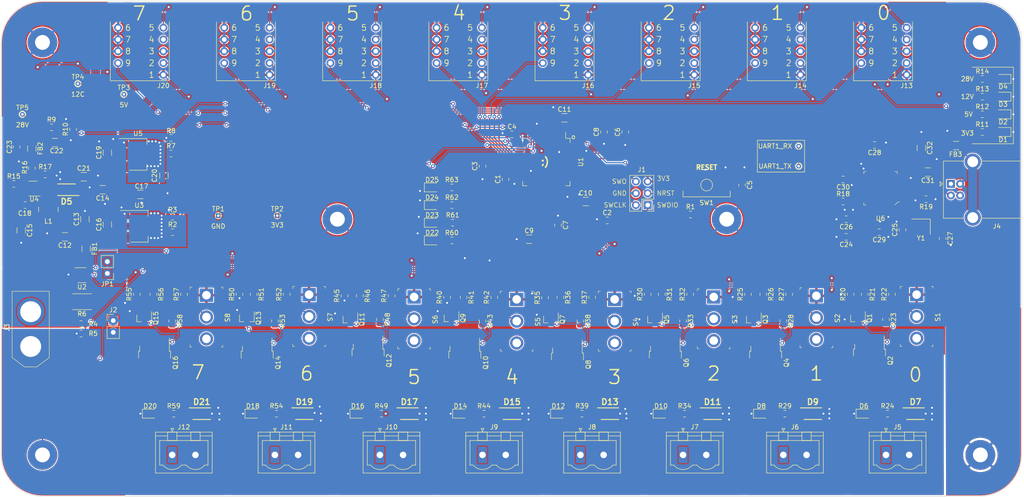
<source format=kicad_pcb>
(kicad_pcb (version 20171130) (host pcbnew "(5.1.0)-1")
  (title_block (title "Prop Support Board") (date 2019-03-30) (rev A) (company MASA) (comment 1 "Alex Davenport"))
  (layers (0 F.Cu signal) (31 B.Cu power) (34 B.Paste user hide) (35 F.Paste user hide) (36 B.SilkS user) (37 F.SilkS user) (38 B.Mask user) (39 F.Mask user) (44 Edge.Cuts user))
  (net 0 "")
  (net 1 "Net-(C1-Pad1)")
  (net 2 GND)
  (net 3 +3V3)
  (net 4 NRST)
  (net 5 +12C)
  (net 6 +5V)
  (net 7 "Net-(C21-Pad1)")
  (net 8 +28V)
  (net 9 "Net-(C24-Pad1)")
  (net 10 "Net-(C25-Pad1)")
  (net 11 "Net-(C26-Pad1)")
  (net 12 "Net-(C27-Pad1)")
  (net 13 "Net-(D1-Pad2)")
  (net 14 "Net-(D2-Pad2)")
  (net 15 "Net-(D3-Pad2)")
  (net 16 "Net-(D4-Pad2)")
  (net 17 "Net-(D5-Pad2)")
  (net 18 GNDPWR)
  (net 19 "Net-(D6-Pad2)")
  (net 20 vlv0p)
  (net 21 "Net-(D8-Pad2)")
  (net 22 vlv1p)
  (net 23 "Net-(D10-Pad2)")
  (net 24 vlv2p)
  (net 25 "Net-(D12-Pad2)")
  (net 26 vlv3p)
  (net 27 "Net-(D14-Pad2)")
  (net 28 vlv4p)
  (net 29 "Net-(D16-Pad2)")
  (net 30 vlv5p)
  (net 31 "Net-(D18-Pad2)")
  (net 32 vlv6p)
  (net 33 "Net-(D20-Pad2)")
  (net 34 vlv7p)
  (net 35 "Net-(D22-Pad2)")
  (net 36 "Net-(D23-Pad2)")
  (net 37 "Net-(D24-Pad2)")
  (net 38 "Net-(D25-Pad2)")
  (net 39 "Net-(FB1-Pad2)")
  (net 40 "Net-(FB3-Pad2)")
  (net 41 SWDIO)
  (net 42 SWCLK)
  (net 43 SWO)
  (net 44 "Net-(J4-Pad1)")
  (net 45 usb_data_n)
  (net 46 usb_data_p)
  (net 47 +12V)
  (net 48 sig0)
  (net 49 sig1)
  (net 50 sig2)
  (net 51 sig3)
  (net 52 sig4)
  (net 53 sig5)
  (net 54 sig6)
  (net 55 sig7)
  (net 56 "Net-(Q1-Pad3)")
  (net 57 "Net-(Q1-Pad1)")
  (net 58 "Net-(Q3-Pad3)")
  (net 59 "Net-(Q3-Pad1)")
  (net 60 "Net-(Q5-Pad3)")
  (net 61 "Net-(Q5-Pad1)")
  (net 62 "Net-(Q7-Pad1)")
  (net 63 "Net-(Q7-Pad3)")
  (net 64 "Net-(Q10-Pad1)")
  (net 65 "Net-(Q9-Pad1)")
  (net 66 "Net-(Q11-Pad1)")
  (net 67 "Net-(Q11-Pad3)")
  (net 68 "Net-(Q13-Pad1)")
  (net 69 "Net-(Q13-Pad3)")
  (net 70 "Net-(Q15-Pad1)")
  (net 71 "Net-(Q15-Pad3)")
  (net 72 e3v3)
  (net 73 vbatt)
  (net 74 ebatt)
  (net 75 e5v)
  (net 76 e28v)
  (net 77 "Net-(R15-Pad2)")
  (net 78 "Net-(R16-Pad2)")
  (net 79 "Net-(R18-Pad2)")
  (net 80 "Net-(R19-Pad2)")
  (net 81 en_vlv0)
  (net 82 "Net-(R22-Pad1)")
  (net 83 en_vlv1)
  (net 84 "Net-(R27-Pad1)")
  (net 85 en_vlv2)
  (net 86 "Net-(R32-Pad1)")
  (net 87 en_vlv3)
  (net 88 "Net-(R37-Pad1)")
  (net 89 en_vlv4)
  (net 90 "Net-(R42-Pad1)")
  (net 91 en_vlv5)
  (net 92 "Net-(R47-Pad1)")
  (net 93 en_vlv6)
  (net 94 "Net-(R52-Pad1)")
  (net 95 en_vlv7)
  (net 96 "Net-(R57-Pad1)")
  (net 97 LED_0)
  (net 98 LED_1)
  (net 99 LED_2)
  (net 100 LED_3)
  (net 101 "Net-(S1-Pad3)")
  (net 102 "Net-(S2-Pad3)")
  (net 103 "Net-(S3-Pad3)")
  (net 104 "Net-(S4-Pad3)")
  (net 105 "Net-(S5-Pad3)")
  (net 106 "Net-(S6-Pad3)")
  (net 107 "Net-(S7-Pad3)")
  (net 108 "Net-(S8-Pad3)")
  (net 109 USART1_RX)
  (net 110 USART1_TX)
  (net 111 "Net-(U1-Pad1)")
  (net 112 "Net-(U1-Pad2)")
  (net 113 "Net-(U1-Pad3)")
  (net 114 "Net-(U1-Pad4)")
  (net 115 "Net-(U1-Pad5)")
  (net 116 "Net-(U1-Pad6)")
  (net 117 "Net-(U1-Pad11)")
  (net 118 ibus)
  (net 119 "Net-(U1-Pad24)")
  (net 120 "Net-(U1-Pad25)")
  (net 121 "Net-(U1-Pad28)")
  (net 122 "Net-(U1-Pad29)")
  (net 123 "Net-(U1-Pad45)")
  (net 124 "Net-(U1-Pad50)")
  (net 125 "Net-(U1-Pad51)")
  (net 126 "Net-(U1-Pad52)")
  (net 127 "Net-(U1-Pad53)")
  (net 128 "Net-(U1-Pad54)")
  (net 129 "Net-(U1-Pad56)")
  (net 130 "Net-(U1-Pad57)")
  (net 131 "Net-(U1-Pad61)")
  (net 132 "Net-(U1-Pad62)")
  (net 133 "Net-(U6-Pad43)")
  (net 134 "Net-(U6-Pad44)")
  (net 135 "Net-(U6-Pad45)")
  (net 136 "Net-(U6-Pad15)")
  (net 137 "Net-(U6-Pad16)")
  (net 138 "Net-(U6-Pad17)")
  (net 139 "Net-(U6-Pad18)")
  (net 140 "Net-(U6-Pad19)")
  (net 141 "Net-(U6-Pad20)")
  (net 142 "Net-(U6-Pad21)")
  (net 143 "Net-(U6-Pad25)")
  (net 144 "Net-(U6-Pad26)")
  (net 145 "Net-(U6-Pad27)")
  (net 146 "Net-(U6-Pad28)")
  (net 147 "Net-(U6-Pad29)")
  (net 148 "Net-(U6-Pad30)")
  (net 149 "Net-(U6-Pad31)")
  (net 150 "Net-(U6-Pad32)")
  (net 151 "Net-(U6-Pad33)")
  (net 152 "Net-(Y1-Pad2)")
  (net 153 "Net-(Y1-Pad4)")
  (module davenport_kicad_footprints:DaughterBoardConnector (layer F.Cu) (at 64.135 70.485 180)
    (fp_text reference J20 (at 0 -2.33 180) (layer F.SilkS))
    (fp_text value Conn_01x09_Female)
    (fp_text user 6 (at 7.62 10.16 180) (layer F.SilkS) (effects (font (size 1.27 1.27))))
    (fp_text user 7 (at 7.62 7.62 180) (layer F.SilkS) (effects (font (size 1.27 1.27))))
    (fp_text user 8 (at 7.62 5.08 180) (layer F.SilkS) (effects (font (size 1.27 1.27))))
    (fp_text user 9 (at 7.62 2.54 180) (layer F.SilkS) (effects (font (size 1.27 1.27))))
    (fp_text user 5 (at 2.54 10.16 180) (layer F.SilkS) (effects (font (size 1.27 1.27))))
    (fp_text user 4 (at 2.54 7.62 180) (layer F.SilkS) (effects (font (size 1.27 1.27))))
    (fp_text user 3 (at 2.54 5.08 180) (layer F.SilkS) (effects (font (size 1.27 1.27))))
    (fp_text user 2 (at 2.54 2.54 180) (layer F.SilkS) (effects (font (size 1.27 1.27))))
    (fp_text user 1 (at 2.54 0 180) (layer F.SilkS) (effects (font (size 1.27 1.27))))
    (pad 5 thru_hole oval (at 0 10.16 180) (size 1.7 1.7) (drill 1) (layers *.Cu *.Mask) (net 8 +28V))
    (pad 6 thru_hole oval (at 9.76 10.16 180) (size 1.7 1.7) (drill 1) (layers *.Cu *.Mask) (net 2 GND))
    (pad 4 thru_hole oval (at 0 7.62 180) (size 1.7 1.7) (drill 1) (layers *.Cu *.Mask) (net 5 +12C))
    (pad 7 thru_hole oval (at 9.76 7.62 180) (size 1.7 1.7) (drill 1) (layers *.Cu *.Mask) (net 2 GND))
    (pad 3 thru_hole oval (at 0 5.08 180) (size 1.7 1.7) (drill 1) (layers *.Cu *.Mask) (net 2 GND))
    (pad 8 thru_hole oval (at 9.76 5.08 180) (size 1.7 1.7) (drill 1) (layers *.Cu *.Mask) (net 2 GND))
    (pad 2 thru_hole oval (at 0 2.54 180) (size 1.7 1.7) (drill 1) (layers *.Cu *.Mask) (net 6 +5V))
    (pad 9 thru_hole oval (at 9.76 2.54 180) (size 1.7 1.7) (drill 1) (layers *.Cu *.Mask) (net 55 sig7))
    (pad 1 thru_hole oval (at 0 0 180) (size 1.7 1.7) (drill 1) (layers *.Cu *.Mask) (net 3 +3V3))
  )
  (module davenport_kicad_footprints:DaughterBoardConnector (layer F.Cu) (at 224.155 70.485 180)
    (fp_text reference J13 (at 0 -2.33 180) (layer F.SilkS))
    (fp_text value Conn_01x09_Female)
    (fp_text user 6 (at 7.62 10.16 180) (layer F.SilkS) (effects (font (size 1.27 1.27))))
    (fp_text user 7 (at 7.62 7.62 180) (layer F.SilkS) (effects (font (size 1.27 1.27))))
    (fp_text user 8 (at 7.62 5.08 180) (layer F.SilkS) (effects (font (size 1.27 1.27))))
    (fp_text user 9 (at 7.62 2.54 180) (layer F.SilkS) (effects (font (size 1.27 1.27))))
    (fp_text user 5 (at 2.54 10.16 180) (layer F.SilkS) (effects (font (size 1.27 1.27))))
    (fp_text user 4 (at 2.54 7.62 180) (layer F.SilkS) (effects (font (size 1.27 1.27))))
    (fp_text user 3 (at 2.54 5.08 180) (layer F.SilkS) (effects (font (size 1.27 1.27))))
    (fp_text user 2 (at 2.54 2.54 180) (layer F.SilkS) (effects (font (size 1.27 1.27))))
    (fp_text user 1 (at 2.54 0 180) (layer F.SilkS) (effects (font (size 1.27 1.27))))
    (pad 5 thru_hole oval (at 0 10.16 180) (size 1.7 1.7) (drill 1) (layers *.Cu *.Mask) (net 8 +28V))
    (pad 6 thru_hole oval (at 9.76 10.16 180) (size 1.7 1.7) (drill 1) (layers *.Cu *.Mask) (net 2 GND))
    (pad 4 thru_hole oval (at 0 7.62 180) (size 1.7 1.7) (drill 1) (layers *.Cu *.Mask) (net 5 +12C))
    (pad 7 thru_hole oval (at 9.76 7.62 180) (size 1.7 1.7) (drill 1) (layers *.Cu *.Mask) (net 2 GND))
    (pad 3 thru_hole oval (at 0 5.08 180) (size 1.7 1.7) (drill 1) (layers *.Cu *.Mask) (net 2 GND))
    (pad 8 thru_hole oval (at 9.76 5.08 180) (size 1.7 1.7) (drill 1) (layers *.Cu *.Mask) (net 2 GND))
    (pad 2 thru_hole oval (at 0 2.54 180) (size 1.7 1.7) (drill 1) (layers *.Cu *.Mask) (net 6 +5V))
    (pad 9 thru_hole oval (at 9.76 2.54 180) (size 1.7 1.7) (drill 1) (layers *.Cu *.Mask) (net 48 sig0))
    (pad 1 thru_hole oval (at 0 0 180) (size 1.7 1.7) (drill 1) (layers *.Cu *.Mask) (net 3 +3V3))
  )
  (module davenport_kicad_footprints:DaughterBoardConnector (layer F.Cu) (at 201.295 70.485 180)
    (fp_text reference J14 (at 0 -2.33 180) (layer F.SilkS))
    (fp_text value Conn_01x09_Female)
    (fp_text user 6 (at 7.62 10.16 180) (layer F.SilkS) (effects (font (size 1.27 1.27))))
    (fp_text user 7 (at 7.62 7.62 180) (layer F.SilkS) (effects (font (size 1.27 1.27))))
    (fp_text user 8 (at 7.62 5.08 180) (layer F.SilkS) (effects (font (size 1.27 1.27))))
    (fp_text user 9 (at 7.62 2.54 180) (layer F.SilkS) (effects (font (size 1.27 1.27))))
    (fp_text user 5 (at 2.54 10.16 180) (layer F.SilkS) (effects (font (size 1.27 1.27))))
    (fp_text user 4 (at 2.54 7.62 180) (layer F.SilkS) (effects (font (size 1.27 1.27))))
    (fp_text user 3 (at 2.54 5.08 180) (layer F.SilkS) (effects (font (size 1.27 1.27))))
    (fp_text user 2 (at 2.54 2.54 180) (layer F.SilkS) (effects (font (size 1.27 1.27))))
    (fp_text user 1 (at 2.54 0 180) (layer F.SilkS) (effects (font (size 1.27 1.27))))
    (pad 5 thru_hole oval (at 0 10.16 180) (size 1.7 1.7) (drill 1) (layers *.Cu *.Mask) (net 8 +28V))
    (pad 6 thru_hole oval (at 9.76 10.16 180) (size 1.7 1.7) (drill 1) (layers *.Cu *.Mask) (net 2 GND))
    (pad 4 thru_hole oval (at 0 7.62 180) (size 1.7 1.7) (drill 1) (layers *.Cu *.Mask) (net 5 +12C))
    (pad 7 thru_hole oval (at 9.76 7.62 180) (size 1.7 1.7) (drill 1) (layers *.Cu *.Mask) (net 2 GND))
    (pad 3 thru_hole oval (at 0 5.08 180) (size 1.7 1.7) (drill 1) (layers *.Cu *.Mask) (net 2 GND))
    (pad 8 thru_hole oval (at 9.76 5.08 180) (size 1.7 1.7) (drill 1) (layers *.Cu *.Mask) (net 2 GND))
    (pad 2 thru_hole oval (at 0 2.54 180) (size 1.7 1.7) (drill 1) (layers *.Cu *.Mask) (net 6 +5V))
    (pad 9 thru_hole oval (at 9.76 2.54 180) (size 1.7 1.7) (drill 1) (layers *.Cu *.Mask) (net 49 sig1))
    (pad 1 thru_hole oval (at 0 0 180) (size 1.7 1.7) (drill 1) (layers *.Cu *.Mask) (net 3 +3V3))
  )
  (module davenport_kicad_footprints:DaughterBoardConnector (layer F.Cu) (at 178.435 70.485 180)
    (fp_text reference J15 (at 0 -2.33 180) (layer F.SilkS))
    (fp_text value Conn_01x09_Female)
    (fp_text user 6 (at 7.62 10.16 180) (layer F.SilkS) (effects (font (size 1.27 1.27))))
    (fp_text user 7 (at 7.62 7.62 180) (layer F.SilkS) (effects (font (size 1.27 1.27))))
    (fp_text user 8 (at 7.62 5.08 180) (layer F.SilkS) (effects (font (size 1.27 1.27))))
    (fp_text user 9 (at 7.62 2.54 180) (layer F.SilkS) (effects (font (size 1.27 1.27))))
    (fp_text user 5 (at 2.54 10.16 180) (layer F.SilkS) (effects (font (size 1.27 1.27))))
    (fp_text user 4 (at 2.54 7.62 180) (layer F.SilkS) (effects (font (size 1.27 1.27))))
    (fp_text user 3 (at 2.54 5.08 180) (layer F.SilkS) (effects (font (size 1.27 1.27))))
    (fp_text user 2 (at 2.54 2.54 180) (layer F.SilkS) (effects (font (size 1.27 1.27))))
    (fp_text user 1 (at 2.54 0 180) (layer F.SilkS) (effects (font (size 1.27 1.27))))
    (pad 5 thru_hole oval (at 0 10.16 180) (size 1.7 1.7) (drill 1) (layers *.Cu *.Mask) (net 8 +28V))
    (pad 6 thru_hole oval (at 9.76 10.16 180) (size 1.7 1.7) (drill 1) (layers *.Cu *.Mask) (net 2 GND))
    (pad 4 thru_hole oval (at 0 7.62 180) (size 1.7 1.7) (drill 1) (layers *.Cu *.Mask) (net 5 +12C))
    (pad 7 thru_hole oval (at 9.76 7.62 180) (size 1.7 1.7) (drill 1) (layers *.Cu *.Mask) (net 2 GND))
    (pad 3 thru_hole oval (at 0 5.08 180) (size 1.7 1.7) (drill 1) (layers *.Cu *.Mask) (net 2 GND))
    (pad 8 thru_hole oval (at 9.76 5.08 180) (size 1.7 1.7) (drill 1) (layers *.Cu *.Mask) (net 2 GND))
    (pad 2 thru_hole oval (at 0 2.54 180) (size 1.7 1.7) (drill 1) (layers *.Cu *.Mask) (net 6 +5V))
    (pad 9 thru_hole oval (at 9.76 2.54 180) (size 1.7 1.7) (drill 1) (layers *.Cu *.Mask) (net 50 sig2))
    (pad 1 thru_hole oval (at 0 0 180) (size 1.7 1.7) (drill 1) (layers *.Cu *.Mask) (net 3 +3V3))
  )
  (module davenport_kicad_footprints:DaughterBoardConnector (layer F.Cu) (at 155.575 70.485 180)
    (fp_text reference J16 (at 0 -2.33 180) (layer F.SilkS))
    (fp_text value Conn_01x09_Female)
    (fp_text user 6 (at 7.62 10.16 180) (layer F.SilkS) (effects (font (size 1.27 1.27))))
    (fp_text user 7 (at 7.62 7.62 180) (layer F.SilkS) (effects (font (size 1.27 1.27))))
    (fp_text user 8 (at 7.62 5.08 180) (layer F.SilkS) (effects (font (size 1.27 1.27))))
    (fp_text user 9 (at 7.62 2.54 180) (layer F.SilkS) (effects (font (size 1.27 1.27))))
    (fp_text user 5 (at 2.54 10.16 180) (layer F.SilkS) (effects (font (size 1.27 1.27))))
    (fp_text user 4 (at 2.54 7.62 180) (layer F.SilkS) (effects (font (size 1.27 1.27))))
    (fp_text user 3 (at 2.54 5.08 180) (layer F.SilkS) (effects (font (size 1.27 1.27))))
    (fp_text user 2 (at 2.54 2.54 180) (layer F.SilkS) (effects (font (size 1.27 1.27))))
    (fp_text user 1 (at 2.54 0 180) (layer F.SilkS) (effects (font (size 1.27 1.27))))
    (pad 5 thru_hole oval (at 0 10.16 180) (size 1.7 1.7) (drill 1) (layers *.Cu *.Mask) (net 8 +28V))
    (pad 6 thru_hole oval (at 9.76 10.16 180) (size 1.7 1.7) (drill 1) (layers *.Cu *.Mask) (net 2 GND))
    (pad 4 thru_hole oval (at 0 7.62 180) (size 1.7 1.7) (drill 1) (layers *.Cu *.Mask) (net 5 +12C))
    (pad 7 thru_hole oval (at 9.76 7.62 180) (size 1.7 1.7) (drill 1) (layers *.Cu *.Mask) (net 2 GND))
    (pad 3 thru_hole oval (at 0 5.08 180) (size 1.7 1.7) (drill 1) (layers *.Cu *.Mask) (net 2 GND))
    (pad 8 thru_hole oval (at 9.76 5.08 180) (size 1.7 1.7) (drill 1) (layers *.Cu *.Mask) (net 2 GND))
    (pad 2 thru_hole oval (at 0 2.54 180) (size 1.7 1.7) (drill 1) (layers *.Cu *.Mask) (net 6 +5V))
    (pad 9 thru_hole oval (at 9.76 2.54 180) (size 1.7 1.7) (drill 1) (layers *.Cu *.Mask) (net 51 sig3))
    (pad 1 thru_hole oval (at 0 0 180) (size 1.7 1.7) (drill 1) (layers *.Cu *.Mask) (net 3 +3V3))
  )
  (module davenport_kicad_footprints:DaughterBoardConnector (layer F.Cu) (at 132.715 70.485 180)
    (fp_text reference J17 (at 0 -2.33 180) (layer F.SilkS))
    (fp_text value Conn_01x09_Female)
    (fp_text user 6 (at 7.62 10.16 180) (layer F.SilkS) (effects (font (size 1.27 1.27))))
    (fp_text user 7 (at 7.62 7.62 180) (layer F.SilkS) (effects (font (size 1.27 1.27))))
    (fp_text user 8 (at 7.62 5.08 180) (layer F.SilkS) (effects (font (size 1.27 1.27))))
    (fp_text user 9 (at 7.62 2.54 180) (layer F.SilkS) (effects (font (size 1.27 1.27))))
    (fp_text user 5 (at 2.54 10.16 180) (layer F.SilkS) (effects (font (size 1.27 1.27))))
    (fp_text user 4 (at 2.54 7.62 180) (layer F.SilkS) (effects (font (size 1.27 1.27))))
    (fp_text user 3 (at 2.54 5.08 180) (layer F.SilkS) (effects (font (size 1.27 1.27))))
    (fp_text user 2 (at 2.54 2.54 180) (layer F.SilkS) (effects (font (size 1.27 1.27))))
    (fp_text user 1 (at 2.54 0 180) (layer F.SilkS) (effects (font (size 1.27 1.27))))
    (pad 5 thru_hole oval (at 0 10.16 180) (size 1.7 1.7) (drill 1) (layers *.Cu *.Mask) (net 8 +28V))
    (pad 6 thru_hole oval (at 9.76 10.16 180) (size 1.7 1.7) (drill 1) (layers *.Cu *.Mask) (net 2 GND))
    (pad 4 thru_hole oval (at 0 7.62 180) (size 1.7 1.7) (drill 1) (layers *.Cu *.Mask) (net 5 +12C))
    (pad 7 thru_hole oval (at 9.76 7.62 180) (size 1.7 1.7) (drill 1) (layers *.Cu *.Mask) (net 2 GND))
    (pad 3 thru_hole oval (at 0 5.08 180) (size 1.7 1.7) (drill 1) (layers *.Cu *.Mask) (net 2 GND))
    (pad 8 thru_hole oval (at 9.76 5.08 180) (size 1.7 1.7) (drill 1) (layers *.Cu *.Mask) (net 2 GND))
    (pad 2 thru_hole oval (at 0 2.54 180) (size 1.7 1.7) (drill 1) (layers *.Cu *.Mask) (net 6 +5V))
    (pad 9 thru_hole oval (at 9.76 2.54 180) (size 1.7 1.7) (drill 1) (layers *.Cu *.Mask) (net 52 sig4))
    (pad 1 thru_hole oval (at 0 0 180) (size 1.7 1.7) (drill 1) (layers *.Cu *.Mask) (net 3 +3V3))
  )
  (module davenport_kicad_footprints:DaughterBoardConnector (layer F.Cu) (at 109.855 70.485 180)
    (fp_text reference J18 (at 0 -2.33 180) (layer F.SilkS))
    (fp_text value Conn_01x09_Female)
    (fp_text user 6 (at 7.62 10.16 180) (layer F.SilkS) (effects (font (size 1.27 1.27))))
    (fp_text user 7 (at 7.62 7.62 180) (layer F.SilkS) (effects (font (size 1.27 1.27))))
    (fp_text user 8 (at 7.62 5.08 180) (layer F.SilkS) (effects (font (size 1.27 1.27))))
    (fp_text user 9 (at 7.62 2.54 180) (layer F.SilkS) (effects (font (size 1.27 1.27))))
    (fp_text user 5 (at 2.54 10.16 180) (layer F.SilkS) (effects (font (size 1.27 1.27))))
    (fp_text user 4 (at 2.54 7.62 180) (layer F.SilkS) (effects (font (size 1.27 1.27))))
    (fp_text user 3 (at 2.54 5.08 180) (layer F.SilkS) (effects (font (size 1.27 1.27))))
    (fp_text user 2 (at 2.54 2.54 180) (layer F.SilkS) (effects (font (size 1.27 1.27))))
    (fp_text user 1 (at 2.54 0 180) (layer F.SilkS) (effects (font (size 1.27 1.27))))
    (pad 5 thru_hole oval (at 0 10.16 180) (size 1.7 1.7) (drill 1) (layers *.Cu *.Mask) (net 8 +28V))
    (pad 6 thru_hole oval (at 9.76 10.16 180) (size 1.7 1.7) (drill 1) (layers *.Cu *.Mask) (net 2 GND))
    (pad 4 thru_hole oval (at 0 7.62 180) (size 1.7 1.7) (drill 1) (layers *.Cu *.Mask) (net 5 +12C))
    (pad 7 thru_hole oval (at 9.76 7.62 180) (size 1.7 1.7) (drill 1) (layers *.Cu *.Mask) (net 2 GND))
    (pad 3 thru_hole oval (at 0 5.08 180) (size 1.7 1.7) (drill 1) (layers *.Cu *.Mask) (net 2 GND))
    (pad 8 thru_hole oval (at 9.76 5.08 180) (size 1.7 1.7) (drill 1) (layers *.Cu *.Mask) (net 2 GND))
    (pad 2 thru_hole oval (at 0 2.54 180) (size 1.7 1.7) (drill 1) (layers *.Cu *.Mask) (net 6 +5V))
    (pad 9 thru_hole oval (at 9.76 2.54 180) (size 1.7 1.7) (drill 1) (layers *.Cu *.Mask) (net 53 sig5))
    (pad 1 thru_hole oval (at 0 0 180) (size 1.7 1.7) (drill 1) (layers *.Cu *.Mask) (net 3 +3V3))
  )
  (module davenport_kicad_footprints:DaughterBoardConnector (layer F.Cu) (at 86.995 70.485 180)
    (fp_text reference J19 (at 0 -2.33 180) (layer F.SilkS))
    (fp_text value Conn_01x09_Female)
    (fp_text user 6 (at 7.62 10.16 180) (layer F.SilkS) (effects (font (size 1.27 1.27))))
    (fp_text user 7 (at 7.62 7.62 180) (layer F.SilkS) (effects (font (size 1.27 1.27))))
    (fp_text user 8 (at 7.62 5.08 180) (layer F.SilkS) (effects (font (size 1.27 1.27))))
    (fp_text user 9 (at 7.62 2.54 180) (layer F.SilkS) (effects (font (size 1.27 1.27))))
    (fp_text user 5 (at 2.54 10.16 180) (layer F.SilkS) (effects (font (size 1.27 1.27))))
    (fp_text user 4 (at 2.54 7.62 180) (layer F.SilkS) (effects (font (size 1.27 1.27))))
    (fp_text user 3 (at 2.54 5.08 180) (layer F.SilkS) (effects (font (size 1.27 1.27))))
    (fp_text user 2 (at 2.54 2.54 180) (layer F.SilkS) (effects (font (size 1.27 1.27))))
    (fp_text user 1 (at 2.54 0 180) (layer F.SilkS) (effects (font (size 1.27 1.27))))
    (pad 5 thru_hole oval (at 0 10.16 180) (size 1.7 1.7) (drill 1) (layers *.Cu *.Mask) (net 8 +28V))
    (pad 6 thru_hole oval (at 9.76 10.16 180) (size 1.7 1.7) (drill 1) (layers *.Cu *.Mask) (net 2 GND))
    (pad 4 thru_hole oval (at 0 7.62 180) (size 1.7 1.7) (drill 1) (layers *.Cu *.Mask) (net 5 +12C))
    (pad 7 thru_hole oval (at 9.76 7.62 180) (size 1.7 1.7) (drill 1) (layers *.Cu *.Mask) (net 2 GND))
    (pad 3 thru_hole oval (at 0 5.08 180) (size 1.7 1.7) (drill 1) (layers *.Cu *.Mask) (net 2 GND))
    (pad 8 thru_hole oval (at 9.76 5.08 180) (size 1.7 1.7) (drill 1) (layers *.Cu *.Mask) (net 2 GND))
    (pad 2 thru_hole oval (at 0 2.54 180) (size 1.7 1.7) (drill 1) (layers *.Cu *.Mask) (net 6 +5V))
    (pad 9 thru_hole oval (at 9.76 2.54 180) (size 1.7 1.7) (drill 1) (layers *.Cu *.Mask) (net 54 sig6))
    (pad 1 thru_hole oval (at 0 0 180) (size 1.7 1.7) (drill 1) (layers *.Cu *.Mask) (net 3 +3V3))
  )
  (module davenport_kicad_footprints:logowname (layer F.Cu) (at 240.284 131.572 90)
    (fp_text reference G*** hide)
    (fp_text value LOGO hide)
  )
  (module digikey-footprints:Toggle_Switch_100SP1T1B4M2QE (layer F.Cu) (at 182.626 118.364 270)
    (fp_text reference S3 (at 4.84 -4.55 270) (layer F.SilkS))
    (fp_text value 100SP3T1B1M2QE)
    (pad 3 thru_hole circle (at 9.4 0 270) (size 2.85 2.85) (drill 1.85) (layers *.Cu *.Mask) (net 103 "Net-(S3-Pad3)"))
    (pad 2 thru_hole circle (at 4.7 0 270) (size 2.85 2.85) (drill 1.85) (layers *.Cu *.Mask) (net 86 "Net-(R32-Pad1)"))
    (pad 1 thru_hole rect (at 0 0 270) (size 2.85 2.85) (drill 1.85) (layers *.Cu *.Mask) (net 3 +3V3))
  )
  (module davenport_kicad_footprints:XT60 (layer F.Cu) (at 35.56 129.032 90)
    (fp_text reference J3 (at 4.064 -5.08 90) (layer F.SilkS))
    (fp_text value XT-60_female)
    (pad 2 thru_hole circle (at 7.5 0 90) (size 6 6) (drill 4.5) (layers *.Cu *.Mask) (net 73 vbatt))
    (pad 1 thru_hole circle (at 0 0 90) (size 6 6) (drill 4.5) (layers *.Cu *.Mask) (net 18 GNDPWR))
  )
  (module digikey-footprints:LQFP-48_7x7mm (layer F.Cu) (at 218.534999 94.934999 180)
    (fp_text reference U6 (at 0 -6.5 180) (layer F.SilkS))
    (fp_text value FT232H)
    (pad 7 smd rect (at -4.2 0.25 180) (size 1.2 0.35) (layers F.Cu F.Paste F.Mask) (net 46 usb_data_p))
    (pad 6 smd rect (at -4.2 -0.25 180) (size 1.2 0.35) (layers F.Cu F.Paste F.Mask) (net 45 usb_data_n))
    (pad 42 smd rect (at 0.25 -4.2 180) (size 0.35 1.2) (layers F.Cu F.Paste F.Mask) (net 2 GND))
    (pad 43 smd rect (at -0.25 -4.2 180) (size 0.35 1.2) (layers F.Cu F.Paste F.Mask) (net 133 "Net-(U6-Pad43)"))
    (pad 5 smd rect (at -4.2 -0.75 180) (size 1.2 0.35) (layers F.Cu F.Paste F.Mask) (net 80 "Net-(R19-Pad2)"))
    (pad 4 smd rect (at -4.2 -1.25 180) (size 1.2 0.35) (layers F.Cu F.Paste F.Mask) (net 2 GND))
    (pad 3 smd rect (at -4.2 -1.75 180) (size 1.2 0.35) (layers F.Cu F.Paste F.Mask) (net 3 +3V3))
    (pad 2 smd rect (at -4.2 -2.25 180) (size 1.2 0.35) (layers F.Cu F.Paste F.Mask) (net 12 "Net-(C27-Pad1)"))
    (pad 1 smd rect (at -4.2 -2.75 180) (size 1.2 0.35) (layers F.Cu F.Paste F.Mask) (net 10 "Net-(C25-Pad1)"))
    (pad 44 smd rect (at -0.75 -4.2 180) (size 0.35 1.2) (layers F.Cu F.Paste F.Mask) (net 134 "Net-(U6-Pad44)"))
    (pad 45 smd rect (at -1.25 -4.2 180) (size 0.35 1.2) (layers F.Cu F.Paste F.Mask) (net 135 "Net-(U6-Pad45)"))
    (pad 46 smd rect (at -1.75 -4.2 180) (size 0.35 1.2) (layers F.Cu F.Paste F.Mask) (net 3 +3V3))
    (pad 47 smd rect (at -2.25 -4.2 180) (size 0.35 1.2) (layers F.Cu F.Paste F.Mask) (net 2 GND))
    (pad 48 smd rect (at -2.75 -4.2 180) (size 0.35 1.2) (layers F.Cu F.Paste F.Mask) (net 2 GND))
    (pad 8 smd rect (at -4.2 0.75 180) (size 1.2 0.35) (layers F.Cu F.Paste F.Mask) (net 3 +3V3))
    (pad 9 smd rect (at -4.2 1.25 180) (size 1.2 0.35) (layers F.Cu F.Paste F.Mask) (net 2 GND))
    (pad 10 smd rect (at -4.2 1.75 180) (size 1.2 0.35) (layers F.Cu F.Paste F.Mask) (net 2 GND))
    (pad 11 smd rect (at -4.2 2.25 180) (size 1.2 0.35) (layers F.Cu F.Paste F.Mask) (net 2 GND))
    (pad 12 smd rect (at -4.2 2.75 180) (size 1.2 0.35) (layers F.Cu F.Paste F.Mask) (net 3 +3V3))
    (pad 41 smd rect (at 0.75 -4.2 180) (size 0.35 1.2) (layers F.Cu F.Paste F.Mask) (net 2 GND))
    (pad 40 smd rect (at 1.25 -4.2 180) (size 0.35 1.2) (layers F.Cu F.Paste F.Mask) (net 3 +3V3))
    (pad 39 smd rect (at 1.75 -4.2 180) (size 0.35 1.2) (layers F.Cu F.Paste F.Mask) (net 3 +3V3))
    (pad 38 smd rect (at 2.25 -4.2 180) (size 0.35 1.2) (layers F.Cu F.Paste F.Mask) (net 9 "Net-(C24-Pad1)"))
    (pad 37 smd rect (at 2.75 -4.2 180) (size 0.35 1.2) (layers F.Cu F.Paste F.Mask) (net 11 "Net-(C26-Pad1)"))
    (pad 13 smd rect (at -2.75 4.2 180) (size 0.35 1.2) (layers F.Cu F.Paste F.Mask) (net 109 USART1_RX))
    (pad 14 smd rect (at -2.25 4.2 180) (size 0.35 1.2) (layers F.Cu F.Paste F.Mask) (net 110 USART1_TX))
    (pad 15 smd rect (at -1.75 4.2 180) (size 0.35 1.2) (layers F.Cu F.Paste F.Mask) (net 136 "Net-(U6-Pad15)"))
    (pad 16 smd rect (at -1.25 4.2 180) (size 0.35 1.2) (layers F.Cu F.Paste F.Mask) (net 137 "Net-(U6-Pad16)"))
    (pad 17 smd rect (at -0.75 4.2 180) (size 0.35 1.2) (layers F.Cu F.Paste F.Mask) (net 138 "Net-(U6-Pad17)"))
    (pad 18 smd rect (at -0.25 4.2 180) (size 0.35 1.2) (layers F.Cu F.Paste F.Mask) (net 139 "Net-(U6-Pad18)"))
    (pad 19 smd rect (at 0.25 4.2 180) (size 0.35 1.2) (layers F.Cu F.Paste F.Mask) (net 140 "Net-(U6-Pad19)"))
    (pad 20 smd rect (at 0.75 4.2 180) (size 0.35 1.2) (layers F.Cu F.Paste F.Mask) (net 141 "Net-(U6-Pad20)"))
    (pad 21 smd rect (at 1.25 4.2 180) (size 0.35 1.2) (layers F.Cu F.Paste F.Mask) (net 142 "Net-(U6-Pad21)"))
    (pad 22 smd rect (at 1.75 4.2 180) (size 0.35 1.2) (layers F.Cu F.Paste F.Mask) (net 2 GND))
    (pad 23 smd rect (at 2.25 4.2 180) (size 0.35 1.2) (layers F.Cu F.Paste F.Mask) (net 2 GND))
    (pad 24 smd rect (at 2.75 4.2 180) (size 0.35 1.2) (layers F.Cu F.Paste F.Mask) (net 3 +3V3))
    (pad 25 smd rect (at 4.2 2.75 180) (size 1.2 0.35) (layers F.Cu F.Paste F.Mask) (net 143 "Net-(U6-Pad25)"))
    (pad 26 smd rect (at 4.2 2.25 180) (size 1.2 0.35) (layers F.Cu F.Paste F.Mask) (net 144 "Net-(U6-Pad26)"))
    (pad 27 smd rect (at 4.2 1.75 180) (size 1.2 0.35) (layers F.Cu F.Paste F.Mask) (net 145 "Net-(U6-Pad27)"))
    (pad 28 smd rect (at 4.2 1.25 180) (size 1.2 0.35) (layers F.Cu F.Paste F.Mask) (net 146 "Net-(U6-Pad28)"))
    (pad 29 smd rect (at 4.2 0.75 180) (size 1.2 0.35) (layers F.Cu F.Paste F.Mask) (net 147 "Net-(U6-Pad29)"))
    (pad 30 smd rect (at 4.2 0.25 180) (size 1.2 0.35) (layers F.Cu F.Paste F.Mask) (net 148 "Net-(U6-Pad30)"))
    (pad 31 smd rect (at 4.2 -0.25 180) (size 1.2 0.35) (layers F.Cu F.Paste F.Mask) (net 149 "Net-(U6-Pad31)"))
    (pad 32 smd rect (at 4.2 -0.75 180) (size 1.2 0.35) (layers F.Cu F.Paste F.Mask) (net 150 "Net-(U6-Pad32)"))
    (pad 33 smd rect (at 4.2 -1.25 180) (size 1.2 0.35) (layers F.Cu F.Paste F.Mask) (net 151 "Net-(U6-Pad33)"))
    (pad 34 smd rect (at 4.2 -1.75 180) (size 1.2 0.35) (layers F.Cu F.Paste F.Mask) (net 79 "Net-(R18-Pad2)"))
    (pad 35 smd rect (at 4.2 -2.25 180) (size 1.2 0.35) (layers F.Cu F.Paste F.Mask) (net 2 GND))
    (pad 36 smd rect (at 4.2 -2.75 180) (size 1.2 0.35) (layers F.Cu F.Paste F.Mask) (net 2 GND))
  )
  (module Connector_PinHeader_2.54mm:PinHeader_2x03_P2.54mm_Vertical (layer F.Cu) (at 168.402 98.552 180)
    (fp_text reference J1 (at 1.27 7.62 180) (layer F.SilkS))
    (fp_text value Conn_02x03_Counter_Clockwise)
    (pad 6 thru_hole oval (at 2.54 5.08 180) (size 1.7 1.7) (drill 1) (layers *.Cu *.Mask) (net 43 SWO))
    (pad 5 thru_hole oval (at 0 5.08 180) (size 1.7 1.7) (drill 1) (layers *.Cu *.Mask) (net 3 +3V3))
    (pad 4 thru_hole oval (at 2.54 2.54 180) (size 1.7 1.7) (drill 1) (layers *.Cu *.Mask) (net 2 GND))
    (pad 3 thru_hole oval (at 0 2.54 180) (size 1.7 1.7) (drill 1) (layers *.Cu *.Mask) (net 4 NRST))
    (pad 2 thru_hole oval (at 2.54 0 180) (size 1.7 1.7) (drill 1) (layers *.Cu *.Mask) (net 42 SWCLK))
    (pad 1 thru_hole rect (at 0 0 180) (size 1.7 1.7) (drill 1) (layers *.Cu *.Mask) (net 41 SWDIO))
  )
  (module Connector_PinHeader_2.54mm:PinHeader_1x02_P2.54mm_Vertical (layer F.Cu) (at 53.34 123.444)
    (fp_text reference J2 (at 0 -2.286) (layer F.SilkS))
    (fp_text value GS2)
    (pad 2 thru_hole oval (at 0 2.54) (size 1.7 1.7) (drill 1) (layers *.Cu *.Mask) (net 18 GNDPWR))
    (pad 1 thru_hole rect (at 0 0) (size 1.7 1.7) (drill 1) (layers *.Cu *.Mask) (net 2 GND))
  )
  (module Connector_PinHeader_2.54mm:PinHeader_1x02_P2.54mm_Vertical (layer F.Cu) (at 52.07 113.284 180)
    (fp_text reference JP1 (at 0 -2.286 180) (layer F.SilkS))
    (fp_text value Jumper)
    (pad 2 thru_hole oval (at 0 2.54 180) (size 1.7 1.7) (drill 1) (layers *.Cu *.Mask) (net 39 "Net-(FB1-Pad2)"))
    (pad 1 thru_hole rect (at 0 0 180) (size 1.7 1.7) (drill 1) (layers *.Cu *.Mask) (net 47 +12V))
  )
  (module Connector_USB:USB_B_OST_USB-B1HSxx_Horizontal (layer F.Cu) (at 233.68 93.98)
    (fp_text reference J4 (at 9.906 9.144) (layer F.SilkS))
    (fp_text value USB_B)
    (pad 1 thru_hole rect (at 0 0) (size 1.7 1.7) (drill 0.92) (layers *.Cu *.Mask) (net 44 "Net-(J4-Pad1)"))
    (pad 2 thru_hole circle (at 0 2.5) (size 1.7 1.7) (drill 0.92) (layers *.Cu *.Mask) (net 45 usb_data_n))
    (pad 3 thru_hole circle (at 2 2.5) (size 1.7 1.7) (drill 0.92) (layers *.Cu *.Mask) (net 46 usb_data_p))
    (pad 4 thru_hole circle (at 2 0) (size 1.7 1.7) (drill 0.92) (layers *.Cu *.Mask) (net 2 GND))
    (pad 5 thru_hole circle (at 4.71 -4.77) (size 3.5 3.5) (drill 2.33) (layers *.Cu *.Mask) (net 40 "Net-(FB3-Pad2)"))
    (pad 5 thru_hole circle (at 4.71 7.27) (size 3.5 3.5) (drill 2.33) (layers *.Cu *.Mask) (net 40 "Net-(FB3-Pad2)"))
  )
  (module TestPoint:TestPoint_THTPad_D1.0mm_Drill0.5mm (layer F.Cu) (at 200.914 90.17)
    (fp_text reference TP7)
    (fp_text value TEST)
    (fp_text user UART1_TX (at -5.08 0) (layer F.SilkS))
    (pad 1 thru_hole circle (at 0 0) (size 1 1) (drill 0.5) (layers *.Cu *.Mask) (net 110 USART1_TX))
  )
  (module TestPoint:TestPoint_THTPad_D1.0mm_Drill0.5mm (layer F.Cu) (at 200.914 85.852)
    (fp_text reference TP6)
    (fp_text value TEST)
    (fp_text user UART1_RX (at -5.08 0) (layer F.SilkS))
    (pad 1 thru_hole circle (at 0 0) (size 1 1) (drill 0.5) (layers *.Cu *.Mask) (net 109 USART1_RX))
  )
  (module TestPoint:TestPoint_THTPad_D1.0mm_Drill0.5mm (layer F.Cu) (at 33.782 78.994)
    (fp_text reference TP5 (at 0 -1.448) (layer F.SilkS))
    (fp_text value TEST)
    (pad 1 thru_hole circle (at 0 0) (size 1 1) (drill 0.5) (layers *.Cu *.Mask) (net 8 +28V))
  )
  (module TestPoint:TestPoint_THTPad_D1.0mm_Drill0.5mm (layer F.Cu) (at 45.72 72.39)
    (fp_text reference TP4 (at 0 -1.448) (layer F.SilkS))
    (fp_text value TEST)
    (pad 1 thru_hole circle (at 0 0) (size 1 1) (drill 0.5) (layers *.Cu *.Mask) (net 5 +12C))
  )
  (module TestPoint:TestPoint_THTPad_D1.0mm_Drill0.5mm (layer F.Cu) (at 55.626 74.676)
    (fp_text reference TP3 (at 0 -1.448) (layer F.SilkS))
    (fp_text value TEST)
    (pad 1 thru_hole circle (at 0 0) (size 1 1) (drill 0.5) (layers *.Cu *.Mask) (net 6 +5V))
  )
  (module TestPoint:TestPoint_THTPad_D1.0mm_Drill0.5mm (layer F.Cu) (at 75.946 100.838)
    (fp_text reference TP1 (at 0 -1.448) (layer F.SilkS))
    (fp_text value TEST)
    (pad 1 thru_hole circle (at 0 0) (size 1 1) (drill 0.5) (layers *.Cu *.Mask) (net 2 GND))
  )
  (module Capacitor_SMD:C_0805_2012Metric (layer F.Cu) (at 137.795 93.0125 270)
    (fp_text reference C1 (at -0.0485 1.651 270) (layer F.SilkS))
    (fp_text value 4u7)
    (pad 1 smd roundrect (at -0.9375 0 270) (size 0.975 1.4) (layers F.Cu F.Paste F.Mask) (net 1 "Net-(C1-Pad1)"))
    (pad 2 smd roundrect (at 0.9375 0 270) (size 0.975 1.4) (layers F.Cu F.Paste F.Mask) (net 2 GND))
  )
  (module Capacitor_SMD:C_0805_2012Metric (layer F.Cu) (at 159.6875 101.854)
    (fp_text reference C2 (at 0 -1.65) (layer F.SilkS))
    (fp_text value 100n)
    (pad 2 smd roundrect (at 0.9375 0) (size 0.975 1.4) (layers F.Cu F.Paste F.Mask) (net 3 +3V3))
    (pad 1 smd roundrect (at -0.9375 0) (size 0.975 1.4) (layers F.Cu F.Paste F.Mask) (net 2 GND))
  )
  (module Capacitor_SMD:C_0805_2012Metric (layer F.Cu) (at 132.842 90.17 90)
    (fp_text reference C3 (at 0 -1.65 90) (layer F.SilkS))
    (fp_text value 100n)
    (pad 1 smd roundrect (at -0.9375 0 90) (size 0.975 1.4) (layers F.Cu F.Paste F.Mask) (net 2 GND))
    (pad 2 smd roundrect (at 0.9375 0 90) (size 0.975 1.4) (layers F.Cu F.Paste F.Mask) (net 3 +3V3))
  )
  (module Capacitor_SMD:C_0805_2012Metric (layer F.Cu) (at 139.192 83.312)
    (fp_text reference C4 (at 0 -1.65) (layer F.SilkS))
    (fp_text value 100n)
    (pad 2 smd roundrect (at 0.9375 0) (size 0.975 1.4) (layers F.Cu F.Paste F.Mask) (net 3 +3V3))
    (pad 1 smd roundrect (at -0.9375 0) (size 0.975 1.4) (layers F.Cu F.Paste F.Mask) (net 2 GND))
  )
  (module Capacitor_SMD:C_0805_2012Metric (layer F.Cu) (at 188.722 94.234 270)
    (fp_text reference C5 (at 0 -1.65 270) (layer F.SilkS))
    (fp_text value 100n)
    (pad 1 smd roundrect (at -0.9375 0 270) (size 0.975 1.4) (layers F.Cu F.Paste F.Mask) (net 2 GND))
    (pad 2 smd roundrect (at 0.9375 0 270) (size 0.975 1.4) (layers F.Cu F.Paste F.Mask) (net 4 NRST))
  )
  (module Capacitor_SMD:C_0805_2012Metric (layer F.Cu) (at 163.576 82.804 90)
    (fp_text reference C6 (at 0 -1.65 90) (layer F.SilkS))
    (fp_text value 100n)
    (pad 1 smd roundrect (at -0.9375 0 90) (size 0.975 1.4) (layers F.Cu F.Paste F.Mask) (net 2 GND))
    (pad 2 smd roundrect (at 0.9375 0 90) (size 0.975 1.4) (layers F.Cu F.Paste F.Mask) (net 3 +3V3))
  )
  (module Capacitor_SMD:C_0805_2012Metric (layer F.Cu) (at 149.098 102.87 270)
    (fp_text reference C7 (at 0 -1.65 270) (layer F.SilkS))
    (fp_text value 100n)
    (pad 2 smd roundrect (at 0.9375 0 270) (size 0.975 1.4) (layers F.Cu F.Paste F.Mask) (net 3 +3V3))
    (pad 1 smd roundrect (at -0.9375 0 270) (size 0.975 1.4) (layers F.Cu F.Paste F.Mask) (net 2 GND))
  )
  (module Capacitor_SMD:C_0805_2012Metric (layer F.Cu) (at 159.004 82.804 90)
    (fp_text reference C8 (at 0 -1.65 90) (layer F.SilkS))
    (fp_text value 100n)
    (pad 1 smd roundrect (at -0.9375 0 90) (size 0.975 1.4) (layers F.Cu F.Paste F.Mask) (net 2 GND))
    (pad 2 smd roundrect (at 0.9375 0 90) (size 0.975 1.4) (layers F.Cu F.Paste F.Mask) (net 3 +3V3))
  )
  (module Capacitor_SMD:C_1206_3216Metric (layer F.Cu) (at 142.872 105.918)
    (fp_text reference C9 (at 0 -1.82) (layer F.SilkS))
    (fp_text value 10u)
    (pad 2 smd roundrect (at 1.4 0) (size 1.25 1.75) (layers F.Cu F.Paste F.Mask) (roundrect_rratio 0.2) (net 3 +3V3))
    (pad 1 smd roundrect (at -1.4 0) (size 1.25 1.75) (layers F.Cu F.Paste F.Mask) (roundrect_rratio 0.2) (net 2 GND))
  )
  (module Capacitor_SMD:C_1206_3216Metric (layer F.Cu) (at 155.064 97.79)
    (fp_text reference C10 (at 0 -1.82) (layer F.SilkS))
    (fp_text value 10u)
    (pad 2 smd roundrect (at 1.4 0) (size 1.25 1.75) (layers F.Cu F.Paste F.Mask) (roundrect_rratio 0.2) (net 3 +3V3))
    (pad 1 smd roundrect (at -1.4 0) (size 1.25 1.75) (layers F.Cu F.Paste F.Mask) (roundrect_rratio 0.2) (net 2 GND))
  )
  (module Capacitor_SMD:C_1206_3216Metric (layer F.Cu) (at 150.492 79.756)
    (fp_text reference C11 (at 0 -1.82) (layer F.SilkS))
    (fp_text value 10u)
    (pad 2 smd roundrect (at 1.4 0) (size 1.25 1.75) (layers F.Cu F.Paste F.Mask) (roundrect_rratio 0.2) (net 3 +3V3))
    (pad 1 smd roundrect (at -1.4 0) (size 1.25 1.75) (layers F.Cu F.Paste F.Mask) (roundrect_rratio 0.2) (net 2 GND))
  )
  (module Capacitor_SMD:C_1206_3216Metric (layer F.Cu) (at 42.926 105.41 180)
    (fp_text reference C12 (at 0 -1.82 180) (layer F.SilkS))
    (fp_text value 10u)
    (pad 1 smd roundrect (at -1.4 0 180) (size 1.25 1.75) (layers F.Cu F.Paste F.Mask) (roundrect_rratio 0.2) (net 5 +12C))
    (pad 2 smd roundrect (at 1.4 0 180) (size 1.25 1.75) (layers F.Cu F.Paste F.Mask) (roundrect_rratio 0.2) (net 2 GND))
  )
  (module Capacitor_SMD:C_1206_3216Metric (layer F.Cu) (at 47.244 101.6 90)
    (fp_text reference C13 (at 0 -1.82 90) (layer F.SilkS))
    (fp_text value 10u)
    (pad 1 smd roundrect (at -1.4 0 90) (size 1.25 1.75) (layers F.Cu F.Paste F.Mask) (roundrect_rratio 0.2) (net 5 +12C))
    (pad 2 smd roundrect (at 1.4 0 90) (size 1.25 1.75) (layers F.Cu F.Paste F.Mask) (roundrect_rratio 0.2) (net 2 GND))
  )
  (module Capacitor_SMD:C_1206_3216Metric (layer F.Cu) (at 51.054 95.25 180)
    (fp_text reference C14 (at 0 -1.82 180) (layer F.SilkS))
    (fp_text value 10u)
    (pad 1 smd roundrect (at -1.4 0 180) (size 1.25 1.75) (layers F.Cu F.Paste F.Mask) (roundrect_rratio 0.2) (net 5 +12C))
    (pad 2 smd roundrect (at 1.4 0 180) (size 1.25 1.75) (layers F.Cu F.Paste F.Mask) (roundrect_rratio 0.2) (net 2 GND))
  )
  (module Capacitor_SMD:C_1206_3216Metric (layer F.Cu) (at 33.528 104.01 270)
    (fp_text reference C15 (at 0 -1.82 270) (layer F.SilkS))
    (fp_text value 10u)
    (pad 2 smd roundrect (at 1.4 0 270) (size 1.25 1.75) (layers F.Cu F.Paste F.Mask) (roundrect_rratio 0.2) (net 2 GND))
    (pad 1 smd roundrect (at -1.4 0 270) (size 1.25 1.75) (layers F.Cu F.Paste F.Mask) (roundrect_rratio 0.2) (net 5 +12C))
  )
  (module Capacitor_SMD:C_1206_3216Metric (layer F.Cu) (at 52.07 102.746 90)
    (fp_text reference C16 (at 0 -1.82 90) (layer F.SilkS))
    (fp_text value 10u)
    (pad 2 smd roundrect (at 1.4 0 90) (size 1.25 1.75) (layers F.Cu F.Paste F.Mask) (roundrect_rratio 0.2) (net 2 GND))
    (pad 1 smd roundrect (at -1.4 0 90) (size 1.25 1.75) (layers F.Cu F.Paste F.Mask) (roundrect_rratio 0.2) (net 5 +12C))
  )
  (module Capacitor_SMD:C_1206_3216Metric (layer F.Cu) (at 59.182 96.266 180)
    (fp_text reference C17 (at -0.254 1.778 180) (layer F.SilkS))
    (fp_text value 10u)
    (pad 1 smd roundrect (at -1.4 0 180) (size 1.25 1.75) (layers F.Cu F.Paste F.Mask) (roundrect_rratio 0.2) (net 3 +3V3))
    (pad 2 smd roundrect (at 1.4 0 180) (size 1.25 1.75) (layers F.Cu F.Paste F.Mask) (roundrect_rratio 0.2) (net 2 GND))
  )
  (module Capacitor_SMD:C_0805_2012Metric (layer F.Cu) (at 34.3685 98.552)
    (fp_text reference C18 (at -0.0785 1.778) (layer F.SilkS))
    (fp_text value 4u7)
    (pad 2 smd roundrect (at 0.9375 0) (size 0.975 1.4) (layers F.Cu F.Paste F.Mask) (net 2 GND))
    (pad 1 smd roundrect (at -0.9375 0) (size 0.975 1.4) (layers F.Cu F.Paste F.Mask) (net 5 +12C))
  )
  (module Capacitor_SMD:C_1206_3216Metric (layer F.Cu) (at 52.07 87.246 90)
    (fp_text reference C19 (at 0 -1.82 90) (layer F.SilkS))
    (fp_text value 10u)
    (pad 2 smd roundrect (at 1.4 0 90) (size 1.25 1.75) (layers F.Cu F.Paste F.Mask) (roundrect_rratio 0.2) (net 2 GND))
    (pad 1 smd roundrect (at -1.4 0 90) (size 1.25 1.75) (layers F.Cu F.Paste F.Mask) (roundrect_rratio 0.2) (net 5 +12C))
  )
  (module Capacitor_SMD:C_1206_3216Metric (layer F.Cu) (at 64.262 92.202 270)
    (fp_text reference C20 (at 0 2.032 270) (layer F.SilkS))
    (fp_text value 10u)
    (pad 1 smd roundrect (at -1.4 0 270) (size 1.25 1.75) (layers F.Cu F.Paste F.Mask) (roundrect_rratio 0.2) (net 6 +5V))
    (pad 2 smd roundrect (at 1.4 0 270) (size 1.25 1.75) (layers F.Cu F.Paste F.Mask) (roundrect_rratio 0.2) (net 2 GND))
  )
  (module Capacitor_SMD:C_1206_3216Metric (layer F.Cu) (at 46.99 92.456)
    (fp_text reference C21 (at 0 -1.82) (layer F.SilkS))
    (fp_text value 10u)
    (pad 1 smd roundrect (at -1.4 0) (size 1.25 1.75) (layers F.Cu F.Paste F.Mask) (roundrect_rratio 0.2) (net 7 "Net-(C21-Pad1)"))
    (pad 2 smd roundrect (at 1.4 0) (size 1.25 1.75) (layers F.Cu F.Paste F.Mask) (roundrect_rratio 0.2) (net 2 GND))
  )
  (module Capacitor_SMD:C_1206_3216Metric (layer F.Cu) (at 40.77 85.09)
    (fp_text reference C22 (at 0.378 1.778) (layer F.SilkS))
    (fp_text value 10u)
    (pad 1 smd roundrect (at -1.4 0) (size 1.25 1.75) (layers F.Cu F.Paste F.Mask) (roundrect_rratio 0.2) (net 8 +28V))
    (pad 2 smd roundrect (at 1.4 0) (size 1.25 1.75) (layers F.Cu F.Paste F.Mask) (roundrect_rratio 0.2) (net 2 GND))
  )
  (module Capacitor_SMD:C_0805_2012Metric (layer F.Cu) (at 32.512 86.0275 270)
    (fp_text reference C23 (at 0 1.524 270) (layer F.SilkS))
    (fp_text value 100n)
    (pad 1 smd roundrect (at -0.9375 0 270) (size 0.975 1.4) (layers F.Cu F.Paste F.Mask) (net 8 +28V))
    (pad 2 smd roundrect (at 0.9375 0 270) (size 0.975 1.4) (layers F.Cu F.Paste F.Mask) (net 2 GND))
  )
  (module Capacitor_SMD:C_0805_2012Metric (layer F.Cu) (at 211.1525 105.41 180)
    (fp_text reference C24 (at 0 -1.65 180) (layer F.SilkS))
    (fp_text value 100n)
    (pad 1 smd roundrect (at -0.9375 0 180) (size 0.975 1.4) (layers F.Cu F.Paste F.Mask) (net 9 "Net-(C24-Pad1)"))
    (pad 2 smd roundrect (at 0.9375 0 180) (size 0.975 1.4) (layers F.Cu F.Paste F.Mask) (net 2 GND))
  )
  (module Capacitor_SMD:C_0805_2012Metric (layer F.Cu) (at 223.266 103.886 90)
    (fp_text reference C25 (at 0 -1.65 90) (layer F.SilkS))
    (fp_text value 18p)
    (pad 2 smd roundrect (at 0.9375 0 90) (size 0.975 1.4) (layers F.Cu F.Paste F.Mask) (net 2 GND))
    (pad 1 smd roundrect (at -0.9375 0 90) (size 0.975 1.4) (layers F.Cu F.Paste F.Mask) (net 10 "Net-(C25-Pad1)"))
  )
  (module Capacitor_SMD:C_0805_2012Metric (layer F.Cu) (at 211.1525 101.6 180)
    (fp_text reference C26 (at 0 -1.65 180) (layer F.SilkS))
    (fp_text value 100n)
    (pad 2 smd roundrect (at 0.9375 0 180) (size 0.975 1.4) (layers F.Cu F.Paste F.Mask) (net 2 GND))
    (pad 1 smd roundrect (at -0.9375 0 180) (size 0.975 1.4) (layers F.Cu F.Paste F.Mask) (net 11 "Net-(C26-Pad1)"))
  )
  (module Capacitor_SMD:C_0805_2012Metric (layer F.Cu) (at 231.902 105.7425 270)
    (fp_text reference C27 (at 0 -1.65 270) (layer F.SilkS))
    (fp_text value 18p)
    (pad 1 smd roundrect (at -0.9375 0 270) (size 0.975 1.4) (layers F.Cu F.Paste F.Mask) (net 12 "Net-(C27-Pad1)"))
    (pad 2 smd roundrect (at 0.9375 0 270) (size 0.975 1.4) (layers F.Cu F.Paste F.Mask) (net 2 GND))
  )
  (module Capacitor_SMD:C_0805_2012Metric (layer F.Cu) (at 217.2485 85.598 180)
    (fp_text reference C28 (at 0 -1.65 180) (layer F.SilkS))
    (fp_text value 100n)
    (pad 2 smd roundrect (at 0.9375 0 180) (size 0.975 1.4) (layers F.Cu F.Paste F.Mask) (net 3 +3V3))
    (pad 1 smd roundrect (at -0.9375 0 180) (size 0.975 1.4) (layers F.Cu F.Paste F.Mask) (net 2 GND))
  )
  (module Capacitor_SMD:C_0805_2012Metric (layer F.Cu) (at 218.2645 104.394 180)
    (fp_text reference C29 (at 0 -1.65 180) (layer F.SilkS))
    (fp_text value 100n)
    (pad 1 smd roundrect (at -0.9375 0 180) (size 0.975 1.4) (layers F.Cu F.Paste F.Mask) (net 2 GND))
    (pad 2 smd roundrect (at 0.9375 0 180) (size 0.975 1.4) (layers F.Cu F.Paste F.Mask) (net 3 +3V3))
  )
  (module Capacitor_SMD:C_0805_2012Metric (layer F.Cu) (at 210.4875 93.034999 180)
    (fp_text reference C30 (at 0 -1.65 180) (layer F.SilkS))
    (fp_text value 100n)
    (pad 2 smd roundrect (at 0.9375 0 180) (size 0.975 1.4) (layers F.Cu F.Paste F.Mask) (net 3 +3V3))
    (pad 1 smd roundrect (at -0.9375 0 180) (size 0.975 1.4) (layers F.Cu F.Paste F.Mask) (net 2 GND))
  )
  (module Capacitor_SMD:C_1206_3216Metric (layer F.Cu) (at 228.73 91.44 180)
    (fp_text reference C31 (at 0 -1.82 180) (layer F.SilkS))
    (fp_text value 1u)
    (pad 2 smd roundrect (at 1.4 0 180) (size 1.25 1.75) (layers F.Cu F.Paste F.Mask) (roundrect_rratio 0.2) (net 3 +3V3))
    (pad 1 smd roundrect (at -1.4 0 180) (size 1.25 1.75) (layers F.Cu F.Paste F.Mask) (roundrect_rratio 0.2) (net 2 GND))
  )
  (module Capacitor_SMD:C_1206_3216Metric (layer F.Cu) (at 227.33 86.23 270)
    (fp_text reference C32 (at 0 -1.82 270) (layer F.SilkS))
    (fp_text value 1u)
    (pad 2 smd roundrect (at 1.4 0 270) (size 1.25 1.75) (layers F.Cu F.Paste F.Mask) (roundrect_rratio 0.2) (net 3 +3V3))
    (pad 1 smd roundrect (at -1.4 0 270) (size 1.25 1.75) (layers F.Cu F.Paste F.Mask) (roundrect_rratio 0.2) (net 2 GND))
  )
  (module LED_SMD:LED_0805_2012Metric (layer F.Cu) (at 244.9345 82.804 180)
    (fp_text reference D1 (at 0 -1.65 180) (layer F.SilkS))
    (fp_text value LED)
    (pad 1 smd roundrect (at -0.9375 0 180) (size 0.975 1.4) (layers F.Cu F.Paste F.Mask) (net 2 GND))
    (pad 2 smd roundrect (at 0.9375 0 180) (size 0.975 1.4) (layers F.Cu F.Paste F.Mask) (net 13 "Net-(D1-Pad2)"))
  )
  (module LED_SMD:LED_0805_2012Metric (layer F.Cu) (at 244.9345 78.994 180)
    (fp_text reference D2 (at 0 -1.65 180) (layer F.SilkS))
    (fp_text value LED)
    (pad 2 smd roundrect (at 0.9375 0 180) (size 0.975 1.4) (layers F.Cu F.Paste F.Mask) (net 14 "Net-(D2-Pad2)"))
    (pad 1 smd roundrect (at -0.9375 0 180) (size 0.975 1.4) (layers F.Cu F.Paste F.Mask) (net 2 GND))
  )
  (module LED_SMD:LED_0805_2012Metric (layer F.Cu) (at 244.9345 75.184 180)
    (fp_text reference D3 (at 0 -1.65 180) (layer F.SilkS))
    (fp_text value LED)
    (pad 1 smd roundrect (at -0.9375 0 180) (size 0.975 1.4) (layers F.Cu F.Paste F.Mask) (net 2 GND))
    (pad 2 smd roundrect (at 0.9375 0 180) (size 0.975 1.4) (layers F.Cu F.Paste F.Mask) (net 15 "Net-(D3-Pad2)"))
  )
  (module LED_SMD:LED_0805_2012Metric (layer F.Cu) (at 244.9345 71.374 180)
    (fp_text reference D4 (at 0 -1.65 180) (layer F.SilkS))
    (fp_text value LED)
    (pad 2 smd roundrect (at 0.9375 0 180) (size 0.975 1.4) (layers F.Cu F.Paste F.Mask) (net 16 "Net-(D4-Pad2)"))
    (pad 1 smd roundrect (at -0.9375 0 180) (size 0.975 1.4) (layers F.Cu F.Paste F.Mask) (net 2 GND))
  )
  (module davenport_kicad_footprints:SODFL4725X110N (layer F.Cu) (at 43.266 95.25 180)
    (fp_text reference D5 (at 0 -2.54 180) (layer F.SilkS) (effects (font (size 1.27 1.27) (thickness 0.254))))
    (fp_text value D_Schottky hide)
    (pad 2 smd rect (at 2.2 0 270) (size 1.93 1) (layers F.Cu F.Paste F.Mask) (net 17 "Net-(D5-Pad2)"))
    (pad 1 smd rect (at -2.2 0 270) (size 1.93 1) (layers F.Cu F.Paste F.Mask) (net 7 "Net-(C21-Pad1)"))
  )
  (module LED_SMD:LED_0805_2012Metric (layer F.Cu) (at 214.9625 143.51)
    (fp_text reference D6 (at 0 -1.65) (layer F.SilkS))
    (fp_text value LED)
    (pad 1 smd roundrect (at -0.9375 0) (size 0.975 1.4) (layers F.Cu F.Paste F.Mask) (net 18 GNDPWR))
    (pad 2 smd roundrect (at 0.9375 0) (size 0.975 1.4) (layers F.Cu F.Paste F.Mask) (net 19 "Net-(D6-Pad2)"))
  )
  (module davenport_kicad_footprints:SODFL4725X110N (layer F.Cu) (at 226.06 143.51)
    (fp_text reference D7 (at 0 -2.54) (layer F.SilkS) (effects (font (size 1.27 1.27) (thickness 0.254))))
    (fp_text value D hide)
    (pad 1 smd rect (at -2.2 0 90) (size 1.93 1) (layers F.Cu F.Paste F.Mask) (net 20 vlv0p))
    (pad 2 smd rect (at 2.2 0 90) (size 1.93 1) (layers F.Cu F.Paste F.Mask) (net 18 GNDPWR))
  )
  (module LED_SMD:LED_0805_2012Metric (layer F.Cu) (at 192.8645 143.51)
    (fp_text reference D8 (at 0 -1.65) (layer F.SilkS))
    (fp_text value LED)
    (pad 1 smd roundrect (at -0.9375 0) (size 0.975 1.4) (layers F.Cu F.Paste F.Mask) (net 18 GNDPWR))
    (pad 2 smd roundrect (at 0.9375 0) (size 0.975 1.4) (layers F.Cu F.Paste F.Mask) (net 21 "Net-(D8-Pad2)"))
  )
  (module davenport_kicad_footprints:SODFL4725X110N (layer F.Cu) (at 203.962 143.51)
    (fp_text reference D9 (at 0 -2.54) (layer F.SilkS) (effects (font (size 1.27 1.27) (thickness 0.254))))
    (fp_text value D hide)
    (pad 2 smd rect (at 2.2 0 90) (size 1.93 1) (layers F.Cu F.Paste F.Mask) (net 18 GNDPWR))
    (pad 1 smd rect (at -2.2 0 90) (size 1.93 1) (layers F.Cu F.Paste F.Mask) (net 22 vlv1p))
  )
  (module LED_SMD:LED_0805_2012Metric (layer F.Cu) (at 171.2745 143.51)
    (fp_text reference D10 (at 0 -1.65) (layer F.SilkS))
    (fp_text value LED)
    (pad 2 smd roundrect (at 0.9375 0) (size 0.975 1.4) (layers F.Cu F.Paste F.Mask) (net 23 "Net-(D10-Pad2)"))
    (pad 1 smd roundrect (at -0.9375 0) (size 0.975 1.4) (layers F.Cu F.Paste F.Mask) (net 18 GNDPWR))
  )
  (module davenport_kicad_footprints:SODFL4725X110N (layer F.Cu) (at 182.372 143.51)
    (fp_text reference D11 (at 0 -2.54) (layer F.SilkS) (effects (font (size 1.27 1.27) (thickness 0.254))))
    (fp_text value D hide)
    (pad 1 smd rect (at -2.2 0 90) (size 1.93 1) (layers F.Cu F.Paste F.Mask) (net 24 vlv2p))
    (pad 2 smd rect (at 2.2 0 90) (size 1.93 1) (layers F.Cu F.Paste F.Mask) (net 18 GNDPWR))
  )
  (module LED_SMD:LED_0805_2012Metric (layer F.Cu) (at 149.1765 143.51)
    (fp_text reference D12 (at 0 -1.65) (layer F.SilkS))
    (fp_text value LED)
    (pad 1 smd roundrect (at -0.9375 0) (size 0.975 1.4) (layers F.Cu F.Paste F.Mask) (net 18 GNDPWR))
    (pad 2 smd roundrect (at 0.9375 0) (size 0.975 1.4) (layers F.Cu F.Paste F.Mask) (net 25 "Net-(D12-Pad2)"))
  )
  (module davenport_kicad_footprints:SODFL4725X110N (layer F.Cu) (at 160.274 143.51)
    (fp_text reference D13 (at 0 -2.54) (layer F.SilkS) (effects (font (size 1.27 1.27) (thickness 0.254))))
    (fp_text value D hide)
    (pad 1 smd rect (at -2.2 0 90) (size 1.93 1) (layers F.Cu F.Paste F.Mask) (net 26 vlv3p))
    (pad 2 smd rect (at 2.2 0 90) (size 1.93 1) (layers F.Cu F.Paste F.Mask) (net 18 GNDPWR))
  )
  (module LED_SMD:LED_0805_2012Metric (layer F.Cu) (at 128.0945 143.51)
    (fp_text reference D14 (at 0 -1.65) (layer F.SilkS))
    (fp_text value LED)
    (pad 2 smd roundrect (at 0.9375 0) (size 0.975 1.4) (layers F.Cu F.Paste F.Mask) (net 27 "Net-(D14-Pad2)"))
    (pad 1 smd roundrect (at -0.9375 0) (size 0.975 1.4) (layers F.Cu F.Paste F.Mask) (net 18 GNDPWR))
  )
  (module davenport_kicad_footprints:SODFL4725X110N (layer F.Cu) (at 139.192 143.51)
    (fp_text reference D15 (at 0 -2.54) (layer F.SilkS) (effects (font (size 1.27 1.27) (thickness 0.254))))
    (fp_text value D hide)
    (pad 2 smd rect (at 2.2 0 90) (size 1.93 1) (layers F.Cu F.Paste F.Mask) (net 18 GNDPWR))
    (pad 1 smd rect (at -2.2 0 90) (size 1.93 1) (layers F.Cu F.Paste F.Mask) (net 28 vlv4p))
  )
  (module LED_SMD:LED_0805_2012Metric (layer F.Cu) (at 105.9965 143.51)
    (fp_text reference D16 (at 0 -1.65) (layer F.SilkS))
    (fp_text value LED)
    (pad 2 smd roundrect (at 0.9375 0) (size 0.975 1.4) (layers F.Cu F.Paste F.Mask) (net 29 "Net-(D16-Pad2)"))
    (pad 1 smd roundrect (at -0.9375 0) (size 0.975 1.4) (layers F.Cu F.Paste F.Mask) (net 18 GNDPWR))
  )
  (module davenport_kicad_footprints:SODFL4725X110N (layer F.Cu) (at 117.094 143.51)
    (fp_text reference D17 (at 0 -2.54) (layer F.SilkS) (effects (font (size 1.27 1.27) (thickness 0.254))))
    (fp_text value D hide)
    (pad 2 smd rect (at 2.2 0 90) (size 1.93 1) (layers F.Cu F.Paste F.Mask) (net 18 GNDPWR))
    (pad 1 smd rect (at -2.2 0 90) (size 1.93 1) (layers F.Cu F.Paste F.Mask) (net 30 vlv5p))
  )
  (module LED_SMD:LED_0805_2012Metric (layer F.Cu) (at 83.3905 143.51)
    (fp_text reference D18 (at 0 -1.65) (layer F.SilkS))
    (fp_text value LED)
    (pad 1 smd roundrect (at -0.9375 0) (size 0.975 1.4) (layers F.Cu F.Paste F.Mask) (net 18 GNDPWR))
    (pad 2 smd roundrect (at 0.9375 0) (size 0.975 1.4) (layers F.Cu F.Paste F.Mask) (net 31 "Net-(D18-Pad2)"))
  )
  (module davenport_kicad_footprints:SODFL4725X110N (layer F.Cu) (at 94.488 143.51)
    (fp_text reference D19 (at 0 -2.54) (layer F.SilkS) (effects (font (size 1.27 1.27) (thickness 0.254))))
    (fp_text value D hide)
    (pad 1 smd rect (at -2.2 0 90) (size 1.93 1) (layers F.Cu F.Paste F.Mask) (net 32 vlv6p))
    (pad 2 smd rect (at 2.2 0 90) (size 1.93 1) (layers F.Cu F.Paste F.Mask) (net 18 GNDPWR))
  )
  (module LED_SMD:LED_0805_2012Metric (layer F.Cu) (at 61.2925 143.51)
    (fp_text reference D20 (at 0 -1.65) (layer F.SilkS))
    (fp_text value LED)
    (pad 2 smd roundrect (at 0.9375 0) (size 0.975 1.4) (layers F.Cu F.Paste F.Mask) (net 33 "Net-(D20-Pad2)"))
    (pad 1 smd roundrect (at -0.9375 0) (size 0.975 1.4) (layers F.Cu F.Paste F.Mask) (net 18 GNDPWR))
  )
  (module davenport_kicad_footprints:SODFL4725X110N (layer F.Cu) (at 72.39 143.51)
    (fp_text reference D21 (at 0 -2.54) (layer F.SilkS) (effects (font (size 1.27 1.27) (thickness 0.254))))
    (fp_text value D hide)
    (pad 1 smd rect (at -2.2 0 90) (size 1.93 1) (layers F.Cu F.Paste F.Mask) (net 34 vlv7p))
    (pad 2 smd rect (at 2.2 0 90) (size 1.93 1) (layers F.Cu F.Paste F.Mask) (net 18 GNDPWR))
  )
  (module LED_SMD:LED_0805_2012Metric (layer F.Cu) (at 121.9985 106.172)
    (fp_text reference D22 (at 0 -1.65) (layer F.SilkS))
    (fp_text value LED)
    (pad 1 smd roundrect (at -0.9375 0) (size 0.975 1.4) (layers F.Cu F.Paste F.Mask) (net 2 GND))
    (pad 2 smd roundrect (at 0.9375 0) (size 0.975 1.4) (layers F.Cu F.Paste F.Mask) (net 35 "Net-(D22-Pad2)"))
  )
  (module LED_SMD:LED_0805_2012Metric (layer F.Cu) (at 121.9985 102.362)
    (fp_text reference D23 (at 0 -1.65) (layer F.SilkS))
    (fp_text value LED)
    (pad 2 smd roundrect (at 0.9375 0) (size 0.975 1.4) (layers F.Cu F.Paste F.Mask) (net 36 "Net-(D23-Pad2)"))
    (pad 1 smd roundrect (at -0.9375 0) (size 0.975 1.4) (layers F.Cu F.Paste F.Mask) (net 2 GND))
  )
  (module LED_SMD:LED_0805_2012Metric (layer F.Cu) (at 121.9985 98.552)
    (fp_text reference D24 (at 0 -1.65) (layer F.SilkS))
    (fp_text value LED)
    (pad 1 smd roundrect (at -0.9375 0) (size 0.975 1.4) (layers F.Cu F.Paste F.Mask) (net 2 GND))
    (pad 2 smd roundrect (at 0.9375 0) (size 0.975 1.4) (layers F.Cu F.Paste F.Mask) (net 37 "Net-(D24-Pad2)"))
  )
  (module LED_SMD:LED_0805_2012Metric (layer F.Cu) (at 121.9985 94.742)
    (fp_text reference D25 (at 0 -1.65) (layer F.SilkS))
    (fp_text value LED)
    (pad 2 smd roundrect (at 0.9375 0) (size 0.975 1.4) (layers F.Cu F.Paste F.Mask) (net 38 "Net-(D25-Pad2)"))
    (pad 1 smd roundrect (at -0.9375 0) (size 0.975 1.4) (layers F.Cu F.Paste F.Mask) (net 2 GND))
  )
  (module Resistor_SMD:R_1206_3216Metric (layer F.Cu) (at 47.498 107.95 270)
    (fp_text reference FB1 (at 0 -1.82 270) (layer F.SilkS))
    (fp_text value Ferrite_Bead)
    (pad 1 smd roundrect (at -1.4 0 270) (size 1.25 1.75) (layers F.Cu F.Paste F.Mask) (roundrect_rratio 0.2) (net 5 +12C))
    (pad 2 smd roundrect (at 1.4 0 270) (size 1.25 1.75) (layers F.Cu F.Paste F.Mask) (roundrect_rratio 0.2) (net 39 "Net-(FB1-Pad2)"))
  )
  (module Resistor_SMD:R_1206_3216Metric (layer F.Cu) (at 35.814 86.36 270)
    (fp_text reference FB2 (at 0 -1.82 270) (layer F.SilkS))
    (fp_text value Ferrite_Bead)
    (pad 1 smd roundrect (at -1.4 0 270) (size 1.25 1.75) (layers F.Cu F.Paste F.Mask) (roundrect_rratio 0.2) (net 8 +28V))
    (pad 2 smd roundrect (at 1.4 0 270) (size 1.25 1.75) (layers F.Cu F.Paste F.Mask) (roundrect_rratio 0.2) (net 7 "Net-(C21-Pad1)"))
  )
  (module Resistor_SMD:R_1206_3216Metric (layer F.Cu) (at 234.82 85.725)
    (fp_text reference FB3 (at -0.124 1.905) (layer F.SilkS))
    (fp_text value Ferrite_Bead)
    (pad 2 smd roundrect (at 1.4 0) (size 1.25 1.75) (layers F.Cu F.Paste F.Mask) (roundrect_rratio 0.2) (net 40 "Net-(FB3-Pad2)"))
    (pad 1 smd roundrect (at -1.4 0) (size 1.25 1.75) (layers F.Cu F.Paste F.Mask) (roundrect_rratio 0.2) (net 2 GND))
  )
  (module MountingHole:MountingHole_3.2mm_M3_Pad (layer F.Cu) (at 240.03 152.4)
    (fp_text reference H1)
    (fp_text value MountingHole_Pad)
    (pad 1 thru_hole circle (at 0 0) (size 6.4 6.4) (drill 3.2) (layers *.Cu *.Mask) (net 2 GND))
  )
  (module MountingHole:MountingHole_3.2mm_M3_Pad (layer F.Cu) (at 38.1 152.4)
    (fp_text reference H2)
    (fp_text value MountingHole_Pad)
    (pad 1 thru_hole circle (at 0 0) (size 6.4 6.4) (drill 3.2) (layers *.Cu *.Mask) (net 2 GND))
  )
  (module MountingHole:MountingHole_3.2mm_M3_Pad (layer F.Cu) (at 240.03 63.5)
    (fp_text reference H3)
    (fp_text value MountingHole_Pad)
    (pad 1 thru_hole circle (at 0 0) (size 6.4 6.4) (drill 3.2) (layers *.Cu *.Mask) (net 2 GND))
  )
  (module MountingHole:MountingHole_3.2mm_M3_Pad (layer F.Cu) (at 38.1 63.5)
    (fp_text reference H4)
    (fp_text value MountingHole_Pad)
    (pad 1 thru_hole circle (at 0 0) (size 6.4 6.4) (drill 3.2) (layers *.Cu *.Mask) (net 2 GND))
  )
  (module MountingHole:MountingHole_3.2mm_M3_Pad (layer F.Cu) (at 101.6 101.6)
    (fp_text reference H5)
    (fp_text value MountingHole_Pad)
    (pad 1 thru_hole circle (at 0 0) (size 6.4 6.4) (drill 3.2) (layers *.Cu *.Mask) (net 2 GND))
  )
  (module MountingHole:MountingHole_3.2mm_M3_Pad (layer F.Cu) (at 185.42 101.6)
    (fp_text reference H6)
    (fp_text value MountingHole_Pad)
    (pad 1 thru_hole circle (at 0 0) (size 6.4 6.4) (drill 3.2) (layers *.Cu *.Mask) (net 2 GND))
  )
  (module Connector_Phoenix_MSTB:PhoenixContact_MSTBVA_2,5_2-G_1x02_P5.00mm_Vertical (layer F.Cu) (at 219.71 152.4)
    (fp_text reference J5 (at 2.5 -6) (layer F.SilkS))
    (fp_text value Screw_Terminal_01x02)
    (pad 2 thru_hole oval (at 5 0) (size 2 3.6) (drill 1.4) (layers *.Cu *.Mask) (net 18 GNDPWR))
    (pad 1 thru_hole roundrect (at 0 0) (size 2 3.6) (drill 1.4) (layers *.Cu *.Mask) (roundrect_rratio 0.125) (net 20 vlv0p))
  )
  (module Connector_Phoenix_MSTB:PhoenixContact_MSTBVA_2,5_2-G_1x02_P5.00mm_Vertical (layer F.Cu) (at 197.612 152.4)
    (fp_text reference J6 (at 2.5 -6) (layer F.SilkS))
    (fp_text value Screw_Terminal_01x02)
    (pad 1 thru_hole roundrect (at 0 0) (size 2 3.6) (drill 1.4) (layers *.Cu *.Mask) (roundrect_rratio 0.125) (net 22 vlv1p))
    (pad 2 thru_hole oval (at 5 0) (size 2 3.6) (drill 1.4) (layers *.Cu *.Mask) (net 18 GNDPWR))
  )
  (module Connector_Phoenix_MSTB:PhoenixContact_MSTBVA_2,5_2-G_1x02_P5.00mm_Vertical (layer F.Cu) (at 176.022 152.4)
    (fp_text reference J7 (at 2.5 -6) (layer F.SilkS))
    (fp_text value Screw_Terminal_01x02)
    (pad 2 thru_hole oval (at 5 0) (size 2 3.6) (drill 1.4) (layers *.Cu *.Mask) (net 18 GNDPWR))
    (pad 1 thru_hole roundrect (at 0 0) (size 2 3.6) (drill 1.4) (layers *.Cu *.Mask) (roundrect_rratio 0.125) (net 24 vlv2p))
  )
  (module Connector_Phoenix_MSTB:PhoenixContact_MSTBVA_2,5_2-G_1x02_P5.00mm_Vertical (layer F.Cu) (at 153.924 152.4)
    (fp_text reference J8 (at 2.5 -6) (layer F.SilkS))
    (fp_text value Screw_Terminal_01x02)
    (pad 1 thru_hole roundrect (at 0 0) (size 2 3.6) (drill 1.4) (layers *.Cu *.Mask) (roundrect_rratio 0.125) (net 26 vlv3p))
    (pad 2 thru_hole oval (at 5 0) (size 2 3.6) (drill 1.4) (layers *.Cu *.Mask) (net 18 GNDPWR))
  )
  (module Connector_Phoenix_MSTB:PhoenixContact_MSTBVA_2,5_2-G_1x02_P5.00mm_Vertical (layer F.Cu) (at 132.842 152.4)
    (fp_text reference J9 (at 2.5 -6) (layer F.SilkS))
    (fp_text value Screw_Terminal_01x02)
    (pad 2 thru_hole oval (at 5 0) (size 2 3.6) (drill 1.4) (layers *.Cu *.Mask) (net 18 GNDPWR))
    (pad 1 thru_hole roundrect (at 0 0) (size 2 3.6) (drill 1.4) (layers *.Cu *.Mask) (roundrect_rratio 0.125) (net 28 vlv4p))
  )
  (module Connector_Phoenix_MSTB:PhoenixContact_MSTBVA_2,5_2-G_1x02_P5.00mm_Vertical (layer F.Cu) (at 110.744 152.4)
    (fp_text reference J10 (at 2.5 -6) (layer F.SilkS))
    (fp_text value Screw_Terminal_01x02)
    (pad 1 thru_hole roundrect (at 0 0) (size 2 3.6) (drill 1.4) (layers *.Cu *.Mask) (roundrect_rratio 0.125) (net 30 vlv5p))
    (pad 2 thru_hole oval (at 5 0) (size 2 3.6) (drill 1.4) (layers *.Cu *.Mask) (net 18 GNDPWR))
  )
  (module Connector_Phoenix_MSTB:PhoenixContact_MSTBVA_2,5_2-G_1x02_P5.00mm_Vertical (layer F.Cu) (at 88.138 152.4)
    (fp_text reference J11 (at 2.5 -6) (layer F.SilkS))
    (fp_text value Screw_Terminal_01x02)
    (pad 2 thru_hole oval (at 5 0) (size 2 3.6) (drill 1.4) (layers *.Cu *.Mask) (net 18 GNDPWR))
    (pad 1 thru_hole roundrect (at 0 0) (size 2 3.6) (drill 1.4) (layers *.Cu *.Mask) (roundrect_rratio 0.125) (net 32 vlv6p))
  )
  (module Connector_Phoenix_MSTB:PhoenixContact_MSTBVA_2,5_2-G_1x02_P5.00mm_Vertical (layer F.Cu) (at 66.04 152.4)
    (fp_text reference J12 (at 2.5 -6) (layer F.SilkS))
    (fp_text value Screw_Terminal_01x02)
    (pad 1 thru_hole roundrect (at 0 0) (size 2 3.6) (drill 1.4) (layers *.Cu *.Mask) (roundrect_rratio 0.125) (net 34 vlv7p))
    (pad 2 thru_hole oval (at 5 0) (size 2 3.6) (drill 1.4) (layers *.Cu *.Mask) (net 18 GNDPWR))
  )
  (module Inductor_SMD:L_Wuerth_MAPI-4030 (layer F.Cu) (at 39.37 99.483 90)
    (fp_text reference L1 (at -2.54 0 -180) (layer F.SilkS))
    (fp_text value 10uH)
    (pad 1 smd rect (at -1.185 0 90) (size 0.98 3.7) (layers F.Cu F.Paste F.Mask) (net 5 +12C))
    (pad 2 smd rect (at 1.185 0 90) (size 0.98 3.7) (layers F.Cu F.Paste F.Mask) (net 17 "Net-(D5-Pad2)"))
  )
  (module Package_TO_SOT_SMD:SOT-23 (layer F.Cu) (at 213.68 122.92 270)
    (fp_text reference Q1 (at 0 -2.5 270) (layer F.SilkS))
    (fp_text value MMBT3904)
    (pad 3 smd rect (at 1 0 270) (size 0.9 0.8) (layers F.Cu F.Paste F.Mask) (net 56 "Net-(Q1-Pad3)"))
    (pad 2 smd rect (at -1 0.95 270) (size 0.9 0.8) (layers F.Cu F.Paste F.Mask) (net 2 GND))
    (pad 1 smd rect (at -1 -0.95 270) (size 0.9 0.8) (layers F.Cu F.Paste F.Mask) (net 57 "Net-(Q1-Pad1)"))
  )
  (module Package_TO_SOT_SMD:TO-252-2 (layer F.Cu) (at 216.155 132.08 270)
    (fp_text reference Q2 (at 0 -4.5 270) (layer F.SilkS))
    (fp_text value Q_PMOS_GDS)
    (pad 2 smd rect (at 2.1 0 270) (size 6.4 5.8) (layers F.Cu F.Mask) (net 20 vlv0p))
    (pad 3 smd rect (at -4.2 2.28 270) (size 2.2 1.2) (layers F.Cu F.Paste F.Mask) (net 47 +12V))
    (pad 1 smd rect (at -4.2 -2.28 270) (size 2.2 1.2) (layers F.Cu F.Paste F.Mask) (net 56 "Net-(Q1-Pad3)"))
  )
  (module Package_TO_SOT_SMD:SOT-23 (layer F.Cu) (at 191.262 123.19 270)
    (fp_text reference Q3 (at 0 -2.5 270) (layer F.SilkS))
    (fp_text value MMBT3904)
    (pad 3 smd rect (at 1 0 270) (size 0.9 0.8) (layers F.Cu F.Paste F.Mask) (net 58 "Net-(Q3-Pad3)"))
    (pad 2 smd rect (at -1 0.95 270) (size 0.9 0.8) (layers F.Cu F.Paste F.Mask) (net 2 GND))
    (pad 1 smd rect (at -1 -0.95 270) (size 0.9 0.8) (layers F.Cu F.Paste F.Mask) (net 59 "Net-(Q3-Pad1)"))
  )
  (module Package_TO_SOT_SMD:TO-252-2 (layer F.Cu) (at 193.802 132.52 270)
    (fp_text reference Q4 (at 0 -4.5 270) (layer F.SilkS))
    (fp_text value Q_PMOS_GDS)
    (pad 1 smd rect (at -4.2 -2.28 270) (size 2.2 1.2) (layers F.Cu F.Paste F.Mask) (net 58 "Net-(Q3-Pad3)"))
    (pad 3 smd rect (at -4.2 2.28 270) (size 2.2 1.2) (layers F.Cu F.Paste F.Mask) (net 47 +12V))
    (pad 2 smd rect (at 2.1 0 270) (size 6.4 5.8) (layers F.Cu F.Mask) (net 22 vlv1p))
  )
  (module Package_TO_SOT_SMD:SOT-23 (layer F.Cu) (at 169.992 123.19 270)
    (fp_text reference Q5 (at 0 -2.5 270) (layer F.SilkS))
    (fp_text value MMBT3904)
    (pad 3 smd rect (at 1 0 270) (size 0.9 0.8) (layers F.Cu F.Paste F.Mask) (net 60 "Net-(Q5-Pad3)"))
    (pad 2 smd rect (at -1 0.95 270) (size 0.9 0.8) (layers F.Cu F.Paste F.Mask) (net 2 GND))
    (pad 1 smd rect (at -1 -0.95 270) (size 0.9 0.8) (layers F.Cu F.Paste F.Mask) (net 61 "Net-(Q5-Pad1)"))
  )
  (module Package_TO_SOT_SMD:TO-252-2 (layer F.Cu) (at 172.212 132.52 270)
    (fp_text reference Q6 (at 0 -4.5 270) (layer F.SilkS))
    (fp_text value Q_PMOS_GDS)
    (pad 2 smd rect (at 2.1 0 270) (size 6.4 5.8) (layers F.Cu F.Mask) (net 24 vlv2p))
    (pad 3 smd rect (at -4.2 2.28 270) (size 2.2 1.2) (layers F.Cu F.Paste F.Mask) (net 47 +12V))
    (pad 1 smd rect (at -4.2 -2.28 270) (size 2.2 1.2) (layers F.Cu F.Paste F.Mask) (net 60 "Net-(Q5-Pad3)"))
  )
  (module Package_TO_SOT_SMD:SOT-23 (layer F.Cu) (at 147.574 123.19 270)
    (fp_text reference Q7 (at 0 -2.5 270) (layer F.SilkS))
    (fp_text value MMBT3904)
    (pad 1 smd rect (at -1 -0.95 270) (size 0.9 0.8) (layers F.Cu F.Paste F.Mask) (net 62 "Net-(Q7-Pad1)"))
    (pad 2 smd rect (at -1 0.95 270) (size 0.9 0.8) (layers F.Cu F.Paste F.Mask) (net 2 GND))
    (pad 3 smd rect (at 1 0 270) (size 0.9 0.8) (layers F.Cu F.Paste F.Mask) (net 63 "Net-(Q7-Pad3)"))
  )
  (module Package_TO_SOT_SMD:TO-252-2 (layer F.Cu) (at 151.129 132.925 270)
    (fp_text reference Q8 (at 0 -4.5 270) (layer F.SilkS))
    (fp_text value Q_PMOS_GDS)
    (pad 2 smd rect (at 2.1 0 270) (size 6.4 5.8) (layers F.Cu F.Mask) (net 26 vlv3p))
    (pad 3 smd rect (at -4.2 2.28 270) (size 2.2 1.2) (layers F.Cu F.Paste F.Mask) (net 47 +12V))
    (pad 1 smd rect (at -4.2 -2.28 270) (size 2.2 1.2) (layers F.Cu F.Paste F.Mask) (net 63 "Net-(Q7-Pad3)"))
  )
  (module Package_TO_SOT_SMD:SOT-23 (layer F.Cu) (at 126.172 122.92 270)
    (fp_text reference Q9 (at 0 -2.5 270) (layer F.SilkS))
    (fp_text value MMBT3904)
    (pad 3 smd rect (at 1 0 270) (size 0.9 0.8) (layers F.Cu F.Paste F.Mask) (net 64 "Net-(Q10-Pad1)"))
    (pad 2 smd rect (at -1 0.95 270) (size 0.9 0.8) (layers F.Cu F.Paste F.Mask) (net 2 GND))
    (pad 1 smd rect (at -1 -0.95 270) (size 0.9 0.8) (layers F.Cu F.Paste F.Mask) (net 65 "Net-(Q9-Pad1)"))
  )
  (module Package_TO_SOT_SMD:TO-252-2 (layer F.Cu) (at 129.032 132.52 270)
    (fp_text reference Q10 (at 0 -4.5 270) (layer F.SilkS))
    (fp_text value Q_PMOS_GDS)
    (pad 2 smd rect (at 2.1 0 270) (size 6.4 5.8) (layers F.Cu F.Mask) (net 28 vlv4p))
    (pad 3 smd rect (at -4.2 2.28 270) (size 2.2 1.2) (layers F.Cu F.Paste F.Mask) (net 47 +12V))
    (pad 1 smd rect (at -4.2 -2.28 270) (size 2.2 1.2) (layers F.Cu F.Paste F.Mask) (net 64 "Net-(Q10-Pad1)"))
  )
  (module Package_TO_SOT_SMD:SOT-23 (layer F.Cu) (at 104.394 123.19 270)
    (fp_text reference Q11 (at 0 -2.5 270) (layer F.SilkS))
    (fp_text value MMBT3904)
    (pad 1 smd rect (at -1 -0.95 270) (size 0.9 0.8) (layers F.Cu F.Paste F.Mask) (net 66 "Net-(Q11-Pad1)"))
    (pad 2 smd rect (at -1 0.95 270) (size 0.9 0.8) (layers F.Cu F.Paste F.Mask) (net 2 GND))
    (pad 3 smd rect (at 1 0 270) (size 0.9 0.8) (layers F.Cu F.Paste F.Mask) (net 67 "Net-(Q11-Pad3)"))
  )
  (module Package_TO_SOT_SMD:TO-252-2 (layer F.Cu) (at 108.204 132.08 270)
    (fp_text reference Q12 (at 0 -4.5 270) (layer F.SilkS))
    (fp_text value Q_PMOS_GDS)
    (pad 1 smd rect (at -4.2 -2.28 270) (size 2.2 1.2) (layers F.Cu F.Paste F.Mask) (net 67 "Net-(Q11-Pad3)"))
    (pad 3 smd rect (at -4.2 2.28 270) (size 2.2 1.2) (layers F.Cu F.Paste F.Mask) (net 47 +12V))
    (pad 2 smd rect (at 2.1 0 270) (size 6.4 5.8) (layers F.Cu F.Mask) (net 30 vlv5p))
  )
  (module Package_TO_SOT_SMD:SOT-23 (layer F.Cu) (at 82.108 122.92 270)
    (fp_text reference Q13 (at 0 -2.5 270) (layer F.SilkS))
    (fp_text value MMBT3904)
    (pad 1 smd rect (at -1 -0.95 270) (size 0.9 0.8) (layers F.Cu F.Paste F.Mask) (net 68 "Net-(Q13-Pad1)"))
    (pad 2 smd rect (at -1 0.95 270) (size 0.9 0.8) (layers F.Cu F.Paste F.Mask) (net 2 GND))
    (pad 3 smd rect (at 1 0 270) (size 0.9 0.8) (layers F.Cu F.Paste F.Mask) (net 69 "Net-(Q13-Pad3)"))
  )
  (module Package_TO_SOT_SMD:TO-252-2 (layer F.Cu) (at 84.328 132.52 270)
    (fp_text reference Q14 (at 0 -4.5 270) (layer F.SilkS))
    (fp_text value Q_PMOS_GDS)
    (pad 1 smd rect (at -4.2 -2.28 270) (size 2.2 1.2) (layers F.Cu F.Paste F.Mask) (net 69 "Net-(Q13-Pad3)"))
    (pad 3 smd rect (at -4.2 2.28 270) (size 2.2 1.2) (layers F.Cu F.Paste F.Mask) (net 47 +12V))
    (pad 2 smd rect (at 2.1 0 270) (size 6.4 5.8) (layers F.Cu F.Mask) (net 32 vlv6p))
  )
  (module Package_TO_SOT_SMD:SOT-23 (layer F.Cu) (at 60.01 122.92 270)
    (fp_text reference Q15 (at 0 -2.5 270) (layer F.SilkS))
    (fp_text value MMBT3904)
    (pad 1 smd rect (at -1 -0.95 270) (size 0.9 0.8) (layers F.Cu F.Paste F.Mask) (net 70 "Net-(Q15-Pad1)"))
    (pad 2 smd rect (at -1 0.95 270) (size 0.9 0.8) (layers F.Cu F.Paste F.Mask) (net 2 GND))
    (pad 3 smd rect (at 1 0 270) (size 0.9 0.8) (layers F.Cu F.Paste F.Mask) (net 71 "Net-(Q15-Pad3)"))
  )
  (module Package_TO_SOT_SMD:TO-252-2 (layer F.Cu) (at 62.23 132.52 270)
    (fp_text reference Q16 (at 0 -4.5 270) (layer F.SilkS))
    (fp_text value Q_PMOS_GDS)
    (pad 1 smd rect (at -4.2 -2.28 270) (size 2.2 1.2) (layers F.Cu F.Paste F.Mask) (net 71 "Net-(Q15-Pad3)"))
    (pad 3 smd rect (at -4.2 2.28 270) (size 2.2 1.2) (layers F.Cu F.Paste F.Mask) (net 47 +12V))
    (pad 2 smd rect (at 2.1 0 270) (size 6.4 5.8) (layers F.Cu F.Mask) (net 34 vlv7p))
  )
  (module Resistor_SMD:R_0805_2012Metric (layer F.Cu) (at 177.6245 100.584)
    (fp_text reference R1 (at 0 -1.65) (layer F.SilkS))
    (fp_text value 1k)
    (pad 1 smd roundrect (at -0.9375 0) (size 0.975 1.4) (layers F.Cu F.Paste F.Mask) (net 3 +3V3))
    (pad 2 smd roundrect (at 0.9375 0) (size 0.975 1.4) (layers F.Cu F.Paste F.Mask) (net 4 NRST))
  )
  (module Resistor_SMD:R_0805_2012Metric (layer F.Cu) (at 66.1185 104.394)
    (fp_text reference R2 (at 0 -1.65) (layer F.SilkS))
    (fp_text value 1k)
    (pad 2 smd roundrect (at 0.9375 0) (size 0.975 1.4) (layers F.Cu F.Paste F.Mask) (net 72 e3v3))
    (pad 1 smd roundrect (at -0.9375 0) (size 0.975 1.4) (layers F.Cu F.Paste F.Mask) (net 3 +3V3))
  )
  (module Resistor_SMD:R_0805_2012Metric (layer F.Cu) (at 66.1185 101.092 180)
    (fp_text reference R3 (at 0 1.524 180) (layer F.SilkS))
    (fp_text value 1k)
    (pad 1 smd roundrect (at -0.9375 0 180) (size 0.975 1.4) (layers F.Cu F.Paste F.Mask) (net 72 e3v3))
    (pad 2 smd roundrect (at 0.9375 0 180) (size 0.975 1.4) (layers F.Cu F.Paste F.Mask) (net 2 GND))
  )
  (module Resistor_SMD:R_0805_2012Metric (layer F.Cu) (at 46.4035 124.206)
    (fp_text reference R4 (at 2.6185 0) (layer F.SilkS))
    (fp_text value 10k)
    (pad 1 smd roundrect (at -0.9375 0) (size 0.975 1.4) (layers F.Cu F.Paste F.Mask) (net 73 vbatt))
    (pad 2 smd roundrect (at 0.9375 0) (size 0.975 1.4) (layers F.Cu F.Paste F.Mask) (net 74 ebatt))
  )
  (module Resistor_SMD:R_0805_2012Metric (layer F.Cu) (at 46.4035 126.238 180)
    (fp_text reference R5 (at -2.6185 0 180) (layer F.SilkS))
    (fp_text value 3k3)
    (pad 2 smd roundrect (at 0.9375 0 180) (size 0.975 1.4) (layers F.Cu F.Paste F.Mask) (net 18 GNDPWR))
    (pad 1 smd roundrect (at -0.9375 0 180) (size 0.975 1.4) (layers F.Cu F.Paste F.Mask) (net 74 ebatt))
  )
  (module Resistor_SMD:R_2512_6332Metric (layer F.Cu) (at 46.609 119.38 180)
    (fp_text reference R6 (at 0 -2.62 180) (layer F.SilkS))
    (fp_text value 1m)
    (pad 1 smd roundrect (at -2.9 0 180) (size 1.35 3.35) (layers F.Cu F.Paste F.Mask) (roundrect_rratio 0.185185) (net 47 +12V))
    (pad 2 smd roundrect (at 2.9 0 180) (size 1.35 3.35) (layers F.Cu F.Paste F.Mask) (roundrect_rratio 0.185185) (net 73 vbatt))
  )
  (module Resistor_SMD:R_0805_2012Metric (layer F.Cu) (at 65.786 87.4545)
    (fp_text reference R7 (at 0 -1.65) (layer F.SilkS))
    (fp_text value 1k)
    (pad 2 smd roundrect (at 0.9375 0) (size 0.975 1.4) (layers F.Cu F.Paste F.Mask) (net 75 e5v))
    (pad 1 smd roundrect (at -0.9375 0) (size 0.975 1.4) (layers F.Cu F.Paste F.Mask) (net 6 +5V))
  )
  (module Resistor_SMD:R_0805_2012Metric (layer F.Cu) (at 65.786 84.074 180)
    (fp_text reference R8 (at 0 1.524 180) (layer F.SilkS))
    (fp_text value 1k)
    (pad 1 smd roundrect (at -0.9375 0 180) (size 0.975 1.4) (layers F.Cu F.Paste F.Mask) (net 75 e5v))
    (pad 2 smd roundrect (at 0.9375 0 180) (size 0.975 1.4) (layers F.Cu F.Paste F.Mask) (net 2 GND))
  )
  (module Resistor_SMD:R_0805_2012Metric (layer F.Cu) (at 40.0535 81.788)
    (fp_text reference R9 (at 0 -1.65) (layer F.SilkS))
    (fp_text value 10k)
    (pad 2 smd roundrect (at 0.9375 0) (size 0.975 1.4) (layers F.Cu F.Paste F.Mask) (net 76 e28v))
    (pad 1 smd roundrect (at -0.9375 0) (size 0.975 1.4) (layers F.Cu F.Paste F.Mask) (net 8 +28V))
  )
  (module Resistor_SMD:R_0805_2012Metric (layer F.Cu) (at 44.704 82.2175 90)
    (fp_text reference R10 (at 0 -1.65 90) (layer F.SilkS))
    (fp_text value 1k)
    (pad 1 smd roundrect (at -0.9375 0 90) (size 0.975 1.4) (layers F.Cu F.Paste F.Mask) (net 76 e28v))
    (pad 2 smd roundrect (at 0.9375 0 90) (size 0.975 1.4) (layers F.Cu F.Paste F.Mask) (net 2 GND))
  )
  (module Resistor_SMD:R_0805_2012Metric (layer F.Cu) (at 240.4595 82.804)
    (fp_text reference R11 (at 0 -1.65) (layer F.SilkS))
    (fp_text value 1k)
    (pad 2 smd roundrect (at 0.9375 0) (size 0.975 1.4) (layers F.Cu F.Paste F.Mask) (net 13 "Net-(D1-Pad2)"))
    (pad 1 smd roundrect (at -0.9375 0) (size 0.975 1.4) (layers F.Cu F.Paste F.Mask) (net 3 +3V3))
  )
  (module Resistor_SMD:R_0805_2012Metric (layer F.Cu) (at 240.4595 78.994)
    (fp_text reference R12 (at 0 -1.65) (layer F.SilkS))
    (fp_text value 1k)
    (pad 2 smd roundrect (at 0.9375 0) (size 0.975 1.4) (layers F.Cu F.Paste F.Mask) (net 14 "Net-(D2-Pad2)"))
    (pad 1 smd roundrect (at -0.9375 0) (size 0.975 1.4) (layers F.Cu F.Paste F.Mask) (net 6 +5V))
  )
  (module Resistor_SMD:R_0805_2012Metric (layer F.Cu) (at 240.4595 75.184)
    (fp_text reference R13 (at 0 -1.65) (layer F.SilkS))
    (fp_text value 10k)
    (pad 1 smd roundrect (at -0.9375 0) (size 0.975 1.4) (layers F.Cu F.Paste F.Mask) (net 5 +12C))
    (pad 2 smd roundrect (at 0.9375 0) (size 0.975 1.4) (layers F.Cu F.Paste F.Mask) (net 15 "Net-(D3-Pad2)"))
  )
  (module Resistor_SMD:R_0805_2012Metric (layer F.Cu) (at 240.4595 71.374)
    (fp_text reference R14 (at 0 -1.65) (layer F.SilkS))
    (fp_text value 10k)
    (pad 2 smd roundrect (at 0.9375 0) (size 0.975 1.4) (layers F.Cu F.Paste F.Mask) (net 16 "Net-(D4-Pad2)"))
    (pad 1 smd roundrect (at -0.9375 0) (size 0.975 1.4) (layers F.Cu F.Paste F.Mask) (net 8 +28V))
  )
  (module Resistor_SMD:R_0805_2012Metric (layer F.Cu) (at 31.9255 93.98)
    (fp_text reference R15 (at 0 -1.65) (layer F.SilkS))
    (fp_text value 121k)
    (pad 2 smd roundrect (at 0.9375 0) (size 0.975 1.4) (layers F.Cu F.Paste F.Mask) (net 77 "Net-(R15-Pad2)"))
    (pad 1 smd roundrect (at -0.9375 0) (size 0.975 1.4) (layers F.Cu F.Paste F.Mask) (net 5 +12C))
  )
  (module Resistor_SMD:R_0805_2012Metric (layer F.Cu) (at 35.814 90.5995 270)
    (fp_text reference R16 (at -0.1755 1.524 270) (layer F.SilkS))
    (fp_text value 283k)
    (pad 2 smd roundrect (at 0.9375 0 270) (size 0.975 1.4) (layers F.Cu F.Paste F.Mask) (net 78 "Net-(R16-Pad2)"))
    (pad 1 smd roundrect (at -0.9375 0 270) (size 0.975 1.4) (layers F.Cu F.Paste F.Mask) (net 7 "Net-(C21-Pad1)"))
  )
  (module Resistor_SMD:R_0805_2012Metric (layer F.Cu) (at 38.6865 91.948)
    (fp_text reference R17 (at 0 -1.65) (layer F.SilkS))
    (fp_text value 13k3)
    (pad 1 smd roundrect (at -0.9375 0) (size 0.975 1.4) (layers F.Cu F.Paste F.Mask) (net 78 "Net-(R16-Pad2)"))
    (pad 2 smd roundrect (at 0.9375 0) (size 0.975 1.4) (layers F.Cu F.Paste F.Mask) (net 2 GND))
  )
  (module Resistor_SMD:R_0805_2012Metric (layer F.Cu) (at 210.4875 97.79)
    (fp_text reference R18 (at 0 -1.65) (layer F.SilkS))
    (fp_text value 1k)
    (pad 1 smd roundrect (at -0.9375 0) (size 0.975 1.4) (layers F.Cu F.Paste F.Mask) (net 3 +3V3))
    (pad 2 smd roundrect (at 0.9375 0) (size 0.975 1.4) (layers F.Cu F.Paste F.Mask) (net 79 "Net-(R18-Pad2)"))
  )
  (module Resistor_SMD:R_0805_2012Metric (layer F.Cu) (at 228.346 97.282 180)
    (fp_text reference R19 (at 0 -1.65 180) (layer F.SilkS))
    (fp_text value 12k1%)
    (pad 2 smd roundrect (at 0.9375 0 180) (size 0.975 1.4) (layers F.Cu F.Paste F.Mask) (net 80 "Net-(R19-Pad2)"))
    (pad 1 smd roundrect (at -0.9375 0 180) (size 0.975 1.4) (layers F.Cu F.Paste F.Mask) (net 2 GND))
  )
  (module Resistor_SMD:R_0805_2012Metric (layer F.Cu) (at 212.09 117.7775 90)
    (fp_text reference R20 (at 0 -1.65 90) (layer F.SilkS))
    (fp_text value 1k)
    (pad 1 smd roundrect (at -0.9375 0 90) (size 0.975 1.4) (layers F.Cu F.Paste F.Mask) (net 2 GND))
    (pad 2 smd roundrect (at 0.9375 0 90) (size 0.975 1.4) (layers F.Cu F.Paste F.Mask) (net 81 en_vlv0))
  )
  (module Resistor_SMD:R_0805_2012Metric (layer F.Cu) (at 215.138 117.7775 270)
    (fp_text reference R21 (at 0 -1.65 270) (layer F.SilkS))
    (fp_text value 1k)
    (pad 1 smd roundrect (at -0.9375 0 270) (size 0.975 1.4) (layers F.Cu F.Paste F.Mask) (net 81 en_vlv0))
    (pad 2 smd roundrect (at 0.9375 0 270) (size 0.975 1.4) (layers F.Cu F.Paste F.Mask) (net 57 "Net-(Q1-Pad1)"))
  )
  (module Resistor_SMD:R_0805_2012Metric (layer F.Cu) (at 220.98 117.7775 90)
    (fp_text reference R22 (at 0 -1.65 90) (layer F.SilkS))
    (fp_text value 1k)
    (pad 1 smd roundrect (at -0.9375 0 90) (size 0.975 1.4) (layers F.Cu F.Paste F.Mask) (net 82 "Net-(R22-Pad1)"))
    (pad 2 smd roundrect (at 0.9375 0 90) (size 0.975 1.4) (layers F.Cu F.Paste F.Mask) (net 57 "Net-(Q1-Pad1)"))
  )
  (module Resistor_SMD:R_0805_2012Metric (layer F.Cu) (at 219.71 123.19 270)
    (fp_text reference R23 (at 0 -1.65 270) (layer F.SilkS))
    (fp_text value 1k)
    (pad 2 smd roundrect (at 0.9375 0 270) (size 0.975 1.4) (layers F.Cu F.Paste F.Mask) (net 56 "Net-(Q1-Pad3)"))
    (pad 1 smd roundrect (at -0.9375 0 270) (size 0.975 1.4) (layers F.Cu F.Paste F.Mask) (net 47 +12V))
  )
  (module Resistor_SMD:R_0805_2012Metric (layer F.Cu) (at 220.0425 143.51)
    (fp_text reference R24 (at 0 -1.65) (layer F.SilkS))
    (fp_text value 1k)
    (pad 2 smd roundrect (at 0.9375 0) (size 0.975 1.4) (layers F.Cu F.Paste F.Mask) (net 20 vlv0p))
    (pad 1 smd roundrect (at -0.9375 0) (size 0.975 1.4) (layers F.Cu F.Paste F.Mask) (net 19 "Net-(D6-Pad2)"))
  )
  (module Resistor_SMD:R_0805_2012Metric (layer F.Cu) (at 189.992 117.7775 90)
    (fp_text reference R25 (at 0 -1.65 90) (layer F.SilkS))
    (fp_text value 1k)
    (pad 2 smd roundrect (at 0.9375 0 90) (size 0.975 1.4) (layers F.Cu F.Paste F.Mask) (net 83 en_vlv1))
    (pad 1 smd roundrect (at -0.9375 0 90) (size 0.975 1.4) (layers F.Cu F.Paste F.Mask) (net 2 GND))
  )
  (module Resistor_SMD:R_0805_2012Metric (layer F.Cu) (at 193.294 117.7775 270)
    (fp_text reference R26 (at 0 -1.65 270) (layer F.SilkS))
    (fp_text value 1k)
    (pad 1 smd roundrect (at -0.9375 0 270) (size 0.975 1.4) (layers F.Cu F.Paste F.Mask) (net 83 en_vlv1))
    (pad 2 smd roundrect (at 0.9375 0 270) (size 0.975 1.4) (layers F.Cu F.Paste F.Mask) (net 59 "Net-(Q3-Pad1)"))
  )
  (module Resistor_SMD:R_0805_2012Metric (layer F.Cu) (at 198.882 117.7775 90)
    (fp_text reference R27 (at 0 -1.65 90) (layer F.SilkS))
    (fp_text value 1k)
    (pad 1 smd roundrect (at -0.9375 0 90) (size 0.975 1.4) (layers F.Cu F.Paste F.Mask) (net 84 "Net-(R27-Pad1)"))
    (pad 2 smd roundrect (at 0.9375 0 90) (size 0.975 1.4) (layers F.Cu F.Paste F.Mask) (net 59 "Net-(Q3-Pad1)"))
  )
  (module Resistor_SMD:R_0805_2012Metric (layer F.Cu) (at 197.612 123.5225 270)
    (fp_text reference R28 (at 0 -1.65 270) (layer F.SilkS))
    (fp_text value 1k)
    (pad 2 smd roundrect (at 0.9375 0 270) (size 0.975 1.4) (layers F.Cu F.Paste F.Mask) (net 58 "Net-(Q3-Pad3)"))
    (pad 1 smd roundrect (at -0.9375 0 270) (size 0.975 1.4) (layers F.Cu F.Paste F.Mask) (net 47 +12V))
  )
  (module Resistor_SMD:R_0805_2012Metric (layer F.Cu) (at 197.9445 143.51)
    (fp_text reference R29 (at 0 -1.65) (layer F.SilkS))
    (fp_text value 1k)
    (pad 2 smd roundrect (at 0.9375 0) (size 0.975 1.4) (layers F.Cu F.Paste F.Mask) (net 22 vlv1p))
    (pad 1 smd roundrect (at -0.9375 0) (size 0.975 1.4) (layers F.Cu F.Paste F.Mask) (net 21 "Net-(D8-Pad2)"))
  )
  (module Resistor_SMD:R_0805_2012Metric (layer F.Cu) (at 168.402 117.7775 90)
    (fp_text reference R30 (at 0 -1.65 90) (layer F.SilkS))
    (fp_text value 1k)
    (pad 2 smd roundrect (at 0.9375 0 90) (size 0.975 1.4) (layers F.Cu F.Paste F.Mask) (net 85 en_vlv2))
    (pad 1 smd roundrect (at -0.9375 0 90) (size 0.975 1.4) (layers F.Cu F.Paste F.Mask) (net 2 GND))
  )
  (module Resistor_SMD:R_0805_2012Metric (layer F.Cu) (at 171.45 117.7775 270)
    (fp_text reference R31 (at 0 -1.65 270) (layer F.SilkS))
    (fp_text value 1k)
    (pad 1 smd roundrect (at -0.9375 0 270) (size 0.975 1.4) (layers F.Cu F.Paste F.Mask) (net 85 en_vlv2))
    (pad 2 smd roundrect (at 0.9375 0 270) (size 0.975 1.4) (layers F.Cu F.Paste F.Mask) (net 61 "Net-(Q5-Pad1)"))
  )
  (module Resistor_SMD:R_0805_2012Metric (layer F.Cu) (at 177.546 117.7775 90)
    (fp_text reference R32 (at 0 -1.65 90) (layer F.SilkS))
    (fp_text value 1k)
    (pad 2 smd roundrect (at 0.9375 0 90) (size 0.975 1.4) (layers F.Cu F.Paste F.Mask) (net 61 "Net-(Q5-Pad1)"))
    (pad 1 smd roundrect (at -0.9375 0 90) (size 0.975 1.4) (layers F.Cu F.Paste F.Mask) (net 86 "Net-(R32-Pad1)"))
  )
  (module Resistor_SMD:R_0805_2012Metric (layer F.Cu) (at 176.022 123.5225 270)
    (fp_text reference R33 (at 0 -1.65 270) (layer F.SilkS))
    (fp_text value 1k)
    (pad 1 smd roundrect (at -0.9375 0 270) (size 0.975 1.4) (layers F.Cu F.Paste F.Mask) (net 47 +12V))
    (pad 2 smd roundrect (at 0.9375 0 270) (size 0.975 1.4) (layers F.Cu F.Paste F.Mask) (net 60 "Net-(Q5-Pad3)"))
  )
  (module Resistor_SMD:R_0805_2012Metric (layer F.Cu) (at 176.3545 143.51)
    (fp_text reference R34 (at 0 -1.65) (layer F.SilkS))
    (fp_text value 1k)
    (pad 2 smd roundrect (at 0.9375 0) (size 0.975 1.4) (layers F.Cu F.Paste F.Mask) (net 24 vlv2p))
    (pad 1 smd roundrect (at -0.9375 0) (size 0.975 1.4) (layers F.Cu F.Paste F.Mask) (net 23 "Net-(D10-Pad2)"))
  )
  (module Resistor_SMD:R_0805_2012Metric (layer F.Cu) (at 146.304 118.5395 90)
    (fp_text reference R35 (at 0 -1.65 90) (layer F.SilkS))
    (fp_text value 1k)
    (pad 2 smd roundrect (at 0.9375 0 90) (size 0.975 1.4) (layers F.Cu F.Paste F.Mask) (net 87 en_vlv3))
    (pad 1 smd roundrect (at -0.9375 0 90) (size 0.975 1.4) (layers F.Cu F.Paste F.Mask) (net 2 GND))
  )
  (module Resistor_SMD:R_0805_2012Metric (layer F.Cu) (at 149.606 118.4425 270)
    (fp_text reference R36 (at 0 -1.65 270) (layer F.SilkS))
    (fp_text value 1k)
    (pad 1 smd roundrect (at -0.9375 0 270) (size 0.975 1.4) (layers F.Cu F.Paste F.Mask) (net 87 en_vlv3))
    (pad 2 smd roundrect (at 0.9375 0 270) (size 0.975 1.4) (layers F.Cu F.Paste F.Mask) (net 62 "Net-(Q7-Pad1)"))
  )
  (module Resistor_SMD:R_0805_2012Metric (layer F.Cu) (at 156.464 118.4425 90)
    (fp_text reference R37 (at 0 -1.65 90) (layer F.SilkS))
    (fp_text value 1k)
    (pad 1 smd roundrect (at -0.9375 0 90) (size 0.975 1.4) (layers F.Cu F.Paste F.Mask) (net 88 "Net-(R37-Pad1)"))
    (pad 2 smd roundrect (at 0.9375 0 90) (size 0.975 1.4) (layers F.Cu F.Paste F.Mask) (net 62 "Net-(Q7-Pad1)"))
  )
  (module Resistor_SMD:R_0805_2012Metric (layer F.Cu) (at 153.924 123.5225 270)
    (fp_text reference R38 (at 0 -1.65 270) (layer F.SilkS))
    (fp_text value 1k)
    (pad 2 smd roundrect (at 0.9375 0 270) (size 0.975 1.4) (layers F.Cu F.Paste F.Mask) (net 63 "Net-(Q7-Pad3)"))
    (pad 1 smd roundrect (at -0.9375 0 270) (size 0.975 1.4) (layers F.Cu F.Paste F.Mask) (net 47 +12V))
  )
  (module Resistor_SMD:R_0805_2012Metric (layer F.Cu) (at 154.2565 143.51)
    (fp_text reference R39 (at 0 -1.65) (layer F.SilkS))
    (fp_text value 1k)
    (pad 2 smd roundrect (at 0.9375 0) (size 0.975 1.4) (layers F.Cu F.Paste F.Mask) (net 26 vlv3p))
    (pad 1 smd roundrect (at -0.9375 0) (size 0.975 1.4) (layers F.Cu F.Paste F.Mask) (net 25 "Net-(D12-Pad2)"))
  )
  (module Resistor_SMD:R_0805_2012Metric (layer F.Cu) (at 125.222 118.4425 90)
    (fp_text reference R40 (at 0 -1.65 90) (layer F.SilkS))
    (fp_text value 1k)
    (pad 2 smd roundrect (at 0.9375 0 90) (size 0.975 1.4) (layers F.Cu F.Paste F.Mask) (net 89 en_vlv4))
    (pad 1 smd roundrect (at -0.9375 0 90) (size 0.975 1.4) (layers F.Cu F.Paste F.Mask) (net 2 GND))
  )
  (module Resistor_SMD:R_0805_2012Metric (layer F.Cu) (at 128.778 118.4425 270)
    (fp_text reference R41 (at 0 -1.65 270) (layer F.SilkS))
    (fp_text value 1k)
    (pad 1 smd roundrect (at -0.9375 0 270) (size 0.975 1.4) (layers F.Cu F.Paste F.Mask) (net 89 en_vlv4))
    (pad 2 smd roundrect (at 0.9375 0 270) (size 0.975 1.4) (layers F.Cu F.Paste F.Mask) (net 65 "Net-(Q9-Pad1)"))
  )
  (module Resistor_SMD:R_0805_2012Metric (layer F.Cu) (at 135.382 118.4425 90)
    (fp_text reference R42 (at 0 -1.65 90) (layer F.SilkS))
    (fp_text value 1k)
    (pad 1 smd roundrect (at -0.9375 0 90) (size 0.975 1.4) (layers F.Cu F.Paste F.Mask) (net 90 "Net-(R42-Pad1)"))
    (pad 2 smd roundrect (at 0.9375 0 90) (size 0.975 1.4) (layers F.Cu F.Paste F.Mask) (net 65 "Net-(Q9-Pad1)"))
  )
  (module Resistor_SMD:R_0805_2012Metric (layer F.Cu) (at 132.842 123.5225 270)
    (fp_text reference R43 (at 0 -1.65 270) (layer F.SilkS))
    (fp_text value 1k)
    (pad 2 smd roundrect (at 0.9375 0 270) (size 0.975 1.4) (layers F.Cu F.Paste F.Mask) (net 64 "Net-(Q10-Pad1)"))
    (pad 1 smd roundrect (at -0.9375 0 270) (size 0.975 1.4) (layers F.Cu F.Paste F.Mask) (net 47 +12V))
  )
  (module Resistor_SMD:R_0805_2012Metric (layer F.Cu) (at 133.1745 143.51)
    (fp_text reference R44 (at 0 -1.65) (layer F.SilkS))
    (fp_text value 1k)
    (pad 2 smd roundrect (at 0.9375 0) (size 0.975 1.4) (layers F.Cu F.Paste F.Mask) (net 28 vlv4p))
    (pad 1 smd roundrect (at -0.9375 0) (size 0.975 1.4) (layers F.Cu F.Paste F.Mask) (net 27 "Net-(D14-Pad2)"))
  )
  (module Resistor_SMD:R_0805_2012Metric (layer F.Cu) (at 103.124 118.11 90)
    (fp_text reference R45 (at 0 -1.65 90) (layer F.SilkS))
    (fp_text value 1k)
    (pad 2 smd roundrect (at 0.9375 0 90) (size 0.975 1.4) (layers F.Cu F.Paste F.Mask) (net 91 en_vlv5))
    (pad 1 smd roundrect (at -0.9375 0 90) (size 0.975 1.4) (layers F.Cu F.Paste F.Mask) (net 2 GND))
  )
  (module Resistor_SMD:R_0805_2012Metric (layer F.Cu) (at 106.426 118.11 270)
    (fp_text reference R46 (at 0 -1.65 270) (layer F.SilkS))
    (fp_text value 1k)
    (pad 1 smd roundrect (at -0.9375 0 270) (size 0.975 1.4) (layers F.Cu F.Paste F.Mask) (net 91 en_vlv5))
    (pad 2 smd roundrect (at 0.9375 0 270) (size 0.975 1.4) (layers F.Cu F.Paste F.Mask) (net 66 "Net-(Q11-Pad1)"))
  )
  (module Resistor_SMD:R_0805_2012Metric (layer F.Cu) (at 113.284 118.11 90)
    (fp_text reference R47 (at 0 -1.65 90) (layer F.SilkS))
    (fp_text value 1k)
    (pad 1 smd roundrect (at -0.9375 0 90) (size 0.975 1.4) (layers F.Cu F.Paste F.Mask) (net 92 "Net-(R47-Pad1)"))
    (pad 2 smd roundrect (at 0.9375 0 90) (size 0.975 1.4) (layers F.Cu F.Paste F.Mask) (net 66 "Net-(Q11-Pad1)"))
  )
  (module Resistor_SMD:R_0805_2012Metric (layer F.Cu) (at 110.744 123.19 270)
    (fp_text reference R48 (at 0 -1.65 270) (layer F.SilkS))
    (fp_text value 1k)
    (pad 1 smd roundrect (at -0.9375 0 270) (size 0.975 1.4) (layers F.Cu F.Paste F.Mask) (net 47 +12V))
    (pad 2 smd roundrect (at 0.9375 0 270) (size 0.975 1.4) (layers F.Cu F.Paste F.Mask) (net 67 "Net-(Q11-Pad3)"))
  )
  (module Resistor_SMD:R_0805_2012Metric (layer F.Cu) (at 111.0765 143.51)
    (fp_text reference R49 (at 0 -1.65) (layer F.SilkS))
    (fp_text value 1k)
    (pad 2 smd roundrect (at 0.9375 0) (size 0.975 1.4) (layers F.Cu F.Paste F.Mask) (net 30 vlv5p))
    (pad 1 smd roundrect (at -0.9375 0) (size 0.975 1.4) (layers F.Cu F.Paste F.Mask) (net 29 "Net-(D16-Pad2)"))
  )
  (module Resistor_SMD:R_0805_2012Metric (layer F.Cu) (at 80.518 117.7775 90)
    (fp_text reference R50 (at 0 -1.65 90) (layer F.SilkS))
    (fp_text value 1k)
    (pad 2 smd roundrect (at 0.9375 0 90) (size 0.975 1.4) (layers F.Cu F.Paste F.Mask) (net 93 en_vlv6))
    (pad 1 smd roundrect (at -0.9375 0 90) (size 0.975 1.4) (layers F.Cu F.Paste F.Mask) (net 2 GND))
  )
  (module Resistor_SMD:R_0805_2012Metric (layer F.Cu) (at 83.566 117.7775 270)
    (fp_text reference R51 (at 0 -1.65 270) (layer F.SilkS))
    (fp_text value 1k)
    (pad 1 smd roundrect (at -0.9375 0 270) (size 0.975 1.4) (layers F.Cu F.Paste F.Mask) (net 93 en_vlv6))
    (pad 2 smd roundrect (at 0.9375 0 270) (size 0.975 1.4) (layers F.Cu F.Paste F.Mask) (net 68 "Net-(Q13-Pad1)"))
  )
  (module Resistor_SMD:R_0805_2012Metric (layer F.Cu) (at 90.678 117.7775 90)
    (fp_text reference R52 (at 0 -1.65 90) (layer F.SilkS))
    (fp_text value 1k)
    (pad 1 smd roundrect (at -0.9375 0 90) (size 0.975 1.4) (layers F.Cu F.Paste F.Mask) (net 94 "Net-(R52-Pad1)"))
    (pad 2 smd roundrect (at 0.9375 0 90) (size 0.975 1.4) (layers F.Cu F.Paste F.Mask) (net 68 "Net-(Q13-Pad1)"))
  )
  (module Resistor_SMD:R_0805_2012Metric (layer F.Cu) (at 88.138 123.5225 270)
    (fp_text reference R53 (at 0 -1.65 270) (layer F.SilkS))
    (fp_text value 1k)
    (pad 1 smd roundrect (at -0.9375 0 270) (size 0.975 1.4) (layers F.Cu F.Paste F.Mask) (net 47 +12V))
    (pad 2 smd roundrect (at 0.9375 0 270) (size 0.975 1.4) (layers F.Cu F.Paste F.Mask) (net 69 "Net-(Q13-Pad3)"))
  )
  (module Resistor_SMD:R_0805_2012Metric (layer F.Cu) (at 88.4705 143.51)
    (fp_text reference R54 (at 0 -1.65) (layer F.SilkS))
    (fp_text value 1k)
    (pad 1 smd roundrect (at -0.9375 0) (size 0.975 1.4) (layers F.Cu F.Paste F.Mask) (net 31 "Net-(D18-Pad2)"))
    (pad 2 smd roundrect (at 0.9375 0) (size 0.975 1.4) (layers F.Cu F.Paste F.Mask) (net 32 vlv6p))
  )
  (module Resistor_SMD:R_0805_2012Metric (layer F.Cu) (at 58.42 117.7775 90)
    (fp_text reference R55 (at 0 -1.65 90) (layer F.SilkS))
    (fp_text value 1k)
    (pad 1 smd roundrect (at -0.9375 0 90) (size 0.975 1.4) (layers F.Cu F.Paste F.Mask) (net 2 GND))
    (pad 2 smd roundrect (at 0.9375 0 90) (size 0.975 1.4) (layers F.Cu F.Paste F.Mask) (net 95 en_vlv7))
  )
  (module Resistor_SMD:R_0805_2012Metric (layer F.Cu) (at 61.976 117.7775 270)
    (fp_text reference R56 (at 0 -1.65 270) (layer F.SilkS))
    (fp_text value 1k)
    (pad 2 smd roundrect (at 0.9375 0 270) (size 0.975 1.4) (layers F.Cu F.Paste F.Mask) (net 70 "Net-(Q15-Pad1)"))
    (pad 1 smd roundrect (at -0.9375 0 270) (size 0.975 1.4) (layers F.Cu F.Paste F.Mask) (net 95 en_vlv7))
  )
  (module Resistor_SMD:R_0805_2012Metric (layer F.Cu) (at 68.58 117.7775 90)
    (fp_text reference R57 (at 0 -1.65 90) (layer F.SilkS))
    (fp_text value 1k)
    (pad 1 smd roundrect (at -0.9375 0 90) (size 0.975 1.4) (layers F.Cu F.Paste F.Mask) (net 96 "Net-(R57-Pad1)"))
    (pad 2 smd roundrect (at 0.9375 0 90) (size 0.975 1.4) (layers F.Cu F.Paste F.Mask) (net 70 "Net-(Q15-Pad1)"))
  )
  (module Resistor_SMD:R_0805_2012Metric (layer F.Cu) (at 66.04 123.5225 270)
    (fp_text reference R58 (at 0 -1.65 270) (layer F.SilkS))
    (fp_text value 1k)
    (pad 1 smd roundrect (at -0.9375 0 270) (size 0.975 1.4) (layers F.Cu F.Paste F.Mask) (net 47 +12V))
    (pad 2 smd roundrect (at 0.9375 0 270) (size 0.975 1.4) (layers F.Cu F.Paste F.Mask) (net 71 "Net-(Q15-Pad3)"))
  )
  (module Resistor_SMD:R_0805_2012Metric (layer F.Cu) (at 66.3725 143.51)
    (fp_text reference R59 (at 0 -1.65) (layer F.SilkS))
    (fp_text value 1k)
    (pad 1 smd roundrect (at -0.9375 0) (size 0.975 1.4) (layers F.Cu F.Paste F.Mask) (net 33 "Net-(D20-Pad2)"))
    (pad 2 smd roundrect (at 0.9375 0) (size 0.975 1.4) (layers F.Cu F.Paste F.Mask) (net 34 vlv7p))
  )
  (module Resistor_SMD:R_0805_2012Metric (layer F.Cu) (at 126.241001 106.172)
    (fp_text reference R60 (at 0 -1.65) (layer F.SilkS))
    (fp_text value 220)
    (pad 2 smd roundrect (at 0.9375 0) (size 0.975 1.4) (layers F.Cu F.Paste F.Mask) (net 97 LED_0))
    (pad 1 smd roundrect (at -0.9375 0) (size 0.975 1.4) (layers F.Cu F.Paste F.Mask) (net 35 "Net-(D22-Pad2)"))
  )
  (module Resistor_SMD:R_0805_2012Metric (layer F.Cu) (at 126.4135 102.362)
    (fp_text reference R61 (at 0 -1.65) (layer F.SilkS))
    (fp_text value 220)
    (pad 2 smd roundrect (at 0.9375 0) (size 0.975 1.4) (layers F.Cu F.Paste F.Mask) (net 98 LED_1))
    (pad 1 smd roundrect (at -0.9375 0) (size 0.975 1.4) (layers F.Cu F.Paste F.Mask) (net 36 "Net-(D23-Pad2)"))
  )
  (module Resistor_SMD:R_0805_2012Metric (layer F.Cu) (at 126.241001 98.552)
    (fp_text reference R62 (at 0 -1.65) (layer F.SilkS))
    (fp_text value 220)
    (pad 1 smd roundrect (at -0.9375 0) (size 0.975 1.4) (layers F.Cu F.Paste F.Mask) (net 37 "Net-(D24-Pad2)"))
    (pad 2 smd roundrect (at 0.9375 0) (size 0.975 1.4) (layers F.Cu F.Paste F.Mask) (net 99 LED_2))
  )
  (module Resistor_SMD:R_0805_2012Metric (layer F.Cu) (at 126.241001 94.742)
    (fp_text reference R63 (at 0 -1.65) (layer F.SilkS))
    (fp_text value 220)
    (pad 2 smd roundrect (at 0.9375 0) (size 0.975 1.4) (layers F.Cu F.Paste F.Mask) (net 100 LED_3))
    (pad 1 smd roundrect (at -0.9375 0) (size 0.975 1.4) (layers F.Cu F.Paste F.Mask) (net 38 "Net-(D25-Pad2)"))
  )
  (module digikey-footprints:Toggle_Switch_100SP1T1B4M2QE (layer F.Cu) (at 226.314 117.856 270)
    (fp_text reference S1 (at 4.84 -4.55 270) (layer F.SilkS))
    (fp_text value 100SP3T1B1M2QE)
    (pad 3 thru_hole circle (at 9.4 0 270) (size 2.85 2.85) (drill 1.85) (layers *.Cu *.Mask) (net 101 "Net-(S1-Pad3)"))
    (pad 2 thru_hole circle (at 4.7 0 270) (size 2.85 2.85) (drill 1.85) (layers *.Cu *.Mask) (net 82 "Net-(R22-Pad1)"))
    (pad 1 thru_hole rect (at 0 0 270) (size 2.85 2.85) (drill 1.85) (layers *.Cu *.Mask) (net 3 +3V3))
  )
  (module digikey-footprints:Toggle_Switch_100SP1T1B4M2QE (layer F.Cu) (at 204.724 118.11 270)
    (fp_text reference S2 (at 4.84 -4.55 270) (layer F.SilkS))
    (fp_text value 100SP3T1B1M2QE)
    (pad 1 thru_hole rect (at 0 0 270) (size 2.85 2.85) (drill 1.85) (layers *.Cu *.Mask) (net 3 +3V3))
    (pad 2 thru_hole circle (at 4.7 0 270) (size 2.85 2.85) (drill 1.85) (layers *.Cu *.Mask) (net 84 "Net-(R27-Pad1)"))
    (pad 3 thru_hole circle (at 9.4 0 270) (size 2.85 2.85) (drill 1.85) (layers *.Cu *.Mask) (net 102 "Net-(S2-Pad3)"))
  )
  (module digikey-footprints:Toggle_Switch_100SP1T1B4M2QE (layer F.Cu) (at 161.29 118.872 270)
    (fp_text reference S4 (at 4.84 -4.55 270) (layer F.SilkS))
    (fp_text value 100SP3T1B1M2QE)
    (pad 1 thru_hole rect (at 0 0 270) (size 2.85 2.85) (drill 1.85) (layers *.Cu *.Mask) (net 3 +3V3))
    (pad 2 thru_hole circle (at 4.7 0 270) (size 2.85 2.85) (drill 1.85) (layers *.Cu *.Mask) (net 88 "Net-(R37-Pad1)"))
    (pad 3 thru_hole circle (at 9.4 0 270) (size 2.85 2.85) (drill 1.85) (layers *.Cu *.Mask) (net 104 "Net-(S4-Pad3)"))
  )
  (module digikey-footprints:Toggle_Switch_100SP1T1B4M2QE (layer F.Cu) (at 140.208 118.872 270)
    (fp_text reference S5 (at 4.84 -4.55 270) (layer F.SilkS))
    (fp_text value 100SP3T1B1M2QE)
    (pad 3 thru_hole circle (at 9.4 0 270) (size 2.85 2.85) (drill 1.85) (layers *.Cu *.Mask) (net 105 "Net-(S5-Pad3)"))
    (pad 2 thru_hole circle (at 4.7 0 270) (size 2.85 2.85) (drill 1.85) (layers *.Cu *.Mask) (net 90 "Net-(R42-Pad1)"))
    (pad 1 thru_hole rect (at 0 0 270) (size 2.85 2.85) (drill 1.85) (layers *.Cu *.Mask) (net 3 +3V3))
  )
  (module digikey-footprints:Toggle_Switch_100SP1T1B4M2QE (layer F.Cu) (at 118.11 118.364 270)
    (fp_text reference S6 (at 4.84 -4.55 270) (layer F.SilkS))
    (fp_text value 100SP3T1B1M2QE)
    (pad 1 thru_hole rect (at 0 0 270) (size 2.85 2.85) (drill 1.85) (layers *.Cu *.Mask) (net 3 +3V3))
    (pad 2 thru_hole circle (at 4.7 0 270) (size 2.85 2.85) (drill 1.85) (layers *.Cu *.Mask) (net 92 "Net-(R47-Pad1)"))
    (pad 3 thru_hole circle (at 9.4 0 270) (size 2.85 2.85) (drill 1.85) (layers *.Cu *.Mask) (net 106 "Net-(S6-Pad3)"))
  )
  (module digikey-footprints:Toggle_Switch_100SP1T1B4M2QE (layer F.Cu) (at 95.504 117.856 270)
    (fp_text reference S7 (at 4.84 -4.55 270) (layer F.SilkS))
    (fp_text value 100SP3T1B1M2QE)
    (pad 1 thru_hole rect (at 0 0 270) (size 2.85 2.85) (drill 1.85) (layers *.Cu *.Mask) (net 3 +3V3))
    (pad 2 thru_hole circle (at 4.7 0 270) (size 2.85 2.85) (drill 1.85) (layers *.Cu *.Mask) (net 94 "Net-(R52-Pad1)"))
    (pad 3 thru_hole circle (at 9.4 0 270) (size 2.85 2.85) (drill 1.85) (layers *.Cu *.Mask) (net 107 "Net-(S7-Pad3)"))
  )
  (module digikey-footprints:Toggle_Switch_100SP1T1B4M2QE (layer F.Cu) (at 73.406 117.982 270)
    (fp_text reference S8 (at 4.84 -4.55 270) (layer F.SilkS))
    (fp_text value 100SP3T1B1M2QE)
    (pad 3 thru_hole circle (at 9.4 0 270) (size 2.85 2.85) (drill 1.85) (layers *.Cu *.Mask) (net 108 "Net-(S8-Pad3)"))
    (pad 2 thru_hole circle (at 4.7 0 270) (size 2.85 2.85) (drill 1.85) (layers *.Cu *.Mask) (net 96 "Net-(R57-Pad1)"))
    (pad 1 thru_hole rect (at 0 0 270) (size 2.85 2.85) (drill 1.85) (layers *.Cu *.Mask) (net 3 +3V3))
  )
  (module davenport_kicad_footprints:SKQGADE010 (layer F.Cu) (at 181.102 94.234 180)
    (fp_text reference SW1 (at 0 -3.81 180) (layer F.SilkS))
    (fp_text value SW_Push)
    (pad 1 smd rect (at -3.1 -1.85 180) (size 1.8 1.1) (layers F.Cu F.Paste F.Mask) (net 4 NRST))
    (pad 1 smd rect (at 3.1 -1.85 180) (size 1.8 1.1) (layers F.Cu F.Paste F.Mask) (net 4 NRST))
    (pad 2 smd rect (at 3.1 1.85 180) (size 1.8 1.1) (layers F.Cu F.Paste F.Mask) (net 2 GND))
    (pad 2 smd rect (at -3.1 1.85 180) (size 1.8 1.1) (layers F.Cu F.Paste F.Mask) (net 2 GND))
  )
  (module Package_QFP:LQFP-64_10x10mm_P0.5mm (layer F.Cu) (at 146.595001 89.275001 270)
    (fp_text reference U1 (at 0 -7.4 270) (layer F.SilkS))
    (fp_text value STM32F446RETx)
    (pad 1 smd roundrect (at -5.675 -3.75 270) (size 1.55 0.3) (layers F.Cu F.Paste F.Mask) (net 111 "Net-(U1-Pad1)"))
    (pad 2 smd roundrect (at -5.675 -3.25 270) (size 1.55 0.3) (layers F.Cu F.Paste F.Mask) (net 112 "Net-(U1-Pad2)"))
    (pad 3 smd roundrect (at -5.675 -2.75 270) (size 1.55 0.3) (layers F.Cu F.Paste F.Mask) (net 113 "Net-(U1-Pad3)"))
    (pad 4 smd roundrect (at -5.675 -2.25 270) (size 1.55 0.3) (layers F.Cu F.Paste F.Mask) (net 114 "Net-(U1-Pad4)"))
    (pad 5 smd roundrect (at -5.675 -1.75 270) (size 1.55 0.3) (layers F.Cu F.Paste F.Mask) (net 115 "Net-(U1-Pad5)"))
    (pad 6 smd roundrect (at -5.675 -1.25 270) (size 1.55 0.3) (layers F.Cu F.Paste F.Mask) (net 116 "Net-(U1-Pad6)"))
    (pad 7 smd roundrect (at -5.675 -0.75 270) (size 1.55 0.3) (layers F.Cu F.Paste F.Mask) (net 4 NRST))
    (pad 8 smd roundrect (at -5.675 -0.25 270) (size 1.55 0.3) (layers F.Cu F.Paste F.Mask) (net 53 sig5))
    (pad 9 smd roundrect (at -5.675 0.25 270) (size 1.55 0.3) (layers F.Cu F.Paste F.Mask) (net 54 sig6))
    (pad 10 smd roundrect (at -5.675 0.75 270) (size 1.55 0.3) (layers F.Cu F.Paste F.Mask) (net 55 sig7))
    (pad 11 smd roundrect (at -5.675 1.25 270) (size 1.55 0.3) (layers F.Cu F.Paste F.Mask) (net 117 "Net-(U1-Pad11)"))
    (pad 12 smd roundrect (at -5.675 1.75 270) (size 1.55 0.3) (layers F.Cu F.Paste F.Mask) (net 2 GND))
    (pad 13 smd roundrect (at -5.675 2.25 270) (size 1.55 0.3) (layers F.Cu F.Paste F.Mask) (net 3 +3V3))
    (pad 14 smd roundrect (at -5.675 2.75 270) (size 1.55 0.3) (layers F.Cu F.Paste F.Mask) (net 74 ebatt))
    (pad 15 smd roundrect (at -5.675 3.25 270) (size 1.55 0.3) (layers F.Cu F.Paste F.Mask) (net 118 ibus))
    (pad 16 smd roundrect (at -5.675 3.75 270) (size 1.55 0.3) (layers F.Cu F.Paste F.Mask) (net 72 e3v3))
    (pad 17 smd roundrect (at -3.75 5.675 270) (size 0.3 1.55) (layers F.Cu F.Paste F.Mask) (net 75 e5v))
    (pad 18 smd roundrect (at -3.25 5.675 270) (size 0.3 1.55) (layers F.Cu F.Paste F.Mask) (net 2 GND))
    (pad 19 smd roundrect (at -2.75 5.675 270) (size 0.3 1.55) (layers F.Cu F.Paste F.Mask) (net 3 +3V3))
    (pad 20 smd roundrect (at -2.25 5.675 270) (size 0.3 1.55) (layers F.Cu F.Paste F.Mask) (net 76 e28v))
    (pad 21 smd roundrect (at -1.75 5.675 270) (size 0.3 1.55) (layers F.Cu F.Paste F.Mask) (net 48 sig0))
    (pad 22 smd roundrect (at -1.25 5.675 270) (size 0.3 1.55) (layers F.Cu F.Paste F.Mask) (net 49 sig1))
    (pad 23 smd roundrect (at -0.75 5.675 270) (size 0.3 1.55) (layers F.Cu F.Paste F.Mask) (net 50 sig2))
    (pad 24 smd roundrect (at -0.25 5.675 270) (size 0.3 1.55) (layers F.Cu F.Paste F.Mask) (net 119 "Net-(U1-Pad24)"))
    (pad 25 smd roundrect (at 0.25 5.675 270) (size 0.3 1.55) (layers F.Cu F.Paste F.Mask) (net 120 "Net-(U1-Pad25)"))
    (pad 26 smd roundrect (at 0.75 5.675 270) (size 0.3 1.55) (layers F.Cu F.Paste F.Mask) (net 51 sig3))
    (pad 27 smd roundrect (at 1.25 5.675 270) (size 0.3 1.55) (layers F.Cu F.Paste F.Mask) (net 52 sig4))
    (pad 28 smd roundrect (at 1.75 5.675 270) (size 0.3 1.55) (layers F.Cu F.Paste F.Mask) (net 121 "Net-(U1-Pad28)"))
    (pad 29 smd roundrect (at 2.25 5.675 270) (size 0.3 1.55) (layers F.Cu F.Paste F.Mask) (net 122 "Net-(U1-Pad29)"))
    (pad 30 smd roundrect (at 2.75 5.675 270) (size 0.3 1.55) (layers F.Cu F.Paste F.Mask) (net 1 "Net-(C1-Pad1)"))
    (pad 31 smd roundrect (at 3.25 5.675 270) (size 0.3 1.55) (layers F.Cu F.Paste F.Mask) (net 2 GND))
    (pad 32 smd roundrect (at 3.75 5.675 270) (size 0.3 1.55) (layers F.Cu F.Paste F.Mask) (net 3 +3V3))
    (pad 33 smd roundrect (at 5.675 3.75 270) (size 1.55 0.3) (layers F.Cu F.Paste F.Mask) (net 100 LED_3))
    (pad 34 smd roundrect (at 5.675 3.25 270) (size 1.55 0.3) (layers F.Cu F.Paste F.Mask) (net 99 LED_2))
    (pad 35 smd roundrect (at 5.675 2.75 270) (size 1.55 0.3) (layers F.Cu F.Paste F.Mask) (net 98 LED_1))
    (pad 36 smd roundrect (at 5.675 2.25 270) (size 1.55 0.3) (layers F.Cu F.Paste F.Mask) (net 97 LED_0))
    (pad 37 smd roundrect (at 5.675 1.75 270) (size 1.55 0.3) (layers F.Cu F.Paste F.Mask) (net 95 en_vlv7))
    (pad 38 smd roundrect (at 5.675 1.25 270) (size 1.55 0.3) (layers F.Cu F.Paste F.Mask) (net 93 en_vlv6))
    (pad 39 smd roundrect (at 5.675 0.75 270) (size 1.55 0.3) (layers F.Cu F.Paste F.Mask) (net 91 en_vlv5))
    (pad 40 smd roundrect (at 5.675 0.25 270) (size 1.55 0.3) (layers F.Cu F.Paste F.Mask) (net 89 en_vlv4))
    (pad 41 smd roundrect (at 5.675 -0.25 270) (size 1.55 0.3) (layers F.Cu F.Paste F.Mask) (net 87 en_vlv3))
    (pad 42 smd roundrect (at 5.675 -0.75 270) (size 1.55 0.3) (layers F.Cu F.Paste F.Mask) (net 85 en_vlv2))
    (pad 43 smd roundrect (at 5.675 -1.25 270) (size 1.55 0.3) (layers F.Cu F.Paste F.Mask) (net 83 en_vlv1))
    (pad 44 smd roundrect (at 5.675 -1.75 270) (size 1.55 0.3) (layers F.Cu F.Paste F.Mask) (net 81 en_vlv0))
    (pad 45 smd roundrect (at 5.675 -2.25 270) (size 1.55 0.3) (layers F.Cu F.Paste F.Mask) (net 123 "Net-(U1-Pad45)"))
    (pad 46 smd roundrect (at 5.675 -2.75 270) (size 1.55 0.3) (layers F.Cu F.Paste F.Mask) (net 41 SWDIO))
    (pad 47 smd roundrect (at 5.675 -3.25 270) (size 1.55 0.3) (layers F.Cu F.Paste F.Mask) (net 2 GND))
    (pad 48 smd roundrect (at 5.675 -3.75 270) (size 1.55 0.3) (layers F.Cu F.Paste F.Mask) (net 3 +3V3))
    (pad 49 smd roundrect (at 3.75 -5.675 270) (size 0.3 1.55) (layers F.Cu F.Paste F.Mask) (net 42 SWCLK))
    (pad 50 smd roundrect (at 3.25 -5.675 270) (size 0.3 1.55) (layers F.Cu F.Paste F.Mask) (net 124 "Net-(U1-Pad50)"))
    (pad 51 smd roundrect (at 2.75 -5.675 270) (size 0.3 1.55) (layers F.Cu F.Paste F.Mask) (net 125 "Net-(U1-Pad51)"))
    (pad 52 smd roundrect (at 2.25 -5.675 270) (size 0.3 1.55) (layers F.Cu F.Paste F.Mask) (net 126 "Net-(U1-Pad52)"))
    (pad 53 smd roundrect (at 1.75 -5.675 270) (size 0.3 1.55) (layers F.Cu F.Paste F.Mask) (net 127 "Net-(U1-Pad53)"))
    (pad 54 smd roundrect (at 1.25 -5.675 270) (size 0.3 1.55) (layers F.Cu F.Paste F.Mask) (net 128 "Net-(U1-Pad54)"))
    (pad 55 smd roundrect (at 0.75 -5.675 270) (size 0.3 1.55) (layers F.Cu F.Paste F.Mask) (net 43 SWO))
    (pad 56 smd roundrect (at 0.25 -5.675 270) (size 0.3 1.55) (layers F.Cu F.Paste F.Mask) (net 129 "Net-(U1-Pad56)"))
    (pad 57 smd roundrect (at -0.25 -5.675 270) (size 0.3 1.55) (layers F.Cu F.Paste F.Mask) (net 130 "Net-(U1-Pad57)"))
    (pad 58 smd roundrect (at -0.75 -5.675 270) (size 0.3 1.55) (layers F.Cu F.Paste F.Mask) (net 110 USART1_TX))
    (pad 59 smd roundrect (at -1.25 -5.675 270) (size 0.3 1.55) (layers F.Cu F.Paste F.Mask) (net 109 USART1_RX))
    (pad 60 smd roundrect (at -1.75 -5.675 270) (size 0.3 1.55) (layers F.Cu F.Paste F.Mask) (net 2 GND))
    (pad 61 smd roundrect (at -2.25 -5.675 270) (size 0.3 1.55) (layers F.Cu F.Paste F.Mask) (net 131 "Net-(U1-Pad61)"))
    (pad 62 smd roundrect (at -2.75 -5.675 270) (size 0.3 1.55) (layers F.Cu F.Paste F.Mask) (net 132 "Net-(U1-Pad62)"))
    (pad 63 smd roundrect (at -3.25 -5.675 270) (size 0.3 1.55) (layers F.Cu F.Paste F.Mask) (net 2 GND))
    (pad 64 smd roundrect (at -3.75 -5.675 270) (size 0.3 1.55) (layers F.Cu F.Paste F.Mask) (net 3 +3V3))
  )
  (module Package_TO_SOT_SMD:SOT-23-6 (layer F.Cu) (at 46.609 113.665)
    (fp_text reference U2 (at 0 2.54) (layer F.SilkS))
    (fp_text value INA181)
    (pad 1 smd rect (at -1.1 -0.95) (size 1.06 0.65) (layers F.Cu F.Paste F.Mask) (net 118 ibus))
    (pad 2 smd rect (at -1.1 0) (size 1.06 0.65) (layers F.Cu F.Paste F.Mask) (net 2 GND))
    (pad 3 smd rect (at -1.1 0.95) (size 1.06 0.65) (layers F.Cu F.Paste F.Mask) (net 73 vbatt))
    (pad 4 smd rect (at 1.1 0.95) (size 1.06 0.65) (layers F.Cu F.Paste F.Mask) (net 47 +12V))
    (pad 6 smd rect (at 1.1 -0.95) (size 1.06 0.65) (layers F.Cu F.Paste F.Mask) (net 3 +3V3))
    (pad 5 smd rect (at 1.1 0) (size 1.06 0.65) (layers F.Cu F.Paste F.Mask) (net 2 GND))
  )
  (module Package_TO_SOT_SMD:SOT-223-3_TabPin2 (layer F.Cu) (at 58.928 103.124)
    (fp_text reference U3 (at 0 -4.5) (layer F.SilkS))
    (fp_text value LM1117-3.3)
    (pad 2 smd rect (at 3.15 0) (size 2 3.8) (layers F.Cu F.Paste F.Mask) (net 3 +3V3))
    (pad 2 smd rect (at -3.15 0) (size 2 1.5) (layers F.Cu F.Paste F.Mask) (net 3 +3V3))
    (pad 3 smd rect (at -3.15 2.3) (size 2 1.5) (layers F.Cu F.Paste F.Mask) (net 5 +12C))
    (pad 1 smd rect (at -3.15 -2.3) (size 2 1.5) (layers F.Cu F.Paste F.Mask) (net 2 GND))
  )
  (module Package_TO_SOT_SMD:SOT-23-5 (layer F.Cu) (at 36.068 94.996 180)
    (fp_text reference U4 (at -0.254 -2.286 180) (layer F.SilkS))
    (fp_text value LT1930)
    (pad 1 smd rect (at -1.1 -0.95 180) (size 1.06 0.65) (layers F.Cu F.Paste F.Mask) (net 17 "Net-(D5-Pad2)"))
    (pad 2 smd rect (at -1.1 0 180) (size 1.06 0.65) (layers F.Cu F.Paste F.Mask) (net 2 GND))
    (pad 3 smd rect (at -1.1 0.95 180) (size 1.06 0.65) (layers F.Cu F.Paste F.Mask) (net 78 "Net-(R16-Pad2)"))
    (pad 4 smd rect (at 1.1 0.95 180) (size 1.06 0.65) (layers F.Cu F.Paste F.Mask) (net 77 "Net-(R15-Pad2)"))
    (pad 5 smd rect (at 1.1 -0.95 180) (size 1.06 0.65) (layers F.Cu F.Paste F.Mask) (net 5 +12C))
  )
  (module Package_TO_SOT_SMD:SOT-223-3_TabPin2 (layer F.Cu) (at 58.674 87.63)
    (fp_text reference U5 (at 0 -4.5) (layer F.SilkS))
    (fp_text value LM1117-5.0)
    (pad 1 smd rect (at -3.15 -2.3) (size 2 1.5) (layers F.Cu F.Paste F.Mask) (net 2 GND))
    (pad 3 smd rect (at -3.15 2.3) (size 2 1.5) (layers F.Cu F.Paste F.Mask) (net 5 +12C))
    (pad 2 smd rect (at -3.15 0) (size 2 1.5) (layers F.Cu F.Paste F.Mask) (net 6 +5V))
    (pad 2 smd rect (at 3.15 0) (size 2 3.8) (layers F.Cu F.Paste F.Mask) (net 6 +5V))
  )
  (module Crystal:Crystal_SMD_3225-4Pin_3.2x2.5mm (layer F.Cu) (at 227.246 103.212 180)
    (fp_text reference Y1 (at 0 -2.45 180) (layer F.SilkS))
    (fp_text value CX3225CA)
    (pad 1 smd rect (at -1.1 0.85 180) (size 1.4 1.2) (layers F.Cu F.Paste F.Mask) (net 12 "Net-(C27-Pad1)"))
    (pad 2 smd rect (at 1.1 0.85 180) (size 1.4 1.2) (layers F.Cu F.Paste F.Mask) (net 152 "Net-(Y1-Pad2)"))
    (pad 3 smd rect (at 1.1 -0.85 180) (size 1.4 1.2) (layers F.Cu F.Paste F.Mask) (net 10 "Net-(C25-Pad1)"))
    (pad 4 smd rect (at -1.1 -0.85 180) (size 1.4 1.2) (layers F.Cu F.Paste F.Mask) (net 153 "Net-(Y1-Pad4)"))
  )
  (module TestPoint:TestPoint_THTPad_D1.0mm_Drill0.5mm (layer F.Cu) (at 88.646 100.838)
    (fp_text reference TP2 (at 0 -1.448) (layer F.SilkS))
    (fp_text value TEST)
    (pad 1 thru_hole circle (at 0 0) (size 1 1) (drill 0.5) (layers *.Cu *.Mask) (net 3 +3V3))
  )
  (gr_text ";)" (at 146.304 89.154) (layer F.SilkS) (effects (font (size 1.5 1.5) (thickness 0.3))))
  (gr_text 3V3 (at 88.646 102.87) (layer F.SilkS) (effects (font (size 1 1))))
  (gr_text 28V (at 237.236 71.374) (layer F.SilkS) (effects (font (size 1 1))))
  (gr_text 12V (at 237.236 75.184) (layer F.SilkS) (effects (font (size 1 1))))
  (gr_text 5V (at 237.49 78.994) (layer F.SilkS) (effects (font (size 1 1))))
  (gr_text 3V3 (at 237.236 83.058) (layer F.SilkS) (effects (font (size 1 1))))
  (gr_text 1 (at 204.724 134.874) (layer F.SilkS) (effects (font (size 3 3) (thickness 0.3))))
  (gr_text 0 (at 226.06 135.128) (layer F.SilkS) (effects (font (size 3 3) (thickness 0.3))))
  (gr_text 2 (at 182.626 134.874) (layer F.SilkS) (effects (font (size 3 3) (thickness 0.3))))
  (gr_text 3 (at 161.29 135.636) (layer F.SilkS) (effects (font (size 3 3) (thickness 0.3))))
  (gr_text 4 (at 139.192 135.636) (layer F.SilkS) (effects (font (size 3 3) (thickness 0.3))))
  (gr_text 5 (at 118.11 135.636) (layer F.SilkS) (effects (font (size 3 3) (thickness 0.3))))
  (gr_text 6 (at 94.996 134.874) (layer F.SilkS) (effects (font (size 3 3) (thickness 0.3))))
  (gr_text 7 (at 71.628 134.62) (layer F.SilkS) (effects (font (size 3 3) (thickness 0.3))))
  (gr_text 0 (at 219.202 57.15) (layer F.SilkS) (effects (font (size 3 3) (thickness 0.3))))
  (gr_text 1 (at 196.342 57.15) (layer F.SilkS) (effects (font (size 3 3) (thickness 0.3))))
  (gr_text 2 (at 172.974 57.15) (layer F.SilkS) (effects (font (size 3 3) (thickness 0.3))))
  (gr_text 3 (at 150.622 57.15) (layer F.SilkS) (effects (font (size 3 3) (thickness 0.3))))
  (gr_text 4 (at 127.762 57.15) (layer F.SilkS) (effects (font (size 3 3) (thickness 0.3))))
  (gr_text 5 (at 104.902 57.277) (layer F.SilkS) (effects (font (size 3 3) (thickness 0.3))))
  (gr_text 6 (at 82.042 57.277) (layer F.SilkS) (effects (font (size 3 3) (thickness 0.3))))
  (gr_text 7 (at 58.928 57.277) (layer F.SilkS) (effects (font (size 3 3) (thickness 0.3))))
  (gr_line (start 247.142 85.344) (end 247.142 68.834) (layer F.SilkS) (width 0.12))
  (gr_line (start 192.024 91.44) (end 192.024 84.582) (layer F.SilkS) (width 0.12))
  (gr_line (start 202.184 91.44) (end 192.024 91.44) (layer F.SilkS) (width 0.12))
  (gr_line (start 202.184 84.582) (end 202.184 91.44) (layer F.SilkS) (width 0.12))
  (gr_line (start 192.024 84.582) (end 202.184 84.582) (layer F.SilkS) (width 0.12))
  (gr_text 28V (at 33.782 81.28) (layer F.SilkS) (effects (font (size 1 1))))
  (gr_text 12C (at 45.72 74.676) (layer F.SilkS) (effects (font (size 1 1))))
  (gr_text 5V (at 55.626 76.962) (layer F.SilkS) (effects (font (size 1 1))))
  (gr_text GND (at 75.946 103.124) (layer F.SilkS) (effects (font (size 1 1))))
  (gr_text RESET (at 181.102 90.424) (layer F.SilkS) (effects (font (size 1 1) (thickness 0.25))))
  (gr_text SWCLK (at 163.957 98.552) (layer F.SilkS) (effects (font (size 1 1) (thickness 0.125)) (justify right)))
  (gr_text GND (at 163.957 96.012) (layer F.SilkS) (effects (font (size 1 1) (thickness 0.125)) (justify right)))
  (gr_text SWO (at 163.957 93.472) (layer F.SilkS) (effects (font (size 1 1) (thickness 0.125)) (justify right)))
  (gr_text SWDIO (at 170.307 98.554645) (layer F.SilkS) (effects (font (size 1 1) (thickness 0.125)) (justify left)))
  (gr_text NRST (at 170.307 96.012) (layer F.SilkS) (effects (font (size 1 1) (thickness 0.125)) (justify left)))
  (gr_text 3V3 (at 170.307 92.837) (layer F.SilkS) (effects (font (size 1 1) (thickness 0.125)) (justify left)))
  (gr_text o (at 152.4 83.82) (layer F.SilkS) (effects (font (size 1 1))))
  (gr_line (start 29.21 152.4) (end 29.21 63.5) (layer Edge.Cuts) (width 0.12))
  (gr_line (start 240.03 161.29) (end 38.1 161.29) (layer Edge.Cuts) (width 0.12))
  (gr_line (start 248.92 63.5) (end 248.92 152.4) (layer Edge.Cuts) (width 0.12))
  (gr_line (start 38.1 54.61) (end 240.03 54.61) (layer Edge.Cuts) (width 0.12))
  (gr_arc (start 38.1 63.5) (end 38.1 54.61) (angle -90) (layer Edge.Cuts) (width 0.12))
  (gr_arc (start 38.1 152.4) (end 29.21 152.4) (angle -90) (layer Edge.Cuts) (width 0.12))
  (gr_arc (start 240.03 152.4) (end 240.03 161.29) (angle -90) (layer Edge.Cuts) (width 0.12))
  (gr_arc (start 240.03 63.5) (end 248.92 63.5) (angle -90) (layer Edge.Cuts) (width 0.12))
  (gr_line (start 238.252 85.344) (end 247.142 85.344) (layer F.SilkS) (width 0.12))
  (gr_line (start 247.142 68.834) (end 238.252 68.834) (layer F.SilkS) (width 0.12))
  (segment (start 137.844999 92.025001) (end 137.795 92.075) (width 0.25) (layer F.Cu) (net 1))
  (segment (start 140.920001 92.025001) (end 137.844999 92.025001) (width 0.25) (layer F.Cu) (net 1))
  (via (at 47.244 99.822) (size 0.8) (drill 0.4) (layers F.Cu B.Cu) (net 2))
  (via (at 209.042 105.41) (size 0.8) (drill 0.4) (layers F.Cu B.Cu) (net 2))
  (via (at 220.218 105.41) (size 0.8) (drill 0.4) (layers F.Cu B.Cu) (net 2))
  (via (at 221.996 102.108) (size 0.8) (drill 0.4) (layers F.Cu B.Cu) (net 2))
  (via (at 230.378 97.282) (size 0.8) (drill 0.4) (layers F.Cu B.Cu) (net 2))
  (via (at 212.344 94.234) (size 0.8) (drill 0.4) (layers F.Cu B.Cu) (net 2))
  (via (at 209.042 101.6) (size 0.8) (drill 0.4) (layers F.Cu B.Cu) (net 2))
  (via (at 149.098 100.838) (size 0.8) (drill 0.4) (layers F.Cu B.Cu) (net 2))
  (via (at 157.48 101.6) (size 0.8) (drill 0.4) (layers F.Cu B.Cu) (net 2))
  (via (at 153.67 96.266) (size 0.8) (drill 0.4) (layers F.Cu B.Cu) (net 2))
  (via (at 140.208 105.918) (size 0.8) (drill 0.4) (layers F.Cu B.Cu) (net 2))
  (via (at 103.124 119.126) (size 0.8) (drill 0.4) (layers F.Cu B.Cu) (net 2))
  (via (at 125.222 119.634) (size 0.8) (drill 0.4) (layers F.Cu B.Cu) (net 2))
  (via (at 55.626 85.09) (size 0.8) (drill 0.4) (layers F.Cu B.Cu) (net 2))
  (via (at 64.77 84.074) (size 0.8) (drill 0.4) (layers F.Cu B.Cu) (net 2))
  (via (at 80.01 121.158) (size 0.8) (drill 0.4) (layers F.Cu B.Cu) (net 2))
  (via (at 80.518 118.618) (size 0.8) (drill 0.4) (layers F.Cu B.Cu) (net 2))
  (segment (start 53.34 123.444) (end 53.34 122.936) (width 2) (layer B.Cu) (net 2))
  (via (at 43.688 113.538) (size 0.8) (drill 0.4) (layers F.Cu B.Cu) (net 2))
  (segment (start 45.509 113.665) (end 43.815 113.665) (width 0.25) (layer F.Cu) (net 2))
  (segment (start 43.815 113.665) (end 43.688 113.538) (width 0.25) (layer F.Cu) (net 2))
  (segment (start 47.709 113.665) (end 45.509 113.665) (width 0.25) (layer F.Cu) (net 2))
  (via (at 65.278 99.568) (size 0.8) (drill 0.4) (layers F.Cu B.Cu) (net 2))
  (via (at 39.116 104.648) (size 0.8) (drill 0.4) (layers F.Cu B.Cu) (net 2))
  (segment (start 41.526 105.41) (end 39.878 105.41) (width 0.25) (layer F.Cu) (net 2))
  (segment (start 39.878 105.41) (end 39.116 104.648) (width 0.25) (layer F.Cu) (net 2))
  (via (at 51.562 98.298) (size 0.8) (drill 0.4) (layers F.Cu B.Cu) (net 2))
  (segment (start 52.07 101.346) (end 52.07 98.806) (width 0.25) (layer F.Cu) (net 2))
  (segment (start 52.07 98.806) (end 51.562 98.298) (width 0.25) (layer F.Cu) (net 2))
  (via (at 101.092 121.92) (size 0.8) (drill 0.4) (layers F.Cu B.Cu) (net 2))
  (segment (start 103.444 122.19) (end 101.362 122.19) (width 0.25) (layer F.Cu) (net 2))
  (segment (start 101.362 122.19) (end 101.092 121.92) (width 0.25) (layer F.Cu) (net 2))
  (via (at 123.19 121.412) (size 0.8) (drill 0.4) (layers F.Cu B.Cu) (net 2))
  (segment (start 125.222 121.92) (end 123.698 121.92) (width 0.25) (layer F.Cu) (net 2))
  (segment (start 123.698 121.92) (end 123.19 121.412) (width 0.25) (layer F.Cu) (net 2))
  (via (at 180.848 90.932) (size 0.8) (drill 0.4) (layers F.Cu B.Cu) (net 2))
  (segment (start 178.002 92.384) (end 179.396 92.384) (width 0.25) (layer F.Cu) (net 2))
  (segment (start 179.396 92.384) (end 180.848 90.932) (width 0.25) (layer F.Cu) (net 2))
  (via (at 185.166 90.424) (size 0.8) (drill 0.4) (layers F.Cu B.Cu) (net 2))
  (segment (start 184.202 92.384) (end 184.202 91.388) (width 0.25) (layer F.Cu) (net 2))
  (segment (start 184.202 91.388) (end 185.166 90.424) (width 0.25) (layer F.Cu) (net 2))
  (via (at 189.23 90.424) (size 0.8) (drill 0.4) (layers F.Cu B.Cu) (net 2))
  (segment (start 188.722 93.2965) (end 188.722 90.932) (width 0.25) (layer F.Cu) (net 2))
  (segment (start 188.722 90.932) (end 189.23 90.424) (width 0.25) (layer F.Cu) (net 2))
  (via (at 151.13 96.774) (size 0.8) (drill 0.4) (layers F.Cu B.Cu) (net 2))
  (segment (start 150.794 96.774) (end 151.13 96.774) (width 0.25) (layer F.Cu) (net 2))
  (segment (start 149.845001 94.950001) (end 149.845001 95.825001) (width 0.25) (layer F.Cu) (net 2))
  (segment (start 149.845001 95.825001) (end 150.794 96.774) (width 0.25) (layer F.Cu) (net 2))
  (via (at 149.352 87.122) (size 0.8) (drill 0.4) (layers F.Cu B.Cu) (net 2))
  (segment (start 152.270001 87.525001) (end 149.755001 87.525001) (width 0.25) (layer F.Cu) (net 2))
  (segment (start 149.755001 87.525001) (end 149.352 87.122) (width 0.25) (layer F.Cu) (net 2))
  (via (at 144.526 81.026) (size 0.8) (drill 0.4) (layers F.Cu B.Cu) (net 2))
  (segment (start 144.845001 83.600001) (end 144.845001 81.345001) (width 0.25) (layer F.Cu) (net 2))
  (segment (start 144.845001 81.345001) (end 144.526 81.026) (width 0.25) (layer F.Cu) (net 2))
  (via (at 148.082 77.47) (size 0.8) (drill 0.4) (layers F.Cu B.Cu) (net 2))
  (segment (start 149.092 79.756) (end 149.092 78.48) (width 0.25) (layer F.Cu) (net 2))
  (segment (start 149.092 78.48) (end 148.082 77.47) (width 0.25) (layer F.Cu) (net 2))
  (via (at 155.194 86.868) (size 0.8) (drill 0.4) (layers F.Cu B.Cu) (net 2))
  (segment (start 152.270001 86.025001) (end 154.351001 86.025001) (width 0.25) (layer F.Cu) (net 2))
  (segment (start 154.351001 86.025001) (end 155.194 86.868) (width 0.25) (layer F.Cu) (net 2))
  (via (at 159.004 85.344) (size 0.8) (drill 0.4) (layers F.Cu B.Cu) (net 2))
  (segment (start 159.004 83.7415) (end 159.004 85.344) (width 0.25) (layer F.Cu) (net 2))
  (via (at 163.576 85.598) (size 0.8) (drill 0.4) (layers F.Cu B.Cu) (net 2))
  (segment (start 163.576 83.7415) (end 163.576 85.598) (width 0.25) (layer F.Cu) (net 2))
  (via (at 132.842 92.964) (size 0.8) (drill 0.4) (layers F.Cu B.Cu) (net 2))
  (segment (start 132.842 91.1075) (end 132.842 92.964) (width 0.25) (layer F.Cu) (net 2))
  (via (at 119.38 95.504) (size 0.8) (drill 0.4) (layers F.Cu B.Cu) (net 2))
  (segment (start 121.061 94.742) (end 120.142 94.742) (width 0.25) (layer F.Cu) (net 2))
  (segment (start 120.142 94.742) (end 119.38 95.504) (width 0.25) (layer F.Cu) (net 2))
  (via (at 119.38 97.536) (size 0.8) (drill 0.4) (layers F.Cu B.Cu) (net 2))
  (segment (start 121.061 98.552) (end 120.396 98.552) (width 0.25) (layer F.Cu) (net 2))
  (segment (start 120.396 98.552) (end 119.38 97.536) (width 0.25) (layer F.Cu) (net 2))
  (via (at 119.126 101.092) (size 0.8) (drill 0.4) (layers F.Cu B.Cu) (net 2))
  (segment (start 121.061 102.362) (end 120.396 102.362) (width 0.25) (layer F.Cu) (net 2))
  (segment (start 120.396 102.362) (end 119.126 101.092) (width 0.25) (layer F.Cu) (net 2))
  (via (at 118.872 104.648) (size 0.8) (drill 0.4) (layers F.Cu B.Cu) (net 2))
  (segment (start 121.061 106.172) (end 120.396 106.172) (width 0.25) (layer F.Cu) (net 2))
  (segment (start 120.396 106.172) (end 118.872 104.648) (width 0.25) (layer F.Cu) (net 2))
  (via (at 139.7 93.98) (size 0.8) (drill 0.4) (layers F.Cu B.Cu) (net 2))
  (segment (start 137.795 93.95) (end 139.67 93.95) (width 0.25) (layer F.Cu) (net 2))
  (segment (start 139.67 93.95) (end 139.7 93.98) (width 0.25) (layer F.Cu) (net 2))
  (segment (start 139.7 93.98) (end 140.716 92.964) (width 0.25) (layer B.Cu) (net 2))
  (via (at 143.256 91.186) (size 0.8) (drill 0.4) (layers F.Cu B.Cu) (net 2))
  (segment (start 140.920001 92.525001) (end 141.916999 92.525001) (width 0.25) (layer F.Cu) (net 2))
  (segment (start 141.916999 92.525001) (end 143.256 91.186) (width 0.25) (layer F.Cu) (net 2))
  (via (at 129.032 109.982) (size 0.8) (drill 0.4) (layers F.Cu B.Cu) (net 2))
  (via (at 134.366 110.49) (size 0.8) (drill 0.4) (layers F.Cu B.Cu) (net 2))
  (segment (start 129.54 110.49) (end 129.032 109.982) (width 0.25) (layer B.Cu) (net 2))
  (segment (start 134.366 110.49) (end 129.54 110.49) (width 0.25) (layer B.Cu) (net 2))
  (via (at 55.88 119.634) (size 0.8) (drill 0.4) (layers F.Cu B.Cu) (net 2))
  (segment (start 58.42 118.715) (end 56.799 118.715) (width 0.25) (layer F.Cu) (net 2))
  (segment (start 56.799 118.715) (end 55.88 119.634) (width 0.25) (layer F.Cu) (net 2))
  (via (at 56.896 121.412) (size 0.8) (drill 0.4) (layers F.Cu B.Cu) (net 2))
  (segment (start 59.06 121.92) (end 57.404 121.92) (width 0.25) (layer F.Cu) (net 2))
  (segment (start 57.404 121.92) (end 56.896 121.412) (width 0.25) (layer F.Cu) (net 2))
  (via (at 50.546 131.572) (size 0.8) (drill 0.4) (layers F.Cu B.Cu) (net 2))
  (segment (start 38.1 152.4) (end 38.1 144.018) (width 0.25) (layer F.Cu) (net 2))
  (segment (start 38.1 144.018) (end 50.546 131.572) (width 0.25) (layer F.Cu) (net 2))
  (segment (start 50.546 131.572) (end 51.054 131.064) (width 0.25) (layer B.Cu) (net 2))
  (segment (start 52.24 123.444) (end 53.34 123.444) (width 0.25) (layer B.Cu) (net 2))
  (segment (start 51.054 124.63) (end 52.24 123.444) (width 0.25) (layer B.Cu) (net 2))
  (segment (start 51.054 131.064) (end 51.054 124.63) (width 0.25) (layer B.Cu) (net 2))
  (via (at 143.51 117.602) (size 0.8) (drill 0.4) (layers F.Cu B.Cu) (net 2))
  (segment (start 146.304 119.477) (end 145.385 119.477) (width 0.25) (layer F.Cu) (net 2))
  (segment (start 145.385 119.477) (end 143.51 117.602) (width 0.25) (layer F.Cu) (net 2))
  (via (at 144.526 122.174) (size 0.8) (drill 0.4) (layers F.Cu B.Cu) (net 2))
  (segment (start 146.624 122.19) (end 144.542 122.19) (width 0.25) (layer F.Cu) (net 2))
  (segment (start 144.542 122.19) (end 144.526 122.174) (width 0.25) (layer F.Cu) (net 2))
  (via (at 165.608 118.11) (size 0.8) (drill 0.4) (layers F.Cu B.Cu) (net 2))
  (segment (start 168.402 118.715) (end 166.213 118.715) (width 0.25) (layer F.Cu) (net 2))
  (segment (start 166.213 118.715) (end 165.608 118.11) (width 0.25) (layer F.Cu) (net 2))
  (via (at 166.624 123.19) (size 0.8) (drill 0.4) (layers F.Cu B.Cu) (net 2))
  (segment (start 169.042 122.19) (end 167.624 122.19) (width 0.25) (layer F.Cu) (net 2))
  (segment (start 167.624 122.19) (end 166.624 123.19) (width 0.25) (layer F.Cu) (net 2))
  (via (at 187.452 123.444) (size 0.8) (drill 0.4) (layers F.Cu B.Cu) (net 2))
  (segment (start 190.312 122.19) (end 188.706 122.19) (width 0.25) (layer F.Cu) (net 2))
  (segment (start 188.706 122.19) (end 187.452 123.444) (width 0.25) (layer F.Cu) (net 2))
  (via (at 186.69 118.364) (size 0.8) (drill 0.4) (layers F.Cu B.Cu) (net 2))
  (segment (start 189.992 118.715) (end 187.041 118.715) (width 0.25) (layer F.Cu) (net 2))
  (segment (start 187.041 118.715) (end 186.69 118.364) (width 0.25) (layer F.Cu) (net 2))
  (via (at 210.82 123.19) (size 0.8) (drill 0.4) (layers F.Cu B.Cu) (net 2))
  (segment (start 212.73 121.92) (end 212.09 121.92) (width 0.25) (layer F.Cu) (net 2))
  (segment (start 212.09 121.92) (end 210.82 123.19) (width 0.25) (layer F.Cu) (net 2))
  (segment (start 211.219999 122.790001) (end 211.219999 119.742001) (width 0.25) (layer B.Cu) (net 2))
  (segment (start 210.82 123.19) (end 211.219999 122.790001) (width 0.25) (layer B.Cu) (net 2))
  (via (at 210.058 117.856) (size 0.8) (drill 0.4) (layers F.Cu B.Cu) (net 2))
  (segment (start 212.09 118.715) (end 210.917 118.715) (width 0.25) (layer F.Cu) (net 2))
  (segment (start 210.917 118.715) (end 210.058 117.856) (width 0.25) (layer F.Cu) (net 2))
  (via (at 137.16 83.058) (size 0.8) (drill 0.4) (layers F.Cu B.Cu) (net 2))
  (segment (start 138.2545 83.312) (end 137.414 83.312) (width 0.25) (layer F.Cu) (net 2))
  (segment (start 137.414 83.312) (end 137.16 83.058) (width 0.25) (layer F.Cu) (net 2))
  (via (at 141.478 84.582) (size 0.8) (drill 0.4) (layers F.Cu B.Cu) (net 2))
  (segment (start 142.020011 85.124011) (end 141.478 84.582) (width 0.25) (layer F.Cu) (net 2))
  (segment (start 142.020011 85.799991) (end 142.020011 85.124011) (width 0.25) (layer F.Cu) (net 2))
  (segment (start 140.920001 86.025001) (end 141.795001 86.025001) (width 0.25) (layer F.Cu) (net 2))
  (segment (start 141.795001 86.025001) (end 142.020011 85.799991) (width 0.25) (layer F.Cu) (net 2))
  (via (at 232.918 82.55) (size 0.8) (drill 0.4) (layers F.Cu B.Cu) (net 2))
  (segment (start 233.42 85.725) (end 233.42 83.052) (width 0.25) (layer F.Cu) (net 2))
  (segment (start 233.42 83.052) (end 232.918 82.55) (width 0.25) (layer F.Cu) (net 2))
  (via (at 227.33 82.804) (size 0.8) (drill 0.4) (layers F.Cu B.Cu) (net 2))
  (segment (start 227.33 84.83) (end 227.33 82.804) (width 0.25) (layer F.Cu) (net 2))
  (segment (start 235.68 92.777919) (end 235.68 93.98) (width 0.25) (layer B.Cu) (net 2))
  (segment (start 235.68 91.719685) (end 235.68 92.777919) (width 0.25) (layer B.Cu) (net 2))
  (segment (start 227.33 83.369685) (end 235.68 91.719685) (width 0.25) (layer B.Cu) (net 2))
  (segment (start 227.33 82.804) (end 227.33 83.369685) (width 0.25) (layer B.Cu) (net 2))
  (via (at 230.632 88.646) (size 0.8) (drill 0.4) (layers F.Cu B.Cu) (net 2))
  (segment (start 230.13 91.44) (end 230.13 89.148) (width 0.25) (layer F.Cu) (net 2))
  (segment (start 230.13 89.148) (end 230.632 88.646) (width 0.25) (layer F.Cu) (net 2))
  (segment (start 216.784999 89.884999) (end 216.308 89.408) (width 0.25) (layer F.Cu) (net 2))
  (segment (start 216.784999 90.734999) (end 216.784999 89.884999) (width 0.25) (layer F.Cu) (net 2))
  (via (at 214.376 89.662) (size 0.8) (drill 0.4) (layers F.Cu B.Cu) (net 2))
  (segment (start 216.308 89.408) (end 214.63 89.408) (width 0.25) (layer F.Cu) (net 2))
  (segment (start 214.63 89.408) (end 214.376 89.662) (width 0.25) (layer F.Cu) (net 2))
  (segment (start 214.376 89.662) (end 215.646 90.932) (width 0.25) (layer B.Cu) (net 2))
  (segment (start 215.646 90.932) (end 216.154 90.932) (width 0.25) (layer B.Cu) (net 2))
  (via (at 214.884 90.678) (size 0.8) (drill 0.4) (layers F.Cu B.Cu) (net 2))
  (segment (start 214.884 90.275996) (end 214.884 90.678) (width 0.25) (layer F.Cu) (net 2))
  (segment (start 215.349998 89.809998) (end 214.884 90.275996) (width 0.25) (layer F.Cu) (net 2))
  (segment (start 216.209998 89.809998) (end 215.349998 89.809998) (width 0.25) (layer F.Cu) (net 2))
  (segment (start 216.284999 90.734999) (end 216.284999 89.884999) (width 0.25) (layer F.Cu) (net 2))
  (segment (start 216.284999 89.884999) (end 216.209998 89.809998) (width 0.25) (layer F.Cu) (net 2))
  (segment (start 214.334999 97.184999) (end 212.695001 97.184999) (width 0.25) (layer F.Cu) (net 2))
  (segment (start 212.23751 97.64249) (end 212.23751 98.91249) (width 0.25) (layer F.Cu) (net 2))
  (segment (start 212.695001 97.184999) (end 212.23751 97.64249) (width 0.25) (layer F.Cu) (net 2))
  (via (at 210.82 99.568) (size 0.8) (drill 0.4) (layers F.Cu B.Cu) (net 2))
  (segment (start 212.23751 98.91249) (end 211.582 99.568) (width 0.25) (layer F.Cu) (net 2))
  (segment (start 211.582 99.568) (end 210.82 99.568) (width 0.25) (layer F.Cu) (net 2))
  (via (at 212.598 99.568) (size 0.8) (drill 0.4) (layers F.Cu B.Cu) (net 2))
  (segment (start 212.876998 99.568) (end 212.598 99.568) (width 0.25) (layer F.Cu) (net 2))
  (segment (start 214.334999 97.684999) (end 214.334999 98.109999) (width 0.25) (layer F.Cu) (net 2))
  (segment (start 214.334999 98.109999) (end 212.876998 99.568) (width 0.25) (layer F.Cu) (net 2))
  (via (at 218.44 102.108) (size 0.8) (drill 0.4) (layers F.Cu B.Cu) (net 2))
  (segment (start 217.784999 101.452999) (end 218.44 102.108) (width 0.25) (layer F.Cu) (net 2))
  (segment (start 217.784999 100.484999) (end 217.784999 100.690999) (width 0.25) (layer F.Cu) (net 2))
  (segment (start 218.284999 99.984999) (end 217.784999 100.484999) (width 0.25) (layer F.Cu) (net 2))
  (segment (start 218.284999 99.134999) (end 218.284999 99.984999) (width 0.25) (layer F.Cu) (net 2))
  (segment (start 217.784999 99.134999) (end 217.784999 100.690999) (width 0.25) (layer F.Cu) (net 2))
  (segment (start 217.784999 100.690999) (end 217.784999 101.452999) (width 0.25) (layer F.Cu) (net 2))
  (via (at 220.218 101.092) (size 0.8) (drill 0.4) (layers F.Cu B.Cu) (net 2))
  (segment (start 220.784999 99.134999) (end 220.784999 100.525001) (width 0.25) (layer F.Cu) (net 2))
  (segment (start 220.784999 100.525001) (end 220.218 101.092) (width 0.25) (layer F.Cu) (net 2))
  (segment (start 221.284999 100.025001) (end 220.784999 100.525001) (width 0.25) (layer F.Cu) (net 2))
  (segment (start 221.284999 99.134999) (end 221.284999 100.025001) (width 0.25) (layer F.Cu) (net 2))
  (via (at 226.06 97.536) (size 0.8) (drill 0.4) (layers F.Cu B.Cu) (net 2))
  (segment (start 222.734999 96.184999) (end 224.708999 96.184999) (width 0.25) (layer F.Cu) (net 2))
  (segment (start 224.708999 96.184999) (end 226.06 97.536) (width 0.25) (layer F.Cu) (net 2))
  (via (at 225.044 92.71) (size 0.8) (drill 0.4) (layers F.Cu B.Cu) (net 2))
  (segment (start 225.018999 92.684999) (end 225.044 92.71) (width 0.25) (layer F.Cu) (net 2))
  (segment (start 223.799001 92.970997) (end 223.799001 92.684999) (width 0.25) (layer F.Cu) (net 2))
  (segment (start 223.584999 93.184999) (end 223.799001 92.970997) (width 0.25) (layer F.Cu) (net 2))
  (segment (start 222.734999 93.184999) (end 223.584999 93.184999) (width 0.25) (layer F.Cu) (net 2))
  (segment (start 222.734999 92.684999) (end 223.799001 92.684999) (width 0.25) (layer F.Cu) (net 2))
  (segment (start 223.799001 92.684999) (end 225.018999 92.684999) (width 0.25) (layer F.Cu) (net 2))
  (segment (start 224.069001 93.684999) (end 225.044 92.71) (width 0.25) (layer F.Cu) (net 2))
  (segment (start 222.734999 93.684999) (end 224.069001 93.684999) (width 0.25) (layer F.Cu) (net 2))
  (via (at 41.91 92.964) (size 0.8) (drill 0.4) (layers F.Cu B.Cu) (net 2))
  (via (at 41.91 91.44) (size 0.8) (drill 0.4) (layers F.Cu B.Cu) (net 2))
  (via (at 41.148 92.202) (size 0.8) (drill 0.4) (layers F.Cu B.Cu) (net 2))
  (via (at 44.196 84.582) (size 0.8) (drill 0.4) (layers F.Cu B.Cu) (net 2))
  (via (at 43.18 80.01) (size 0.8) (drill 0.4) (layers F.Cu B.Cu) (net 2))
  (segment (start 44.704 81.28) (end 44.45 81.28) (width 0.25) (layer F.Cu) (net 2))
  (segment (start 44.45 81.28) (end 43.18 80.01) (width 0.25) (layer F.Cu) (net 2))
  (via (at 33.02 89.154) (size 0.8) (drill 0.4) (layers F.Cu B.Cu) (net 2))
  (segment (start 32.512 86.965) (end 32.512 88.646) (width 0.25) (layer F.Cu) (net 2))
  (segment (start 32.512 88.646) (end 33.02 89.154) (width 0.25) (layer F.Cu) (net 2))
  (via (at 247.142 71.374) (size 0.8) (drill 0.4) (layers F.Cu B.Cu) (net 2))
  (via (at 247.142 75.184) (size 0.8) (drill 0.4) (layers F.Cu B.Cu) (net 2))
  (via (at 247.142 78.994) (size 0.8) (drill 0.4) (layers F.Cu B.Cu) (net 2))
  (via (at 247.142 82.804) (size 0.8) (drill 0.4) (layers F.Cu B.Cu) (net 2))
  (via (at 233.68 107.188) (size 0.8) (drill 0.4) (layers F.Cu B.Cu) (net 2))
  (segment (start 231.902 106.68) (end 233.172 106.68) (width 0.25) (layer F.Cu) (net 2))
  (segment (start 233.172 106.68) (end 233.68 107.188) (width 0.25) (layer F.Cu) (net 2))
  (via (at 65.024 96.012) (size 0.8) (drill 0.4) (layers F.Cu B.Cu) (net 2))
  (segment (start 64.262 93.602) (end 64.262 95.25) (width 0.25) (layer F.Cu) (net 2))
  (segment (start 64.262 95.25) (end 65.024 96.012) (width 0.25) (layer F.Cu) (net 2))
  (via (at 59.436 98.044) (size 0.8) (drill 0.4) (layers F.Cu B.Cu) (net 2))
  (segment (start 57.782 96.266) (end 57.782 96.39) (width 0.25) (layer F.Cu) (net 2))
  (segment (start 57.782 96.39) (end 59.436 98.044) (width 0.25) (layer F.Cu) (net 2))
  (via (at 219.71 85.09) (size 0.8) (drill 0.4) (layers F.Cu B.Cu) (net 2))
  (segment (start 218.186 85.598) (end 219.202 85.598) (width 0.25) (layer F.Cu) (net 2))
  (segment (start 219.202 85.598) (end 219.71 85.09) (width 0.25) (layer F.Cu) (net 2))
  (via (at 50.292 84.836) (size 0.8) (drill 0.4) (layers F.Cu B.Cu) (net 2))
  (segment (start 52.07 85.846) (end 51.302 85.846) (width 0.25) (layer F.Cu) (net 2))
  (segment (start 51.302 85.846) (end 50.292 84.836) (width 0.25) (layer F.Cu) (net 2))
  (via (at 50.038 92.202) (size 0.8) (drill 0.4) (layers F.Cu B.Cu) (net 2))
  (segment (start 48.39 92.456) (end 49.784 92.456) (width 0.25) (layer F.Cu) (net 2))
  (segment (start 49.784 92.456) (end 50.038 92.202) (width 0.25) (layer F.Cu) (net 2))
  (via (at 48.26 94.742) (size 0.8) (drill 0.4) (layers F.Cu B.Cu) (net 2))
  (segment (start 49.654 95.25) (end 48.768 95.25) (width 0.25) (layer F.Cu) (net 2))
  (segment (start 48.768 95.25) (end 48.26 94.742) (width 0.25) (layer F.Cu) (net 2))
  (via (at 33.528 106.68) (size 0.8) (drill 0.4) (layers F.Cu B.Cu) (net 2))
  (segment (start 33.528 105.41) (end 33.528 106.68) (width 0.25) (layer F.Cu) (net 2))
  (via (at 55.118 99.06) (size 0.8) (drill 0.4) (layers F.Cu B.Cu) (net 2))
  (segment (start 55.778 100.824) (end 55.778 100.432) (width 0.25) (layer F.Cu) (net 2))
  (segment (start 55.778 99.72) (end 55.118 99.06) (width 0.25) (layer F.Cu) (net 2))
  (segment (start 55.778 100.432) (end 55.778 99.72) (width 0.25) (layer F.Cu) (net 2))
  (via (at 55.778 100.432) (size 0.8) (drill 0.4) (layers F.Cu B.Cu) (net 2))
  (segment (start 65.181 99.665) (end 65.278 99.568) (width 0.25) (layer F.Cu) (net 2))
  (segment (start 65.181 101.092) (end 65.181 99.665) (width 0.25) (layer F.Cu) (net 2))
  (segment (start 157.734 101.854) (end 157.48 101.6) (width 0.25) (layer F.Cu) (net 2))
  (segment (start 158.75 101.854) (end 157.734 101.854) (width 0.25) (layer F.Cu) (net 2))
  (segment (start 149.098 100.838) (end 149.098 101.9325) (width 0.25) (layer F.Cu) (net 2))
  (segment (start 153.664 96.272) (end 153.67 96.266) (width 0.5) (layer F.Cu) (net 2))
  (segment (start 153.664 97.79) (end 153.664 96.272) (width 0.5) (layer F.Cu) (net 2))
  (segment (start 140.208 105.918) (end 141.472 105.918) (width 0.5) (layer F.Cu) (net 2))
  (segment (start 229.2835 97.282) (end 230.378 97.282) (width 0.5) (layer F.Cu) (net 2))
  (segment (start 219.202 104.394) (end 220.218 105.41) (width 0.5) (layer F.Cu) (net 2))
  (segment (start 210.215 105.41) (end 209.042 105.41) (width 0.5) (layer F.Cu) (net 2))
  (segment (start 210.215 101.6) (end 209.042 101.6) (width 0.5) (layer F.Cu) (net 2))
  (segment (start 212.344 93.953999) (end 211.425 93.034999) (width 0.5) (layer F.Cu) (net 2))
  (segment (start 212.344 94.234) (end 212.344 93.953999) (width 0.5) (layer F.Cu) (net 2))
  (segment (start 222.8365 102.9485) (end 221.996 102.108) (width 0.5) (layer F.Cu) (net 2))
  (segment (start 223.266 102.9485) (end 222.8365 102.9485) (width 0.5) (layer F.Cu) (net 2))
  (segment (start 247.142 82.804) (end 245.872 82.804) (width 0.5) (layer F.Cu) (net 2))
  (segment (start 247.142 78.994) (end 245.872 78.994) (width 0.5) (layer F.Cu) (net 2))
  (segment (start 247.142 75.184) (end 245.872 75.184) (width 0.5) (layer F.Cu) (net 2))
  (segment (start 247.142 71.374) (end 245.872 71.374) (width 0.5) (layer F.Cu) (net 2))
  (segment (start 80.396 121.158) (end 81.158 121.92) (width 0.5) (layer F.Cu) (net 2))
  (segment (start 80.01 121.158) (end 80.396 121.158) (width 0.5) (layer F.Cu) (net 2))
  (via (at 53.34 84.328) (size 0.8) (drill 0.4) (layers F.Cu B.Cu) (net 2))
  (segment (start 55.626 85.09) (end 54.102 85.09) (width 0.5) (layer F.Cu) (net 2))
  (segment (start 54.102 85.09) (end 53.34 84.328) (width 0.5) (layer F.Cu) (net 2))
  (segment (start 43.688 85.09) (end 44.196 84.582) (width 0.5) (layer F.Cu) (net 2))
  (segment (start 42.17 85.09) (end 43.688 85.09) (width 0.5) (layer F.Cu) (net 2))
  (via (at 49.276 113.538) (size 0.8) (drill 0.4) (layers F.Cu B.Cu) (net 3))
  (segment (start 47.709 112.715) (end 48.453 112.715) (width 0.25) (layer F.Cu) (net 3))
  (segment (start 48.453 112.715) (end 49.276 113.538) (width 0.25) (layer F.Cu) (net 3))
  (via (at 58.161347 113.025347) (size 0.8) (drill 0.4) (layers F.Cu B.Cu) (net 3))
  (segment (start 58.561346 112.625348) (end 58.561346 106.030654) (width 0.25) (layer F.Cu) (net 3))
  (segment (start 58.161347 113.025347) (end 58.561346 112.625348) (width 0.25) (layer F.Cu) (net 3))
  (via (at 78.994 108.966) (size 0.8) (drill 0.4) (layers F.Cu B.Cu) (net 3))
  (via (at 77.978 113.538) (size 0.8) (drill 0.4) (layers F.Cu B.Cu) (net 3))
  (segment (start 78.994 112.522) (end 77.978 113.538) (width 0.25) (layer B.Cu) (net 3))
  (segment (start 78.994 108.966) (end 78.994 112.522) (width 0.25) (layer B.Cu) (net 3))
  (via (at 208.026 114.3) (size 0.8) (drill 0.4) (layers F.Cu B.Cu) (net 3))
  (via (at 208.026 116.84) (size 0.8) (drill 0.4) (layers F.Cu B.Cu) (net 3))
  (segment (start 208.026 114.3) (end 208.026 116.84) (width 0.25) (layer B.Cu) (net 3))
  (via (at 161.29 106.934) (size 0.8) (drill 0.4) (layers F.Cu B.Cu) (net 3))
  (via (at 157.988 108.966) (size 0.8) (drill 0.4) (layers F.Cu B.Cu) (net 3))
  (segment (start 160.02 106.934) (end 157.988 108.966) (width 0.25) (layer B.Cu) (net 3))
  (segment (start 161.29 106.934) (end 160.02 106.934) (width 0.25) (layer B.Cu) (net 3))
  (via (at 185.928 117.094) (size 0.8) (drill 0.4) (layers F.Cu B.Cu) (net 3))
  (via (at 185.928 114.554) (size 0.8) (drill 0.4) (layers F.Cu B.Cu) (net 3))
  (segment (start 186.327999 114.953999) (end 185.928 114.554) (width 0.25) (layer B.Cu) (net 3))
  (segment (start 186.327999 116.694001) (end 186.327999 114.953999) (width 0.25) (layer B.Cu) (net 3))
  (segment (start 185.928 117.094) (end 186.327999 116.694001) (width 0.25) (layer B.Cu) (net 3))
  (via (at 117.602 113.792) (size 0.8) (drill 0.4) (layers F.Cu B.Cu) (net 3))
  (via (at 117.602 110.49) (size 0.8) (drill 0.4) (layers F.Cu B.Cu) (net 3))
  (segment (start 118.001999 110.889999) (end 117.602 110.49) (width 0.25) (layer B.Cu) (net 3))
  (segment (start 118.001999 113.392001) (end 118.001999 110.889999) (width 0.25) (layer B.Cu) (net 3))
  (segment (start 117.602 113.792) (end 118.001999 113.392001) (width 0.25) (layer B.Cu) (net 3))
  (via (at 141.478 83.566) (size 0.8) (drill 0.4) (layers F.Cu B.Cu) (net 3))
  (segment (start 140.1295 83.312) (end 141.224 83.312) (width 0.25) (layer F.Cu) (net 3))
  (segment (start 141.224 83.312) (end 141.478 83.566) (width 0.25) (layer F.Cu) (net 3))
  (via (at 145.542 86.868) (size 0.8) (drill 0.4) (layers F.Cu B.Cu) (net 3))
  (segment (start 141.478 83.566) (end 142.24 83.566) (width 0.25) (layer B.Cu) (net 3))
  (segment (start 142.24 83.566) (end 145.542 86.868) (width 0.25) (layer B.Cu) (net 3))
  (via (at 203.962 75.692) (size 0.8) (drill 0.4) (layers F.Cu B.Cu) (net 3))
  (segment (start 201.295 70.485) (end 201.295 73.025) (width 0.25) (layer B.Cu) (net 3))
  (segment (start 201.295 73.025) (end 203.962 75.692) (width 0.25) (layer B.Cu) (net 3))
  (via (at 231.14 74.676) (size 0.8) (drill 0.4) (layers F.Cu B.Cu) (net 3))
  (segment (start 224.155 70.485) (end 226.949 70.485) (width 0.25) (layer F.Cu) (net 3))
  (segment (start 226.949 70.485) (end 231.14 74.676) (width 0.25) (layer F.Cu) (net 3))
  (via (at 69.596 75.184) (size 0.8) (drill 0.4) (layers F.Cu B.Cu) (net 3))
  (segment (start 64.135 70.485) (end 68.834 75.184) (width 0.25) (layer B.Cu) (net 3))
  (segment (start 68.834 75.184) (end 69.596 75.184) (width 0.25) (layer B.Cu) (net 3))
  (via (at 156.21 74.676) (size 0.8) (drill 0.4) (layers F.Cu B.Cu) (net 3))
  (segment (start 155.575 70.485) (end 155.575 74.041) (width 0.25) (layer B.Cu) (net 3))
  (segment (start 155.575 74.041) (end 156.21 74.676) (width 0.25) (layer B.Cu) (net 3))
  (via (at 177.038 74.93) (size 0.8) (drill 0.4) (layers F.Cu B.Cu) (net 3))
  (segment (start 178.435 70.485) (end 178.435 73.533) (width 0.25) (layer B.Cu) (net 3))
  (segment (start 178.435 73.533) (end 177.038 74.93) (width 0.25) (layer B.Cu) (net 3))
  (via (at 133.604 74.422) (size 0.8) (drill 0.4) (layers F.Cu B.Cu) (net 3))
  (segment (start 132.715 70.485) (end 132.715 73.533) (width 0.25) (layer B.Cu) (net 3))
  (segment (start 132.715 73.533) (end 133.604 74.422) (width 0.25) (layer B.Cu) (net 3))
  (via (at 112.268 75.692) (size 0.8) (drill 0.4) (layers F.Cu B.Cu) (net 3))
  (segment (start 109.855 70.485) (end 109.855 73.279) (width 0.25) (layer B.Cu) (net 3))
  (segment (start 109.855 73.279) (end 112.268 75.692) (width 0.25) (layer B.Cu) (net 3))
  (via (at 90.424 75.184) (size 0.8) (drill 0.4) (layers F.Cu B.Cu) (net 3))
  (segment (start 86.995 70.485) (end 86.995 71.755) (width 0.25) (layer B.Cu) (net 3))
  (segment (start 86.995 71.755) (end 90.424 75.184) (width 0.25) (layer B.Cu) (net 3))
  (segment (start 239.522 82.804) (end 236.474 79.756) (width 0.25) (layer F.Cu) (net 3))
  (segment (start 236.474 79.756) (end 231.14 79.756) (width 0.25) (layer F.Cu) (net 3))
  (segment (start 217.284998 98.274998) (end 217.769996 97.79) (width 0.25) (layer F.Cu) (net 3))
  (segment (start 217.284999 99.134999) (end 217.284998 98.274998) (width 0.25) (layer F.Cu) (net 3))
  (segment (start 220.284999 98.284999) (end 220.284999 99.134999) (width 0.25) (layer F.Cu) (net 3))
  (segment (start 220.284999 98.110999) (end 220.284999 98.284999) (width 0.25) (layer F.Cu) (net 3))
  (segment (start 219.964 97.79) (end 220.284999 98.110999) (width 0.25) (layer F.Cu) (net 3))
  (segment (start 217.769996 97.79) (end 219.964 97.79) (width 0.25) (layer F.Cu) (net 3))
  (segment (start 221.884999 94.184999) (end 221.488 94.581998) (width 0.25) (layer F.Cu) (net 3))
  (segment (start 221.884999 96.684999) (end 222.734999 96.684999) (width 0.25) (layer F.Cu) (net 3))
  (segment (start 221.652999 96.684999) (end 221.884999 96.684999) (width 0.25) (layer F.Cu) (net 3))
  (segment (start 221.488 96.52) (end 221.652999 96.684999) (width 0.25) (layer F.Cu) (net 3))
  (segment (start 221.488 94.581998) (end 221.488 96.52) (width 0.25) (layer F.Cu) (net 3))
  (segment (start 221.884999 92.184999) (end 222.734999 92.184999) (width 0.25) (layer F.Cu) (net 3))
  (segment (start 221.874997 92.184999) (end 221.884999 92.184999) (width 0.25) (layer F.Cu) (net 3))
  (segment (start 221.809998 92.249998) (end 221.874997 92.184999) (width 0.25) (layer F.Cu) (net 3))
  (segment (start 221.809998 94.109998) (end 221.809998 92.249998) (width 0.25) (layer F.Cu) (net 3))
  (segment (start 221.884999 94.184999) (end 221.809998 94.109998) (width 0.25) (layer F.Cu) (net 3))
  (segment (start 222.734999 94.184999) (end 221.884999 94.184999) (width 0.25) (layer F.Cu) (net 3))
  (segment (start 49.276 113.538) (end 49.276 114.808) (width 0.25) (layer B.Cu) (net 3))
  (segment (start 49.276 114.808) (end 50.292 115.824) (width 0.25) (layer B.Cu) (net 3))
  (segment (start 55.362694 115.824) (end 58.161347 113.025347) (width 0.25) (layer B.Cu) (net 3))
  (segment (start 50.292 115.824) (end 55.362694 115.824) (width 0.25) (layer B.Cu) (net 3))
  (segment (start 216.784999 99.134999) (end 216.784999 97.413001) (width 0.25) (layer F.Cu) (net 3))
  (via (at 61.468 100.33) (size 0.8) (drill 0.4) (layers F.Cu B.Cu) (net 3))
  (via (at 62.23 100.33) (size 0.8) (drill 0.4) (layers F.Cu B.Cu) (net 3))
  (via (at 62.992 100.33) (size 0.8) (drill 0.4) (layers F.Cu B.Cu) (net 3))
  (via (at 63.754 100.838) (size 0.8) (drill 0.4) (layers F.Cu B.Cu) (net 3))
  (via (at 63.754 101.6) (size 0.8) (drill 0.4) (layers F.Cu B.Cu) (net 3))
  (via (at 63.754 102.362) (size 0.8) (drill 0.4) (layers F.Cu B.Cu) (net 3))
  (via (at 63.754 103.124) (size 0.8) (drill 0.4) (layers F.Cu B.Cu) (net 3))
  (via (at 63.754 103.886) (size 0.8) (drill 0.4) (layers F.Cu B.Cu) (net 3))
  (via (at 63.754 104.648) (size 0.8) (drill 0.4) (layers F.Cu B.Cu) (net 3))
  (via (at 63.754 105.41) (size 0.8) (drill 0.4) (layers F.Cu B.Cu) (net 3))
  (via (at 62.992 105.664) (size 0.8) (drill 0.4) (layers F.Cu B.Cu) (net 3))
  (via (at 62.23 105.664) (size 0.8) (drill 0.4) (layers F.Cu B.Cu) (net 3))
  (via (at 61.468 105.664) (size 0.8) (drill 0.4) (layers F.Cu B.Cu) (net 3))
  (via (at 52.07 69.85) (size 0.8) (drill 0.4) (layers F.Cu B.Cu) (net 3))
  (via (at 45.72 68.072) (size 0.8) (drill 0.4) (layers F.Cu B.Cu) (net 3))
  (segment (start 52.07 69.85) (end 47.498 69.85) (width 0.25) (layer B.Cu) (net 3))
  (segment (start 47.498 69.85) (end 45.72 68.072) (width 0.25) (layer B.Cu) (net 3))
  (via (at 37.084 68.834) (size 0.8) (drill 0.4) (layers F.Cu B.Cu) (net 3))
  (segment (start 45.72 68.072) (end 37.846 68.072) (width 0.25) (layer B.Cu) (net 3))
  (segment (start 37.846 68.072) (end 37.084 68.834) (width 0.25) (layer B.Cu) (net 3))
  (segment (start 178.002 96.084) (end 184.202 96.084) (width 0.25) (layer F.Cu) (net 4))
  (segment (start 178.562 99.784) (end 178.562 100.584) (width 0.25) (layer F.Cu) (net 4))
  (segment (start 178.562 96.294) (end 178.562 99.784) (width 0.25) (layer F.Cu) (net 4))
  (segment (start 178.352 96.084) (end 178.562 96.294) (width 0.25) (layer F.Cu) (net 4))
  (segment (start 178.002 96.084) (end 178.352 96.084) (width 0.25) (layer F.Cu) (net 4))
  (segment (start 184.202 95.284) (end 184.202 96.084) (width 0.25) (layer F.Cu) (net 4))
  (segment (start 184.3145 95.1715) (end 184.202 95.284) (width 0.25) (layer F.Cu) (net 4))
  (segment (start 188.722 95.1715) (end 184.3145 95.1715) (width 0.25) (layer F.Cu) (net 4))
  (segment (start 168.474 96.084) (end 168.402 96.012) (width 0.25) (layer F.Cu) (net 4))
  (segment (start 178.002 96.084) (end 168.474 96.084) (width 0.25) (layer F.Cu) (net 4))
  (via (at 155.448 85.344) (size 0.8) (drill 0.4) (layers F.Cu B.Cu) (net 4))
  (segment (start 154.804011 84.700011) (end 155.448 85.344) (width 0.25) (layer F.Cu) (net 4))
  (segment (start 147.570011 84.700011) (end 154.804011 84.700011) (width 0.25) (layer F.Cu) (net 4))
  (segment (start 147.345001 83.600001) (end 147.345001 84.475001) (width 0.25) (layer F.Cu) (net 4))
  (segment (start 147.345001 84.475001) (end 147.570011 84.700011) (width 0.25) (layer F.Cu) (net 4))
  (via (at 163.576 89.408) (size 0.8) (drill 0.4) (layers F.Cu B.Cu) (net 4))
  (segment (start 155.448 85.344) (end 159.512 89.408) (width 0.25) (layer B.Cu) (net 4))
  (segment (start 159.512 89.408) (end 163.576 89.408) (width 0.25) (layer B.Cu) (net 4))
  (segment (start 167.552001 95.162001) (end 168.402 96.012) (width 0.25) (layer F.Cu) (net 4))
  (segment (start 167.226999 94.836999) (end 167.552001 95.162001) (width 0.25) (layer F.Cu) (net 4))
  (segment (start 167.226999 93.058999) (end 167.226999 94.836999) (width 0.25) (layer F.Cu) (net 4))
  (segment (start 163.576 89.408) (end 167.226999 93.058999) (width 0.25) (layer F.Cu) (net 4))
  (segment (start 49.53 62.135998) (end 53.595978 58.07002) (width 1.9) (layer F.Cu) (net 5))
  (segment (start 67.97602 59.02398) (end 67.97602 58.07002) (width 0.25) (layer F.Cu) (net 5))
  (segment (start 64.135 62.865) (end 67.97602 59.02398) (width 0.25) (layer F.Cu) (net 5))
  (segment (start 53.595978 58.07002) (end 67.97602 58.07002) (width 1.9) (layer F.Cu) (net 5))
  (segment (start 90.07402 59.78598) (end 90.07402 58.07002) (width 0.25) (layer F.Cu) (net 5))
  (segment (start 86.995 62.865) (end 90.07402 59.78598) (width 0.25) (layer F.Cu) (net 5))
  (segment (start 67.97602 58.07002) (end 90.07402 58.07002) (width 1.9) (layer F.Cu) (net 5))
  (segment (start 110.704999 61.253001) (end 113.88798 58.07002) (width 0.25) (layer F.Cu) (net 5))
  (segment (start 110.704999 62.015001) (end 110.704999 61.253001) (width 0.25) (layer F.Cu) (net 5))
  (segment (start 109.855 62.865) (end 110.704999 62.015001) (width 0.25) (layer F.Cu) (net 5))
  (segment (start 90.07402 58.07002) (end 113.88798 58.07002) (width 1.9) (layer F.Cu) (net 5))
  (segment (start 160.17802 58.26198) (end 160.17802 58.07002) (width 0.25) (layer F.Cu) (net 5))
  (segment (start 155.575 62.865) (end 160.17802 58.26198) (width 0.25) (layer F.Cu) (net 5))
  (segment (start 182.53002 58.76998) (end 182.53002 58.07002) (width 0.25) (layer F.Cu) (net 5))
  (segment (start 178.435 62.865) (end 182.53002 58.76998) (width 0.25) (layer F.Cu) (net 5))
  (segment (start 160.17802 58.07002) (end 182.53002 58.07002) (width 1.9) (layer F.Cu) (net 5))
  (segment (start 182.53002 58.07002) (end 201.790717 58.07002) (width 1.9) (layer F.Cu) (net 5))
  (segment (start 204.88202 59.27798) (end 204.88202 58.07002) (width 0.25) (layer F.Cu) (net 5))
  (segment (start 201.295 62.865) (end 204.88202 59.27798) (width 0.25) (layer F.Cu) (net 5))
  (segment (start 201.790717 58.07002) (end 204.88202 58.07002) (width 1.9) (layer F.Cu) (net 5))
  (segment (start 223.305001 61.665021) (end 219.71 58.07002) (width 0.25) (layer F.Cu) (net 5))
  (segment (start 223.305001 62.015001) (end 223.305001 61.665021) (width 0.25) (layer F.Cu) (net 5))
  (segment (start 224.155 62.865) (end 223.305001 62.015001) (width 0.25) (layer F.Cu) (net 5))
  (segment (start 136.23998 59.34002) (end 136.23998 58.07002) (width 0.25) (layer F.Cu) (net 5))
  (segment (start 132.715 62.865) (end 136.23998 59.34002) (width 0.25) (layer F.Cu) (net 5))
  (segment (start 113.88798 58.07002) (end 136.23998 58.07002) (width 1.9) (layer F.Cu) (net 5))
  (segment (start 136.23998 58.07002) (end 160.17802 58.07002) (width 1.9) (layer F.Cu) (net 5))
  (segment (start 223.425959 64.229999) (end 217.26598 58.07002) (width 0.25) (layer F.Cu) (net 5))
  (segment (start 228.567999 64.229999) (end 223.425959 64.229999) (width 0.25) (layer F.Cu) (net 5))
  (segment (start 239.522 75.184) (end 228.567999 64.229999) (width 0.25) (layer F.Cu) (net 5))
  (segment (start 204.88202 58.07002) (end 217.26598 58.07002) (width 1.9) (layer F.Cu) (net 5))
  (segment (start 217.26598 58.07002) (end 219.71 58.07002) (width 1.9) (layer F.Cu) (net 5))
  (segment (start 48.768 72.39) (end 49.53 73.152) (width 0.25) (layer F.Cu) (net 5))
  (segment (start 45.72 72.39) (end 48.768 72.39) (width 0.25) (layer F.Cu) (net 5))
  (segment (start 49.53 80.772) (end 49.53 73.152) (width 1.9) (layer F.Cu) (net 5))
  (segment (start 49.53 73.152) (end 49.53 62.135998) (width 1.9) (layer F.Cu) (net 5))
  (segment (start 56.134 80.772) (end 58.166 78.74) (width 2) (layer F.Cu) (net 6))
  (segment (start 61.52301 75.38299) (end 64.370999 72.535001) (width 2) (layer F.Cu) (net 6))
  (via (at 220.072999 72.535001) (size 0.8) (drill 0.4) (layers F.Cu B.Cu) (net 6))
  (segment (start 224.155 67.945) (end 220.072999 72.027001) (width 0.25) (layer B.Cu) (net 6))
  (segment (start 220.072999 72.027001) (end 220.072999 72.535001) (width 0.25) (layer B.Cu) (net 6))
  (segment (start 205.594999 72.244999) (end 205.594999 72.535001) (width 0.25) (layer F.Cu) (net 6))
  (segment (start 201.295 67.945) (end 205.594999 72.244999) (width 0.25) (layer F.Cu) (net 6))
  (segment (start 181.972999 71.482999) (end 181.972999 72.535001) (width 0.25) (layer F.Cu) (net 6))
  (segment (start 178.435 67.945) (end 181.972999 71.482999) (width 0.25) (layer F.Cu) (net 6))
  (segment (start 181.972999 72.535001) (end 205.594999 72.535001) (width 2) (layer F.Cu) (net 6))
  (segment (start 160.128999 72.498999) (end 160.128999 72.535001) (width 0.25) (layer F.Cu) (net 6))
  (segment (start 155.575 67.945) (end 160.128999 72.498999) (width 0.25) (layer F.Cu) (net 6))
  (segment (start 160.128999 72.535001) (end 181.972999 72.535001) (width 2) (layer F.Cu) (net 6))
  (segment (start 135.273001 70.503001) (end 135.273001 72.535001) (width 0.25) (layer F.Cu) (net 6))
  (segment (start 132.715 67.945) (end 135.273001 70.503001) (width 0.25) (layer F.Cu) (net 6))
  (segment (start 135.273001 72.535001) (end 160.128999 72.535001) (width 2) (layer F.Cu) (net 6))
  (segment (start 112.667001 70.757001) (end 112.667001 72.535001) (width 0.25) (layer F.Cu) (net 6))
  (segment (start 109.855 67.945) (end 112.667001 70.757001) (width 0.25) (layer F.Cu) (net 6))
  (segment (start 112.667001 72.535001) (end 135.273001 72.535001) (width 2) (layer F.Cu) (net 6))
  (segment (start 91.585001 72.535001) (end 92.601001 72.535001) (width 0.25) (layer F.Cu) (net 6))
  (segment (start 86.995 67.945) (end 91.585001 72.535001) (width 0.25) (layer F.Cu) (net 6))
  (segment (start 92.601001 72.535001) (end 112.667001 72.535001) (width 2) (layer F.Cu) (net 6))
  (segment (start 68.162998 67.945) (end 72.752999 72.535001) (width 0.25) (layer F.Cu) (net 6))
  (segment (start 64.135 67.945) (end 68.162998 67.945) (width 0.25) (layer F.Cu) (net 6))
  (segment (start 64.370999 72.535001) (end 72.752999 72.535001) (width 2) (layer F.Cu) (net 6))
  (segment (start 72.752999 72.535001) (end 92.601001 72.535001) (width 2) (layer F.Cu) (net 6))
  (via (at 232.664 77.216) (size 0.8) (drill 0.4) (layers F.Cu B.Cu) (net 6))
  (segment (start 239.522 78.994) (end 234.442 78.994) (width 0.25) (layer F.Cu) (net 6))
  (segment (start 234.442 78.994) (end 232.664 77.216) (width 0.25) (layer F.Cu) (net 6))
  (segment (start 232.664 77.216) (end 221.996 77.216) (width 0.25) (layer B.Cu) (net 6))
  (via (at 217.315001 72.535001) (size 0.8) (drill 0.4) (layers F.Cu B.Cu) (net 6))
  (segment (start 221.996 77.216) (end 217.315001 72.535001) (width 0.25) (layer B.Cu) (net 6))
  (segment (start 205.594999 72.535001) (end 217.315001 72.535001) (width 2) (layer F.Cu) (net 6))
  (segment (start 217.315001 72.535001) (end 220.072999 72.535001) (width 2) (layer F.Cu) (net 6))
  (segment (start 57.395999 75.175999) (end 59.563 77.343) (width 0.25) (layer F.Cu) (net 6))
  (segment (start 56.125999 75.175999) (end 57.395999 75.175999) (width 0.25) (layer F.Cu) (net 6))
  (segment (start 55.626 74.676) (end 56.125999 75.175999) (width 0.25) (layer F.Cu) (net 6))
  (segment (start 58.166 78.74) (end 59.563 77.343) (width 2) (layer F.Cu) (net 6))
  (segment (start 59.563 77.343) (end 61.52301 75.38299) (width 2) (layer F.Cu) (net 6))
  (via (at 60.96 84.836) (size 0.8) (drill 0.4) (layers F.Cu B.Cu) (net 6))
  (via (at 61.722 84.836) (size 0.8) (drill 0.4) (layers F.Cu B.Cu) (net 6))
  (via (at 63.246 85.09) (size 0.8) (drill 0.4) (layers F.Cu B.Cu) (net 6))
  (via (at 63.5 86.614) (size 0.8) (drill 0.4) (layers F.Cu B.Cu) (net 6))
  (via (at 63.5 87.376) (size 0.8) (drill 0.4) (layers F.Cu B.Cu) (net 6))
  (via (at 63.5 88.138) (size 0.8) (drill 0.4) (layers F.Cu B.Cu) (net 6))
  (via (at 63.5 89.662) (size 0.8) (drill 0.4) (layers F.Cu B.Cu) (net 6))
  (via (at 62.992 90.17) (size 0.8) (drill 0.4) (layers F.Cu B.Cu) (net 6))
  (via (at 61.468 90.17) (size 0.8) (drill 0.4) (layers F.Cu B.Cu) (net 6))
  (via (at 60.706 90.17) (size 0.8) (drill 0.4) (layers F.Cu B.Cu) (net 6))
  (via (at 62.23 90.17) (size 0.8) (drill 0.4) (layers F.Cu B.Cu) (net 6))
  (via (at 63.5 88.9) (size 0.8) (drill 0.4) (layers F.Cu B.Cu) (net 6))
  (via (at 62.484 84.836) (size 0.8) (drill 0.4) (layers F.Cu B.Cu) (net 6))
  (via (at 63.5 85.852) (size 0.8) (drill 0.4) (layers F.Cu B.Cu) (net 6))
  (via (at 65.28799 55.87001) (size 0.8) (drill 0.4) (layers F.Cu B.Cu) (net 8))
  (segment (start 64.135 57.023) (end 65.28799 55.87001) (width 0.25) (layer B.Cu) (net 8))
  (segment (start 64.135 60.325) (end 64.135 57.023) (width 0.25) (layer B.Cu) (net 8))
  (via (at 88.12801 55.87001) (size 0.8) (drill 0.4) (layers F.Cu B.Cu) (net 8))
  (segment (start 86.995 57.00302) (end 88.12801 55.87001) (width 0.25) (layer B.Cu) (net 8))
  (segment (start 86.995 60.325) (end 86.995 57.00302) (width 0.25) (layer B.Cu) (net 8))
  (segment (start 65.28799 55.87001) (end 88.12801 55.87001) (width 1.9) (layer F.Cu) (net 8))
  (via (at 110.75399 55.87001) (size 0.8) (drill 0.4) (layers F.Cu B.Cu) (net 8))
  (segment (start 109.855 56.769) (end 110.75399 55.87001) (width 0.25) (layer B.Cu) (net 8))
  (segment (start 109.855 60.325) (end 109.855 56.769) (width 0.25) (layer B.Cu) (net 8))
  (segment (start 88.12801 55.87001) (end 110.75399 55.87001) (width 1.9) (layer F.Cu) (net 8))
  (via (at 133.86799 55.87001) (size 0.8) (drill 0.4) (layers F.Cu B.Cu) (net 8))
  (segment (start 132.715 57.023) (end 133.86799 55.87001) (width 0.25) (layer B.Cu) (net 8))
  (segment (start 132.715 60.325) (end 132.715 57.023) (width 0.25) (layer B.Cu) (net 8))
  (segment (start 110.75399 55.87001) (end 133.86799 55.87001) (width 1.9) (layer F.Cu) (net 8))
  (via (at 156.96201 55.87001) (size 0.8) (drill 0.4) (layers F.Cu B.Cu) (net 8))
  (segment (start 155.575 57.25702) (end 156.96201 55.87001) (width 0.25) (layer B.Cu) (net 8))
  (segment (start 155.575 60.325) (end 155.575 57.25702) (width 0.25) (layer B.Cu) (net 8))
  (segment (start 133.86799 55.87001) (end 156.96201 55.87001) (width 1.9) (layer F.Cu) (net 8))
  (via (at 180.34999 55.87001) (size 0.8) (drill 0.4) (layers F.Cu B.Cu) (net 8))
  (segment (start 178.435 57.785) (end 180.34999 55.87001) (width 0.25) (layer B.Cu) (net 8))
  (segment (start 178.435 60.325) (end 178.435 57.785) (width 0.25) (layer B.Cu) (net 8))
  (segment (start 156.96201 55.87001) (end 180.34999 55.87001) (width 1.9) (layer F.Cu) (net 8))
  (via (at 202.70199 55.87001) (size 0.8) (drill 0.4) (layers F.Cu B.Cu) (net 8))
  (segment (start 201.295 57.277) (end 202.70199 55.87001) (width 0.25) (layer B.Cu) (net 8))
  (segment (start 201.295 60.325) (end 201.295 57.277) (width 0.25) (layer B.Cu) (net 8))
  (segment (start 180.34999 55.87001) (end 202.70199 55.87001) (width 1.9) (layer F.Cu) (net 8))
  (segment (start 202.70199 55.87001) (end 219.70001 55.87001) (width 1.9) (layer F.Cu) (net 8))
  (via (at 219.70001 55.87001) (size 0.8) (drill 0.4) (layers F.Cu B.Cu) (net 8))
  (segment (start 224.155 60.325) (end 219.70001 55.87001) (width 0.25) (layer B.Cu) (net 8))
  (segment (start 52.684705 55.87001) (end 57.15999 55.87001) (width 1.9) (layer F.Cu) (net 8))
  (segment (start 39.116 69.438715) (end 52.684705 55.87001) (width 1.9) (layer F.Cu) (net 8))
  (segment (start 39.116 81.788) (end 39.116 69.438715) (width 1.9) (layer F.Cu) (net 8))
  (segment (start 55.795988 55.87001) (end 57.15999 55.87001) (width 2) (layer F.Cu) (net 8))
  (segment (start 57.15999 55.87001) (end 65.28799 55.87001) (width 1.9) (layer F.Cu) (net 8))
  (segment (start 239.522 71.374) (end 228.854 60.706) (width 0.25) (layer F.Cu) (net 8))
  (segment (start 220.265695 55.87001) (end 219.70001 55.87001) (width 0.25) (layer F.Cu) (net 8))
  (segment (start 224.78001 55.87001) (end 220.265695 55.87001) (width 0.25) (layer F.Cu) (net 8))
  (segment (start 228.854 59.944) (end 224.78001 55.87001) (width 0.25) (layer F.Cu) (net 8))
  (segment (start 228.854 60.706) (end 228.854 59.944) (width 0.25) (layer F.Cu) (net 8))
  (segment (start 33.782 78.994) (end 36.068 81.28) (width 0.25) (layer F.Cu) (net 8))
  (segment (start 216.284999 101.215001) (end 212.09 105.41) (width 0.25) (layer F.Cu) (net 9))
  (segment (start 216.284999 99.134999) (end 216.284999 101.215001) (width 0.25) (layer F.Cu) (net 9))
  (segment (start 224.0275 104.062) (end 223.266 104.8235) (width 0.25) (layer F.Cu) (net 10))
  (segment (start 226.146 104.062) (end 224.0275 104.062) (width 0.25) (layer F.Cu) (net 10))
  (segment (start 222.734999 100.750999) (end 222.734999 97.684999) (width 0.25) (layer F.Cu) (net 10))
  (segment (start 226.146 104.062) (end 226.046 104.062) (width 0.25) (layer F.Cu) (net 10))
  (segment (start 226.046 104.062) (end 222.734999 100.750999) (width 0.25) (layer F.Cu) (net 10))
  (segment (start 215.784999 99.134999) (end 215.784999 101.078591) (width 0.25) (layer F.Cu) (net 11))
  (segment (start 215.26359 101.6) (end 212.09 101.6) (width 0.25) (layer F.Cu) (net 11))
  (segment (start 215.784999 101.078591) (end 215.26359 101.6) (width 0.25) (layer F.Cu) (net 11))
  (segment (start 223.584999 97.184999) (end 222.734999 97.184999) (width 0.25) (layer F.Cu) (net 12))
  (segment (start 224.018999 97.184999) (end 223.584999 97.184999) (width 0.25) (layer F.Cu) (net 12))
  (segment (start 228.346 101.512) (end 224.018999 97.184999) (width 0.25) (layer F.Cu) (net 12))
  (segment (start 228.346 102.362) (end 228.346 101.512) (width 0.25) (layer F.Cu) (net 12))
  (segment (start 229.296 102.362) (end 228.346 102.362) (width 0.25) (layer F.Cu) (net 12))
  (segment (start 230.0465 102.362) (end 229.296 102.362) (width 0.25) (layer F.Cu) (net 12))
  (segment (start 231.902 104.2175) (end 230.0465 102.362) (width 0.25) (layer F.Cu) (net 12))
  (segment (start 231.902 104.805) (end 231.902 104.2175) (width 0.25) (layer F.Cu) (net 12))
  (segment (start 243.997 82.804) (end 241.397 82.804) (width 0.25) (layer F.Cu) (net 13))
  (segment (start 243.997 78.994) (end 241.397 78.994) (width 0.25) (layer F.Cu) (net 14))
  (segment (start 243.4095 75.184) (end 241.397 75.184) (width 0.25) (layer F.Cu) (net 15))
  (segment (start 243.997 75.184) (end 243.4095 75.184) (width 0.25) (layer F.Cu) (net 15))
  (segment (start 243.997 71.374) (end 241.397 71.374) (width 0.25) (layer F.Cu) (net 16))
  (via (at 45.466 126.238) (size 0.8) (drill 0.4) (layers F.Cu B.Cu) (net 18))
  (via (at 212.852 143.51) (size 0.8) (drill 0.4) (layers F.Cu B.Cu) (net 18))
  (via (at 190.754 143.51) (size 0.8) (drill 0.4) (layers F.Cu B.Cu) (net 18))
  (via (at 169.164 143.51) (size 0.8) (drill 0.4) (layers F.Cu B.Cu) (net 18))
  (via (at 147.066 143.51) (size 0.8) (drill 0.4) (layers F.Cu B.Cu) (net 18))
  (via (at 103.886 143.51) (size 0.8) (drill 0.4) (layers F.Cu B.Cu) (net 18))
  (via (at 125.984 143.51) (size 0.8) (drill 0.4) (layers F.Cu B.Cu) (net 18))
  (via (at 59.182 143.51) (size 0.8) (drill 0.4) (layers F.Cu B.Cu) (net 18))
  (via (at 81.28 143.51) (size 0.8) (drill 0.4) (layers F.Cu B.Cu) (net 18))
  (segment (start 53.34 125.984) (end 53.34 128.778) (width 2) (layer B.Cu) (net 18))
  (via (at 98.044 143.51) (size 0.8) (drill 0.4) (layers F.Cu B.Cu) (net 18))
  (segment (start 96.688 143.51) (end 98.044 143.51) (width 0.25) (layer F.Cu) (net 18))
  (segment (start 98.044 143.51) (end 96.774 143.51) (width 0.25) (layer B.Cu) (net 18))
  (via (at 97.79 141.986) (size 0.8) (drill 0.4) (layers F.Cu B.Cu) (net 18))
  (segment (start 96.688 143.51) (end 96.688 143.342) (width 0.25) (layer F.Cu) (net 18))
  (segment (start 96.688 143.088) (end 97.79 141.986) (width 0.25) (layer F.Cu) (net 18))
  (via (at 98.044 145.034) (size 0.8) (drill 0.4) (layers F.Cu B.Cu) (net 18))
  (segment (start 96.688 143.51) (end 96.688 143.678) (width 0.25) (layer F.Cu) (net 18))
  (segment (start 96.688 143.678) (end 98.044 145.034) (width 0.25) (layer F.Cu) (net 18))
  (via (at 142.748 143.51) (size 0.8) (drill 0.4) (layers F.Cu B.Cu) (net 18))
  (segment (start 141.392 143.51) (end 141.392 143.51) (width 0.25) (layer F.Cu) (net 18))
  (via (at 142.748 142.24) (size 0.8) (drill 0.4) (layers F.Cu B.Cu) (net 18))
  (segment (start 141.392 143.51) (end 141.478 143.51) (width 0.25) (layer F.Cu) (net 18))
  (segment (start 141.478 143.51) (end 142.748 142.24) (width 0.25) (layer F.Cu) (net 18))
  (via (at 142.748 144.78) (size 0.8) (drill 0.4) (layers F.Cu B.Cu) (net 18))
  (segment (start 141.478 143.51) (end 142.748 144.78) (width 0.25) (layer F.Cu) (net 18))
  (via (at 163.83 143.51) (size 0.8) (drill 0.4) (layers F.Cu B.Cu) (net 18))
  (segment (start 162.474 143.51) (end 162.474 143.51) (width 0.25) (layer F.Cu) (net 18))
  (via (at 163.576 142.494) (size 0.8) (drill 0.4) (layers F.Cu B.Cu) (net 18))
  (segment (start 162.474 143.51) (end 162.56 143.51) (width 0.25) (layer F.Cu) (net 18))
  (segment (start 162.56 143.51) (end 163.576 142.494) (width 0.25) (layer F.Cu) (net 18))
  (via (at 163.83 144.526) (size 0.8) (drill 0.4) (layers F.Cu B.Cu) (net 18))
  (segment (start 162.474 143.51) (end 162.814 143.51) (width 0.25) (layer F.Cu) (net 18))
  (segment (start 162.814 143.51) (end 163.83 144.526) (width 0.25) (layer F.Cu) (net 18))
  (via (at 185.928 143.51) (size 0.8) (drill 0.4) (layers F.Cu B.Cu) (net 18))
  (segment (start 184.572 143.51) (end 184.572 143.51) (width 0.25) (layer F.Cu) (net 18))
  (via (at 185.928 142.24) (size 0.8) (drill 0.4) (layers F.Cu B.Cu) (net 18))
  (segment (start 184.572 143.51) (end 184.658 143.51) (width 0.25) (layer F.Cu) (net 18))
  (segment (start 184.658 143.51) (end 185.928 142.24) (width 0.25) (layer F.Cu) (net 18))
  (via (at 185.928 144.78) (size 0.8) (drill 0.4) (layers F.Cu B.Cu) (net 18))
  (segment (start 184.658 143.51) (end 185.928 144.78) (width 0.25) (layer F.Cu) (net 18))
  (via (at 207.518 143.51) (size 0.8) (drill 0.4) (layers F.Cu B.Cu) (net 18))
  (segment (start 206.162 143.51) (end 206.248 143.51) (width 0.25) (layer F.Cu) (net 18))
  (via (at 207.518 142.494) (size 0.8) (drill 0.4) (layers F.Cu B.Cu) (net 18))
  (segment (start 206.162 143.51) (end 206.502 143.51) (width 0.25) (layer F.Cu) (net 18))
  (segment (start 206.502 143.51) (end 207.518 142.494) (width 0.25) (layer F.Cu) (net 18))
  (via (at 207.518 144.526) (size 0.8) (drill 0.4) (layers F.Cu B.Cu) (net 18))
  (segment (start 206.502 143.51) (end 207.518 144.526) (width 0.25) (layer F.Cu) (net 18))
  (segment (start 96.688 143.342) (end 96.688 143.342) (width 0.25) (layer F.Cu) (net 18))
  (segment (start 96.688 143.342) (end 96.688 143.342) (width 0.25) (layer F.Cu) (net 18))
  (segment (start 96.688 143.342) (end 96.688 143.088) (width 0.25) (layer F.Cu) (net 18))
  (via (at 96.688 143.342) (size 0.8) (drill 0.4) (layers F.Cu B.Cu) (net 18))
  (segment (start 141.392 143.51) (end 142.748 143.51) (width 0.25) (layer F.Cu) (net 18))
  (via (at 141.392 143.51) (size 0.8) (drill 0.4) (layers F.Cu B.Cu) (net 18))
  (segment (start 162.474 143.51) (end 163.83 143.51) (width 0.25) (layer F.Cu) (net 18))
  (via (at 162.474 143.51) (size 0.8) (drill 0.4) (layers F.Cu B.Cu) (net 18))
  (segment (start 184.572 143.51) (end 185.928 143.51) (width 0.25) (layer F.Cu) (net 18))
  (via (at 184.572 143.51) (size 0.8) (drill 0.4) (layers F.Cu B.Cu) (net 18))
  (segment (start 206.248 143.51) (end 207.518 143.51) (width 0.25) (layer F.Cu) (net 18))
  (via (at 206.248 143.51) (size 0.8) (drill 0.4) (layers F.Cu B.Cu) (net 18))
  (via (at 229.616 143.51) (size 0.8) (drill 0.4) (layers F.Cu B.Cu) (net 18))
  (segment (start 228.26 143.51) (end 228.26 143.51) (width 0.25) (layer F.Cu) (net 18))
  (via (at 229.616 142.24) (size 0.8) (drill 0.4) (layers F.Cu B.Cu) (net 18))
  (segment (start 228.26 143.51) (end 228.346 143.51) (width 0.25) (layer F.Cu) (net 18))
  (segment (start 228.346 143.51) (end 229.616 142.24) (width 0.25) (layer F.Cu) (net 18))
  (via (at 229.616 144.78) (size 0.8) (drill 0.4) (layers F.Cu B.Cu) (net 18))
  (segment (start 228.346 143.51) (end 229.616 144.78) (width 0.25) (layer F.Cu) (net 18))
  (segment (start 228.26 143.51) (end 229.616 143.51) (width 0.25) (layer F.Cu) (net 18))
  (via (at 228.26 143.51) (size 0.8) (drill 0.4) (layers F.Cu B.Cu) (net 18))
  (via (at 76.2 143.51) (size 0.8) (drill 0.4) (layers F.Cu B.Cu) (net 18))
  (segment (start 74.59 143.51) (end 74.59 143.51) (width 0.25) (layer F.Cu) (net 18))
  (via (at 75.946 142.24) (size 0.8) (drill 0.4) (layers F.Cu B.Cu) (net 18))
  (segment (start 74.59 143.51) (end 74.676 143.51) (width 0.25) (layer F.Cu) (net 18))
  (segment (start 74.676 143.51) (end 75.946 142.24) (width 0.25) (layer F.Cu) (net 18))
  (via (at 76.2 144.78) (size 0.8) (drill 0.4) (layers F.Cu B.Cu) (net 18))
  (segment (start 74.59 143.51) (end 74.93 143.51) (width 0.25) (layer F.Cu) (net 18))
  (segment (start 74.93 143.51) (end 76.2 144.78) (width 0.25) (layer F.Cu) (net 18))
  (segment (start 74.59 143.51) (end 76.2 143.51) (width 0.25) (layer F.Cu) (net 18))
  (via (at 74.59 143.51) (size 0.8) (drill 0.4) (layers F.Cu B.Cu) (net 18))
  (via (at 120.65 143.51) (size 0.8) (drill 0.4) (layers F.Cu B.Cu) (net 18))
  (segment (start 119.294 143.51) (end 119.294 143.51) (width 0.25) (layer F.Cu) (net 18))
  (segment (start 120.65 143.51) (end 119.888 143.51) (width 0.25) (layer B.Cu) (net 18))
  (via (at 120.65 142.24) (size 0.8) (drill 0.4) (layers F.Cu B.Cu) (net 18))
  (segment (start 119.294 143.51) (end 119.38 143.51) (width 0.25) (layer F.Cu) (net 18))
  (segment (start 119.38 143.51) (end 120.65 142.24) (width 0.25) (layer F.Cu) (net 18))
  (via (at 120.65 144.78) (size 0.8) (drill 0.4) (layers F.Cu B.Cu) (net 18))
  (segment (start 119.38 143.51) (end 120.65 144.78) (width 0.25) (layer F.Cu) (net 18))
  (segment (start 119.294 143.51) (end 120.65 143.51) (width 0.25) (layer F.Cu) (net 18))
  (via (at 119.294 143.51) (size 0.8) (drill 0.4) (layers F.Cu B.Cu) (net 18))
  (segment (start 190.754 143.51) (end 191.927 143.51) (width 0.5) (layer F.Cu) (net 18))
  (segment (start 212.852 143.51) (end 214.025 143.51) (width 0.5) (layer F.Cu) (net 18))
  (segment (start 169.164 143.51) (end 170.337 143.51) (width 0.5) (layer F.Cu) (net 18))
  (segment (start 147.066 143.51) (end 148.239 143.51) (width 0.5) (layer F.Cu) (net 18))
  (segment (start 125.984 143.51) (end 127.157 143.51) (width 0.5) (layer F.Cu) (net 18))
  (segment (start 103.886 143.51) (end 105.059 143.51) (width 0.5) (layer F.Cu) (net 18))
  (segment (start 81.28 143.51) (end 82.453 143.51) (width 0.5) (layer F.Cu) (net 18))
  (segment (start 59.182 143.51) (end 60.355 143.51) (width 0.5) (layer F.Cu) (net 18))
  (segment (start 218.5175 143.51) (end 215.9 143.51) (width 0.25) (layer F.Cu) (net 19))
  (segment (start 219.105 143.51) (end 218.5175 143.51) (width 0.25) (layer F.Cu) (net 19))
  (segment (start 196.4195 143.51) (end 193.802 143.51) (width 0.25) (layer F.Cu) (net 21))
  (segment (start 197.007 143.51) (end 196.4195 143.51) (width 0.25) (layer F.Cu) (net 21))
  (segment (start 174.8295 143.51) (end 172.212 143.51) (width 0.25) (layer F.Cu) (net 23))
  (segment (start 175.417 143.51) (end 174.8295 143.51) (width 0.25) (layer F.Cu) (net 23))
  (segment (start 153.319 143.51) (end 150.114 143.51) (width 0.25) (layer F.Cu) (net 25))
  (segment (start 131.6495 143.51) (end 129.032 143.51) (width 0.25) (layer F.Cu) (net 27))
  (segment (start 132.237 143.51) (end 131.6495 143.51) (width 0.25) (layer F.Cu) (net 27))
  (segment (start 110.139 143.51) (end 106.934 143.51) (width 0.25) (layer F.Cu) (net 29))
  (via (at 112.014 143.51) (size 0.8) (drill 0.4) (layers F.Cu B.Cu) (net 30))
  (segment (start 86.9455 143.51) (end 84.328 143.51) (width 0.25) (layer F.Cu) (net 31))
  (segment (start 87.533 143.51) (end 86.9455 143.51) (width 0.25) (layer F.Cu) (net 31))
  (segment (start 64.8475 143.51) (end 62.23 143.51) (width 0.25) (layer F.Cu) (net 33))
  (segment (start 65.435 143.51) (end 64.8475 143.51) (width 0.25) (layer F.Cu) (net 33))
  (segment (start 122.936 106.172) (end 125.303501 106.172) (width 0.25) (layer F.Cu) (net 35))
  (segment (start 122.936 102.362) (end 125.476 102.362) (width 0.25) (layer F.Cu) (net 36))
  (segment (start 122.936 98.552) (end 125.303501 98.552) (width 0.25) (layer F.Cu) (net 37))
  (segment (start 122.936 94.742) (end 125.303501 94.742) (width 0.25) (layer F.Cu) (net 38))
  (segment (start 238.39 89.21) (end 238.39 101.25) (width 2) (layer B.Cu) (net 40))
  (segment (start 236.22 87.04) (end 236.22 85.725) (width 0.25) (layer F.Cu) (net 40))
  (segment (start 238.39 89.21) (end 236.22 87.04) (width 0.25) (layer F.Cu) (net 40))
  (segment (start 168.402 99.652) (end 168.402 98.552) (width 0.25) (layer F.Cu) (net 41))
  (segment (start 168.326999 99.727001) (end 168.402 99.652) (width 0.25) (layer F.Cu) (net 41))
  (segment (start 165.297999 99.727001) (end 168.326999 99.727001) (width 0.25) (layer F.Cu) (net 41))
  (segment (start 159.420989 93.849991) (end 165.297999 99.727001) (width 0.25) (layer F.Cu) (net 41))
  (segment (start 149.570011 93.849991) (end 159.420989 93.849991) (width 0.25) (layer F.Cu) (net 41))
  (segment (start 149.345001 94.075001) (end 149.570011 93.849991) (width 0.25) (layer F.Cu) (net 41))
  (segment (start 149.345001 94.950001) (end 149.345001 94.075001) (width 0.25) (layer F.Cu) (net 41))
  (segment (start 165.012001 97.702001) (end 165.862 98.552) (width 0.25) (layer F.Cu) (net 42))
  (segment (start 160.709981 93.399981) (end 165.012001 97.702001) (width 0.25) (layer F.Cu) (net 42))
  (segment (start 152.644981 93.399981) (end 160.709981 93.399981) (width 0.25) (layer F.Cu) (net 42))
  (segment (start 152.270001 93.025001) (end 152.644981 93.399981) (width 0.25) (layer F.Cu) (net 42))
  (segment (start 162.415001 90.025001) (end 165.862 93.472) (width 0.25) (layer F.Cu) (net 43))
  (segment (start 152.270001 90.025001) (end 162.415001 90.025001) (width 0.25) (layer F.Cu) (net 43))
  (segment (start 233.258588 96.48) (end 233.68 96.48) (width 0.25) (layer F.Cu) (net 45))
  (segment (start 231.963587 95.184999) (end 233.258588 96.48) (width 0.25) (layer F.Cu) (net 45))
  (segment (start 222.734999 95.184999) (end 231.963587 95.184999) (width 0.25) (layer F.Cu) (net 45))
  (segment (start 234.830001 95.630001) (end 235.68 96.48) (width 0.25) (layer F.Cu) (net 46))
  (segment (start 234.504999 95.304999) (end 234.830001 95.630001) (width 0.25) (layer F.Cu) (net 46))
  (segment (start 232.719997 95.304999) (end 234.504999 95.304999) (width 0.25) (layer F.Cu) (net 46))
  (segment (start 232.099997 94.684999) (end 232.719997 95.304999) (width 0.25) (layer F.Cu) (net 46))
  (segment (start 222.734999 94.684999) (end 232.099997 94.684999) (width 0.25) (layer F.Cu) (net 46))
  (segment (start 47.709 117.58) (end 49.509 119.38) (width 0.25) (layer F.Cu) (net 47))
  (segment (start 47.709 114.615) (end 47.709 117.58) (width 0.25) (layer F.Cu) (net 47))
  (via (at 136.398 79.465) (size 0.8) (drill 0.4) (layers F.Cu B.Cu) (net 48))
  (segment (start 136.398 84.45359) (end 136.398 83.82) (width 0.25) (layer F.Cu) (net 48))
  (segment (start 139.469411 87.525001) (end 136.398 84.45359) (width 0.25) (layer F.Cu) (net 48))
  (segment (start 140.920001 87.525001) (end 139.469411 87.525001) (width 0.25) (layer F.Cu) (net 48))
  (segment (start 136.398 83.878) (end 136.398 83.82) (width 0.25) (layer F.Cu) (net 48))
  (segment (start 136.398 83.82) (end 136.398 79.465) (width 0.25) (layer F.Cu) (net 48))
  (segment (start 136.398 79.465) (end 136.398 77.724) (width 0.25) (layer B.Cu) (net 48))
  (segment (start 136.398 77.724) (end 137.668 76.454) (width 0.25) (layer B.Cu) (net 48))
  (segment (start 205.886 76.454) (end 214.395 67.945) (width 0.25) (layer B.Cu) (net 48))
  (segment (start 137.668 76.454) (end 205.886 76.454) (width 0.25) (layer B.Cu) (net 48))
  (via (at 135.399175 79.513499) (size 0.8) (drill 0.4) (layers F.Cu B.Cu) (net 49))
  (segment (start 135.399175 78.086415) (end 137.4816 76.00399) (width 0.25) (layer B.Cu) (net 49))
  (segment (start 135.399175 79.513499) (end 135.399175 78.086415) (width 0.25) (layer B.Cu) (net 49))
  (segment (start 183.47601 76.00399) (end 191.535 67.945) (width 0.25) (layer B.Cu) (net 49))
  (segment (start 137.4816 76.00399) (end 183.47601 76.00399) (width 0.25) (layer B.Cu) (net 49))
  (segment (start 135.399175 79.513499) (end 135.399175 84.091175) (width 0.25) (layer F.Cu) (net 49))
  (segment (start 139.333001 88.025001) (end 138.938 87.63) (width 0.25) (layer F.Cu) (net 49))
  (segment (start 140.920001 88.025001) (end 139.333001 88.025001) (width 0.25) (layer F.Cu) (net 49))
  (segment (start 135.399175 84.091175) (end 138.938 87.63) (width 0.25) (layer F.Cu) (net 49))
  (segment (start 138.938 87.63) (end 139.357991 88.049991) (width 0.25) (layer F.Cu) (net 49))
  (via (at 134.366 79.502) (size 0.8) (drill 0.4) (layers F.Cu B.Cu) (net 50))
  (segment (start 134.366 83.11882) (end 134.366 79.502) (width 0.25) (layer F.Cu) (net 50))
  (segment (start 140.920001 88.525001) (end 139.181411 88.525001) (width 0.25) (layer F.Cu) (net 50))
  (segment (start 134.366 83.70959) (end 134.366 83.11882) (width 0.25) (layer F.Cu) (net 50))
  (segment (start 139.181411 88.525001) (end 134.366 83.70959) (width 0.25) (layer F.Cu) (net 50))
  (segment (start 161.06602 75.55398) (end 135.77402 75.55398) (width 0.25) (layer B.Cu) (net 50))
  (segment (start 168.675 67.945) (end 161.06602 75.55398) (width 0.25) (layer B.Cu) (net 50))
  (segment (start 134.765999 76.562001) (end 135.77402 75.55398) (width 0.25) (layer B.Cu) (net 50))
  (segment (start 134.765999 79.102001) (end 134.765999 76.562001) (width 0.25) (layer B.Cu) (net 50))
  (segment (start 134.366 79.502) (end 134.765999 79.102001) (width 0.25) (layer B.Cu) (net 50))
  (via (at 133.35 79.502) (size 0.8) (drill 0.4) (layers F.Cu B.Cu) (net 51))
  (segment (start 133.35 83.33) (end 133.35 79.502) (width 0.25) (layer F.Cu) (net 51))
  (segment (start 140.920001 90.025001) (end 140.045001 90.025001) (width 0.25) (layer F.Cu) (net 51))
  (segment (start 140.045001 90.025001) (end 133.35 83.33) (width 0.25) (layer F.Cu) (net 51))
  (segment (start 144.612919 67.945) (end 145.815 67.945) (width 0.25) (layer B.Cu) (net 51))
  (segment (start 142.309998 67.945) (end 144.612919 67.945) (width 0.25) (layer B.Cu) (net 51))
  (segment (start 133.35 76.904998) (end 142.309998 67.945) (width 0.25) (layer B.Cu) (net 51))
  (segment (start 133.35 79.502) (end 133.35 76.904998) (width 0.25) (layer B.Cu) (net 51))
  (via (at 132.334 79.502) (size 0.8) (drill 0.4) (layers F.Cu B.Cu) (net 52))
  (segment (start 132.334 82.95041) (end 132.334 79.502) (width 0.25) (layer F.Cu) (net 52))
  (segment (start 140.920001 90.525001) (end 139.908591 90.525001) (width 0.25) (layer F.Cu) (net 52))
  (segment (start 139.908591 90.525001) (end 132.334 82.95041) (width 0.25) (layer F.Cu) (net 52))
  (segment (start 122.955 67.98998) (end 122.955 67.945) (width 0.25) (layer F.Cu) (net 52))
  (segment (start 132.334 77.324) (end 131.899 76.889) (width 0.25) (layer B.Cu) (net 52))
  (segment (start 132.334 79.502) (end 132.334 77.324) (width 0.25) (layer B.Cu) (net 52))
  (segment (start 132.08 77.07) (end 131.899 76.889) (width 0.25) (layer B.Cu) (net 52))
  (segment (start 131.899 76.889) (end 122.955 67.945) (width 0.25) (layer B.Cu) (net 52))
  (segment (start 146.845001 80.294181) (end 144.3908 77.83998) (width 0.25) (layer F.Cu) (net 53))
  (segment (start 146.845001 83.600001) (end 146.845001 80.294181) (width 0.25) (layer F.Cu) (net 53))
  (segment (start 144.3908 77.83998) (end 109.98998 77.83998) (width 0.25) (layer F.Cu) (net 53))
  (via (at 107.95 77.56499) (size 0.8) (drill 0.4) (layers F.Cu B.Cu) (net 53))
  (segment (start 109.98998 77.83998) (end 108.22499 77.83998) (width 0.25) (layer F.Cu) (net 53))
  (segment (start 108.22499 77.83998) (end 107.95 77.56499) (width 0.25) (layer F.Cu) (net 53))
  (segment (start 100.095 69.70999) (end 100.095 67.945) (width 0.25) (layer B.Cu) (net 53))
  (segment (start 107.95 77.56499) (end 100.095 69.70999) (width 0.25) (layer B.Cu) (net 53))
  (segment (start 146.345001 80.430591) (end 144.2044 78.28999) (width 0.25) (layer F.Cu) (net 54))
  (segment (start 146.345001 83.600001) (end 146.345001 80.430591) (width 0.25) (layer F.Cu) (net 54))
  (segment (start 144.2044 78.28999) (end 87.57999 78.28999) (width 0.25) (layer F.Cu) (net 54))
  (via (at 86.614 78.015) (size 0.8) (drill 0.4) (layers F.Cu B.Cu) (net 54))
  (segment (start 87.57999 78.28999) (end 86.88899 78.28999) (width 0.25) (layer F.Cu) (net 54))
  (segment (start 86.88899 78.28999) (end 86.614 78.015) (width 0.25) (layer F.Cu) (net 54))
  (segment (start 77.235 68.636) (end 77.235 67.945) (width 0.25) (layer B.Cu) (net 54))
  (segment (start 86.614 78.015) (end 77.235 68.636) (width 0.25) (layer B.Cu) (net 54))
  (segment (start 145.845001 83.600001) (end 145.845001 80.567001) (width 0.25) (layer F.Cu) (net 55))
  (segment (start 145.845001 80.567001) (end 144.018 78.74) (width 0.25) (layer F.Cu) (net 55))
  (segment (start 144.018 78.74) (end 77.47 78.74) (width 0.25) (layer F.Cu) (net 55))
  (via (at 62.992 78.486) (size 0.8) (drill 0.4) (layers F.Cu B.Cu) (net 55))
  (segment (start 65.17 78.74) (end 63.246 78.74) (width 0.25) (layer F.Cu) (net 55))
  (segment (start 63.246 78.74) (end 62.992 78.486) (width 0.25) (layer F.Cu) (net 55))
  (segment (start 54.375 69.869) (end 54.375 67.945) (width 0.25) (layer B.Cu) (net 55))
  (segment (start 62.992 78.486) (end 54.375 69.869) (width 0.25) (layer B.Cu) (net 55))
  (segment (start 71.628 78.74) (end 65.17 78.74) (width 0.25) (layer F.Cu) (net 55))
  (via (at 71.628 78.74) (size 0.8) (drill 0.4) (layers F.Cu B.Cu) (net 55))
  (via (at 77.47 78.74) (size 0.8) (drill 0.4) (layers F.Cu B.Cu) (net 55))
  (segment (start 72.027999 78.340001) (end 71.628 78.74) (width 0.25) (layer B.Cu) (net 55))
  (segment (start 77.070001 78.340001) (end 72.027999 78.340001) (width 0.25) (layer B.Cu) (net 55))
  (segment (start 77.47 78.74) (end 77.070001 78.340001) (width 0.25) (layer B.Cu) (net 55))
  (via (at 221.234 124.714) (size 0.8) (drill 0.4) (layers F.Cu B.Cu) (net 56))
  (segment (start 219.71 124.1275) (end 220.6475 124.1275) (width 0.25) (layer F.Cu) (net 56))
  (segment (start 220.6475 124.1275) (end 221.234 124.714) (width 0.25) (layer F.Cu) (net 56))
  (via (at 219.964 128.016) (size 0.8) (drill 0.4) (layers F.Cu B.Cu) (net 56))
  (segment (start 221.234 124.714) (end 219.964 125.984) (width 0.25) (layer B.Cu) (net 56))
  (segment (start 219.964 125.984) (end 219.964 128.016) (width 0.25) (layer B.Cu) (net 56))
  (segment (start 218.571 128.016) (end 218.435 127.88) (width 0.25) (layer F.Cu) (net 56))
  (segment (start 219.964 128.016) (end 218.571 128.016) (width 0.25) (layer F.Cu) (net 56))
  (via (at 215.138 123.952) (size 0.8) (drill 0.4) (layers F.Cu B.Cu) (net 56))
  (segment (start 213.68 123.92) (end 215.106 123.92) (width 0.25) (layer F.Cu) (net 56))
  (segment (start 215.106 123.92) (end 215.138 123.952) (width 0.25) (layer F.Cu) (net 56))
  (segment (start 216.604315 125.984) (end 219.964 125.984) (width 0.25) (layer B.Cu) (net 56))
  (segment (start 215.138 124.517685) (end 216.604315 125.984) (width 0.25) (layer B.Cu) (net 56))
  (segment (start 215.138 123.952) (end 215.138 124.517685) (width 0.25) (layer B.Cu) (net 56))
  (segment (start 217.013 116.84) (end 215.138 118.715) (width 0.25) (layer F.Cu) (net 57))
  (segment (start 220.98 116.84) (end 217.013 116.84) (width 0.25) (layer F.Cu) (net 57))
  (segment (start 215.138 121.412) (end 214.63 121.92) (width 0.25) (layer F.Cu) (net 57))
  (segment (start 215.138 118.715) (end 215.138 121.412) (width 0.25) (layer F.Cu) (net 57))
  (via (at 192.278 124.206) (size 0.8) (drill 0.4) (layers F.Cu B.Cu) (net 58))
  (segment (start 191.262 124.19) (end 192.262 124.19) (width 0.25) (layer F.Cu) (net 58))
  (segment (start 192.262 124.19) (end 192.278 124.206) (width 0.25) (layer F.Cu) (net 58))
  (via (at 199.136 124.46) (size 0.8) (drill 0.4) (layers F.Cu B.Cu) (net 58))
  (segment (start 197.612 124.46) (end 199.136 124.46) (width 0.25) (layer F.Cu) (net 58))
  (via (at 197.358 128.27) (size 0.8) (drill 0.4) (layers F.Cu B.Cu) (net 58))
  (segment (start 199.136 124.46) (end 199.136 126.492) (width 0.25) (layer B.Cu) (net 58))
  (segment (start 196.132 128.27) (end 196.082 128.32) (width 0.25) (layer F.Cu) (net 58))
  (segment (start 197.358 128.27) (end 196.132 128.27) (width 0.25) (layer F.Cu) (net 58))
  (segment (start 196.596 124.206) (end 199.009 126.619) (width 0.25) (layer B.Cu) (net 58))
  (segment (start 192.278 124.206) (end 196.596 124.206) (width 0.25) (layer B.Cu) (net 58))
  (segment (start 199.136 126.492) (end 199.009 126.619) (width 0.25) (layer B.Cu) (net 58))
  (segment (start 199.009 126.619) (end 197.358 128.27) (width 0.25) (layer B.Cu) (net 58))
  (segment (start 195.169 116.84) (end 193.294 118.715) (width 0.25) (layer F.Cu) (net 59))
  (segment (start 198.882 116.84) (end 195.169 116.84) (width 0.25) (layer F.Cu) (net 59))
  (segment (start 192.212 119.797) (end 192.212 122.19) (width 0.25) (layer F.Cu) (net 59))
  (segment (start 193.294 118.715) (end 192.212 119.797) (width 0.25) (layer F.Cu) (net 59))
  (via (at 177.8 124.46) (size 0.8) (drill 0.4) (layers F.Cu B.Cu) (net 60))
  (segment (start 176.022 124.46) (end 177.8 124.46) (width 0.25) (layer F.Cu) (net 60))
  (via (at 171.45 124.206) (size 0.8) (drill 0.4) (layers F.Cu B.Cu) (net 60))
  (segment (start 169.992 124.19) (end 171.434 124.19) (width 0.25) (layer F.Cu) (net 60))
  (segment (start 171.434 124.19) (end 171.45 124.206) (width 0.25) (layer F.Cu) (net 60))
  (via (at 176.022 128.27) (size 0.8) (drill 0.4) (layers F.Cu B.Cu) (net 60))
  (segment (start 174.492 128.32) (end 175.972 128.32) (width 0.25) (layer F.Cu) (net 60))
  (segment (start 175.972 128.32) (end 176.022 128.27) (width 0.25) (layer F.Cu) (net 60))
  (segment (start 176.022 126.238) (end 176.022 128.27) (width 0.25) (layer B.Cu) (net 60))
  (segment (start 175.405999 124.605999) (end 176.53 125.73) (width 0.25) (layer B.Cu) (net 60))
  (segment (start 171.849999 124.605999) (end 175.405999 124.605999) (width 0.25) (layer B.Cu) (net 60))
  (segment (start 171.45 124.206) (end 171.849999 124.605999) (width 0.25) (layer B.Cu) (net 60))
  (segment (start 177.8 124.46) (end 176.53 125.73) (width 0.25) (layer B.Cu) (net 60))
  (segment (start 176.53 125.73) (end 176.022 126.238) (width 0.25) (layer B.Cu) (net 60))
  (segment (start 173.325 116.84) (end 171.45 118.715) (width 0.25) (layer F.Cu) (net 61))
  (segment (start 177.546 116.84) (end 173.325 116.84) (width 0.25) (layer F.Cu) (net 61))
  (segment (start 171.45 121.682) (end 170.942 122.19) (width 0.25) (layer F.Cu) (net 61))
  (segment (start 171.45 118.715) (end 171.45 121.682) (width 0.25) (layer F.Cu) (net 61))
  (segment (start 148.524 120.462) (end 148.524 122.19) (width 0.25) (layer F.Cu) (net 62))
  (segment (start 149.606 119.38) (end 148.524 120.462) (width 0.25) (layer F.Cu) (net 62))
  (segment (start 154.589 119.38) (end 149.606 119.38) (width 0.25) (layer F.Cu) (net 62))
  (segment (start 156.464 117.505) (end 154.589 119.38) (width 0.25) (layer F.Cu) (net 62))
  (via (at 148.844 124.206) (size 0.8) (drill 0.4) (layers F.Cu B.Cu) (net 63))
  (segment (start 147.574 124.19) (end 148.828 124.19) (width 0.25) (layer F.Cu) (net 63))
  (segment (start 148.828 124.19) (end 148.844 124.206) (width 0.25) (layer F.Cu) (net 63))
  (via (at 155.448 124.46) (size 0.8) (drill 0.4) (layers F.Cu B.Cu) (net 63))
  (segment (start 153.924 124.46) (end 155.448 124.46) (width 0.25) (layer F.Cu) (net 63))
  (via (at 154.94 128.524) (size 0.8) (drill 0.4) (layers F.Cu B.Cu) (net 63))
  (segment (start 153.409 128.725) (end 154.739 128.725) (width 0.25) (layer F.Cu) (net 63))
  (segment (start 154.739 128.725) (end 154.94 128.524) (width 0.25) (layer F.Cu) (net 63))
  (segment (start 155.448 128.016) (end 154.94 128.524) (width 0.25) (layer B.Cu) (net 63))
  (segment (start 153.67 124.206) (end 155.448 125.984) (width 0.25) (layer B.Cu) (net 63))
  (segment (start 148.844 124.206) (end 153.67 124.206) (width 0.25) (layer B.Cu) (net 63))
  (segment (start 155.448 124.46) (end 155.448 125.984) (width 0.25) (layer B.Cu) (net 63))
  (segment (start 155.448 125.984) (end 155.448 128.016) (width 0.25) (layer B.Cu) (net 63))
  (via (at 134.366 124.46) (size 0.8) (drill 0.4) (layers F.Cu B.Cu) (net 64))
  (segment (start 132.842 124.46) (end 134.366 124.46) (width 0.25) (layer F.Cu) (net 64))
  (via (at 127.254 123.952) (size 0.8) (drill 0.4) (layers F.Cu B.Cu) (net 64))
  (segment (start 126.172 123.92) (end 127.222 123.92) (width 0.25) (layer F.Cu) (net 64))
  (segment (start 127.222 123.92) (end 127.254 123.952) (width 0.25) (layer F.Cu) (net 64))
  (via (at 132.842 128.27) (size 0.8) (drill 0.4) (layers F.Cu B.Cu) (net 64))
  (segment (start 131.312 128.32) (end 132.792 128.32) (width 0.25) (layer F.Cu) (net 64))
  (segment (start 132.792 128.32) (end 132.842 128.27) (width 0.25) (layer F.Cu) (net 64))
  (segment (start 134.366 126.746) (end 132.842 128.27) (width 0.25) (layer B.Cu) (net 64))
  (segment (start 131.826 123.952) (end 134.366 126.492) (width 0.25) (layer B.Cu) (net 64))
  (segment (start 127.254 123.952) (end 131.826 123.952) (width 0.25) (layer B.Cu) (net 64))
  (segment (start 134.366 124.46) (end 134.366 126.492) (width 0.25) (layer B.Cu) (net 64))
  (segment (start 134.366 126.492) (end 134.366 126.746) (width 0.25) (layer B.Cu) (net 64))
  (segment (start 130.653 117.505) (end 128.778 119.38) (width 0.25) (layer F.Cu) (net 65))
  (segment (start 135.382 117.505) (end 130.653 117.505) (width 0.25) (layer F.Cu) (net 65))
  (segment (start 127.772 121.92) (end 127.122 121.92) (width 0.25) (layer F.Cu) (net 65))
  (segment (start 128.778 120.914) (end 127.772 121.92) (width 0.25) (layer F.Cu) (net 65))
  (segment (start 128.778 119.38) (end 128.778 120.914) (width 0.25) (layer F.Cu) (net 65))
  (segment (start 111.409 119.0475) (end 106.426 119.0475) (width 0.25) (layer F.Cu) (net 66))
  (segment (start 113.284 117.1725) (end 111.409 119.0475) (width 0.25) (layer F.Cu) (net 66))
  (segment (start 105.344 120.1295) (end 105.344 122.19) (width 0.25) (layer F.Cu) (net 66))
  (segment (start 106.426 119.0475) (end 105.344 120.1295) (width 0.25) (layer F.Cu) (net 66))
  (via (at 105.664 124.206) (size 0.8) (drill 0.4) (layers F.Cu B.Cu) (net 67))
  (segment (start 104.394 124.19) (end 105.648 124.19) (width 0.25) (layer F.Cu) (net 67))
  (segment (start 105.648 124.19) (end 105.664 124.206) (width 0.25) (layer F.Cu) (net 67))
  (via (at 112.268 123.952) (size 0.8) (drill 0.4) (layers F.Cu B.Cu) (net 67))
  (segment (start 110.744 124.1275) (end 112.0925 124.1275) (width 0.25) (layer F.Cu) (net 67))
  (segment (start 112.0925 124.1275) (end 112.268 123.952) (width 0.25) (layer F.Cu) (net 67))
  (via (at 111.76 127.762) (size 0.8) (drill 0.4) (layers F.Cu B.Cu) (net 67))
  (segment (start 110.484 127.88) (end 111.642 127.88) (width 0.25) (layer F.Cu) (net 67))
  (segment (start 111.642 127.88) (end 111.76 127.762) (width 0.25) (layer F.Cu) (net 67))
  (segment (start 112.268 127.254) (end 111.76 127.762) (width 0.25) (layer B.Cu) (net 67))
  (segment (start 110.744 124.206) (end 112.268 125.73) (width 0.25) (layer B.Cu) (net 67))
  (segment (start 105.664 124.206) (end 110.744 124.206) (width 0.25) (layer B.Cu) (net 67))
  (segment (start 112.268 123.952) (end 112.268 125.73) (width 0.25) (layer B.Cu) (net 67))
  (segment (start 112.268 125.73) (end 112.268 127.254) (width 0.25) (layer B.Cu) (net 67))
  (segment (start 88.803 118.715) (end 83.566 118.715) (width 0.25) (layer F.Cu) (net 68))
  (segment (start 90.678 116.84) (end 88.803 118.715) (width 0.25) (layer F.Cu) (net 68))
  (segment (start 83.566 121.412) (end 83.058 121.92) (width 0.25) (layer F.Cu) (net 68))
  (segment (start 83.566 118.715) (end 83.566 121.412) (width 0.25) (layer F.Cu) (net 68))
  (via (at 87.884 128.27) (size 0.8) (drill 0.4) (layers F.Cu B.Cu) (net 69))
  (segment (start 86.608 128.32) (end 87.834 128.32) (width 0.25) (layer F.Cu) (net 69))
  (segment (start 87.834 128.32) (end 87.884 128.27) (width 0.25) (layer F.Cu) (net 69))
  (via (at 89.408 124.714) (size 0.8) (drill 0.4) (layers F.Cu B.Cu) (net 69))
  (segment (start 87.884 128.27) (end 89.408 126.746) (width 0.25) (layer B.Cu) (net 69))
  (segment (start 89.408 126.746) (end 89.408 124.714) (width 0.25) (layer B.Cu) (net 69))
  (segment (start 88.392 124.714) (end 88.138 124.46) (width 0.25) (layer F.Cu) (net 69))
  (segment (start 89.408 124.714) (end 88.392 124.714) (width 0.25) (layer F.Cu) (net 69))
  (via (at 82.55 125.222) (size 0.8) (drill 0.4) (layers F.Cu B.Cu) (net 69))
  (segment (start 82.108 123.92) (end 82.108 124.78) (width 0.25) (layer F.Cu) (net 69))
  (segment (start 82.108 124.78) (end 82.55 125.222) (width 0.25) (layer F.Cu) (net 69))
  (segment (start 82.949999 125.621999) (end 88.029999 125.621999) (width 0.25) (layer B.Cu) (net 69))
  (segment (start 82.55 125.222) (end 82.949999 125.621999) (width 0.25) (layer B.Cu) (net 69))
  (segment (start 89.154 126.746) (end 89.408 126.746) (width 0.25) (layer B.Cu) (net 69))
  (segment (start 88.029999 125.621999) (end 89.154 126.746) (width 0.25) (layer B.Cu) (net 69))
  (segment (start 61.61 121.92) (end 60.96 121.92) (width 0.25) (layer F.Cu) (net 70))
  (segment (start 61.976 121.554) (end 61.61 121.92) (width 0.25) (layer F.Cu) (net 70))
  (segment (start 61.976 118.715) (end 61.976 121.554) (width 0.25) (layer F.Cu) (net 70))
  (segment (start 63.851 116.84) (end 61.976 118.715) (width 0.25) (layer F.Cu) (net 70))
  (segment (start 68.58 116.84) (end 63.851 116.84) (width 0.25) (layer F.Cu) (net 70))
  (via (at 67.31 124.46) (size 0.8) (drill 0.4) (layers F.Cu B.Cu) (net 71))
  (segment (start 66.04 124.46) (end 67.31 124.46) (width 0.25) (layer F.Cu) (net 71))
  (via (at 66.04 128.016) (size 0.8) (drill 0.4) (layers F.Cu B.Cu) (net 71))
  (segment (start 67.31 126.746) (end 66.04 128.016) (width 0.25) (layer B.Cu) (net 71))
  (segment (start 64.814 128.016) (end 64.51 128.32) (width 0.25) (layer F.Cu) (net 71))
  (segment (start 66.04 128.016) (end 64.814 128.016) (width 0.25) (layer F.Cu) (net 71))
  (via (at 61.468 123.952) (size 0.8) (drill 0.4) (layers F.Cu B.Cu) (net 71))
  (segment (start 60.01 123.92) (end 61.436 123.92) (width 0.25) (layer F.Cu) (net 71))
  (segment (start 61.436 123.92) (end 61.468 123.952) (width 0.25) (layer F.Cu) (net 71))
  (segment (start 63.754 126.238) (end 67.31 126.238) (width 0.25) (layer B.Cu) (net 71))
  (segment (start 61.468 123.952) (end 63.754 126.238) (width 0.25) (layer B.Cu) (net 71))
  (segment (start 67.31 124.46) (end 67.31 126.238) (width 0.25) (layer B.Cu) (net 71))
  (segment (start 67.31 126.238) (end 67.31 126.746) (width 0.25) (layer B.Cu) (net 71))
  (segment (start 142.845001 83.600001) (end 142.845001 82.647001) (width 0.25) (layer F.Cu) (net 72))
  (via (at 137.16 81.788) (size 0.8) (drill 0.4) (layers F.Cu B.Cu) (net 72))
  (segment (start 142.845001 82.647001) (end 141.986 81.788) (width 0.25) (layer F.Cu) (net 72))
  (segment (start 141.986 81.788) (end 137.16 81.788) (width 0.25) (layer F.Cu) (net 72))
  (via (at 131.572 81.788) (size 0.8) (drill 0.4) (layers F.Cu B.Cu) (net 72))
  (segment (start 137.16 81.788) (end 131.572 81.788) (width 0.25) (layer B.Cu) (net 72))
  (segment (start 67.056 101.892) (end 67.056 104.394) (width 0.25) (layer F.Cu) (net 72))
  (segment (start 67.056 101.092) (end 67.056 101.892) (width 0.25) (layer F.Cu) (net 72))
  (segment (start 131.172001 82.187999) (end 131.572 81.788) (width 0.25) (layer F.Cu) (net 72))
  (segment (start 86.547501 82.187999) (end 131.172001 82.187999) (width 0.25) (layer F.Cu) (net 72))
  (segment (start 67.6435 101.092) (end 86.547501 82.187999) (width 0.25) (layer F.Cu) (net 72))
  (segment (start 67.056 101.092) (end 67.6435 101.092) (width 0.25) (layer F.Cu) (net 72))
  (segment (start 45.509 117.58) (end 43.709 119.38) (width 0.25) (layer F.Cu) (net 73))
  (segment (start 45.509 114.615) (end 45.509 117.58) (width 0.25) (layer F.Cu) (net 73))
  (via (at 122.174 90.17) (size 0.8) (drill 0.4) (layers F.Cu B.Cu) (net 74))
  (segment (start 100.78001 111.56399) (end 122.174 90.17) (width 0.25) (layer F.Cu) (net 74))
  (segment (start 61.09601 111.56399) (end 100.78001 111.56399) (width 0.25) (layer F.Cu) (net 74))
  (segment (start 47.341 125.319) (end 47.341 126.238) (width 0.25) (layer F.Cu) (net 74))
  (segment (start 47.341 124.206) (end 47.341 125.319) (width 0.25) (layer F.Cu) (net 74))
  (via (at 143.764 86.868) (size 0.8) (drill 0.4) (layers F.Cu B.Cu) (net 74))
  (segment (start 122.174 90.17) (end 125.476 86.868) (width 0.25) (layer B.Cu) (net 74))
  (segment (start 125.476 86.868) (end 143.764 86.868) (width 0.25) (layer B.Cu) (net 74))
  (segment (start 143.845001 84.475001) (end 143.845001 83.600001) (width 0.25) (layer F.Cu) (net 74))
  (segment (start 143.845001 86.221314) (end 143.845001 84.475001) (width 0.25) (layer F.Cu) (net 74))
  (segment (start 143.764 86.302315) (end 143.845001 86.221314) (width 0.25) (layer F.Cu) (net 74))
  (segment (start 143.764 86.868) (end 143.764 86.302315) (width 0.25) (layer F.Cu) (net 74))
  (via (at 48.514 123.698) (size 0.8) (drill 0.4) (layers F.Cu B.Cu) (net 74))
  (segment (start 47.341 124.206) (end 48.006 124.206) (width 0.25) (layer F.Cu) (net 74))
  (segment (start 48.006 124.206) (end 48.514 123.698) (width 0.25) (layer F.Cu) (net 74))
  (via (at 59.69 112.776) (size 0.8) (drill 0.4) (layers F.Cu B.Cu) (net 74))
  (segment (start 48.514 123.698) (end 59.436 112.776) (width 0.25) (layer B.Cu) (net 74))
  (segment (start 59.436 112.776) (end 59.69 112.776) (width 0.25) (layer B.Cu) (net 74))
  (segment (start 60.283999 112.376001) (end 61.09601 111.56399) (width 0.25) (layer F.Cu) (net 74))
  (segment (start 60.089999 112.376001) (end 60.283999 112.376001) (width 0.25) (layer F.Cu) (net 74))
  (segment (start 59.69 112.776) (end 60.089999 112.376001) (width 0.25) (layer F.Cu) (net 74))
  (via (at 137.736858 84.767142) (size 0.8) (drill 0.4) (layers F.Cu B.Cu) (net 75))
  (segment (start 140.920001 85.525001) (end 140.162142 84.767142) (width 0.25) (layer F.Cu) (net 75))
  (segment (start 140.162142 84.767142) (end 137.736858 84.767142) (width 0.25) (layer F.Cu) (net 75))
  (segment (start 137.736858 84.767142) (end 133.125426 84.767142) (width 0.25) (layer B.Cu) (net 75))
  (segment (start 133.125426 84.767142) (end 133.018142 84.659858) (width 0.25) (layer B.Cu) (net 75))
  (segment (start 66.7235 86.6545) (end 66.7235 84.074) (width 0.25) (layer F.Cu) (net 75))
  (segment (start 66.7235 87.4545) (end 66.7235 86.6545) (width 0.25) (layer F.Cu) (net 75))
  (via (at 129.032 81.280001) (size 0.8) (drill 0.4) (layers F.Cu B.Cu) (net 75))
  (segment (start 133.018142 84.659858) (end 132.411857 84.659858) (width 0.25) (layer B.Cu) (net 75))
  (segment (start 132.411857 84.659858) (end 129.032 81.280001) (width 0.25) (layer B.Cu) (net 75))
  (segment (start 69.517499 81.280001) (end 71.881999 81.280001) (width 0.25) (layer F.Cu) (net 75))
  (segment (start 66.7235 84.074) (end 69.517499 81.280001) (width 0.25) (layer F.Cu) (net 75))
  (via (at 71.881999 81.280001) (size 0.8) (drill 0.4) (layers F.Cu B.Cu) (net 75))
  (segment (start 77.723999 81.280001) (end 129.032 81.280001) (width 0.25) (layer F.Cu) (net 75))
  (via (at 77.723999 81.280001) (size 0.8) (drill 0.4) (layers F.Cu B.Cu) (net 75))
  (segment (start 72.281998 80.880002) (end 71.881999 81.280001) (width 0.25) (layer B.Cu) (net 75))
  (segment (start 77.324 80.880002) (end 72.281998 80.880002) (width 0.25) (layer B.Cu) (net 75))
  (segment (start 77.723999 81.280001) (end 77.324 80.880002) (width 0.25) (layer B.Cu) (net 75))
  (via (at 138.498858 85.529142) (size 0.8) (drill 0.4) (layers F.Cu B.Cu) (net 76))
  (segment (start 140.920001 87.025001) (end 139.994717 87.025001) (width 0.25) (layer F.Cu) (net 76))
  (segment (start 139.994717 87.025001) (end 138.498858 85.529142) (width 0.25) (layer F.Cu) (net 76))
  (via (at 133.858 85.598) (size 0.8) (drill 0.4) (layers F.Cu B.Cu) (net 76))
  (segment (start 138.498858 85.529142) (end 133.926858 85.529142) (width 0.25) (layer B.Cu) (net 76))
  (segment (start 133.926858 85.529142) (end 133.858 85.598) (width 0.25) (layer B.Cu) (net 76))
  (segment (start 42.358 83.155) (end 40.991 81.788) (width 0.25) (layer F.Cu) (net 76))
  (via (at 126.492 76.708) (size 0.8) (drill 0.4) (layers F.Cu B.Cu) (net 76))
  (segment (start 42.769 83.155) (end 42.358 83.155) (width 0.25) (layer F.Cu) (net 76))
  (segment (start 44.704 83.155) (end 42.769 83.155) (width 0.25) (layer F.Cu) (net 76))
  (segment (start 134.423685 85.598) (end 133.858 85.598) (width 0.25) (layer B.Cu) (net 76))
  (segment (start 137.979002 85.598) (end 134.423685 85.598) (width 0.25) (layer B.Cu) (net 76))
  (segment (start 138.461859 85.115143) (end 137.979002 85.598) (width 0.25) (layer B.Cu) (net 76))
  (segment (start 138.461859 84.419141) (end 138.461859 85.115143) (width 0.25) (layer B.Cu) (net 76))
  (segment (start 132.556141 84.042141) (end 138.084859 84.042141) (width 0.25) (layer B.Cu) (net 76))
  (segment (start 130.302 81.788) (end 132.556141 84.042141) (width 0.25) (layer B.Cu) (net 76))
  (segment (start 130.302 81.476999) (end 130.302 81.788) (width 0.25) (layer B.Cu) (net 76))
  (segment (start 126.492 77.666999) (end 130.302 81.476999) (width 0.25) (layer B.Cu) (net 76))
  (segment (start 138.084859 84.042141) (end 138.461859 84.419141) (width 0.25) (layer B.Cu) (net 76))
  (segment (start 126.492 76.708) (end 126.492 77.666999) (width 0.25) (layer B.Cu) (net 76))
  (via (at 46.482 83.058) (size 0.8) (drill 0.4) (layers F.Cu B.Cu) (net 76))
  (segment (start 44.704 83.155) (end 46.385 83.155) (width 0.25) (layer F.Cu) (net 76))
  (segment (start 46.385 83.155) (end 46.482 83.058) (width 0.25) (layer F.Cu) (net 76))
  (segment (start 46.482 83.058) (end 55.372 83.058) (width 0.25) (layer B.Cu) (net 76))
  (segment (start 77.47 76.708) (end 126.492 76.708) (width 0.25) (layer F.Cu) (net 76))
  (via (at 77.47 76.708) (size 0.8) (drill 0.4) (layers F.Cu B.Cu) (net 76))
  (segment (start 71.628 76.708) (end 77.47 76.708) (width 0.25) (layer B.Cu) (net 76))
  (segment (start 71.228001 77.107999) (end 71.628 76.708) (width 0.25) (layer B.Cu) (net 76))
  (segment (start 65.677999 82.658001) (end 71.228001 77.107999) (width 0.25) (layer B.Cu) (net 76))
  (segment (start 55.771999 82.658001) (end 65.677999 82.658001) (width 0.25) (layer B.Cu) (net 76))
  (segment (start 55.372 83.058) (end 55.771999 82.658001) (width 0.25) (layer B.Cu) (net 76))
  (segment (start 212.530001 96.684999) (end 211.425 97.79) (width 0.25) (layer F.Cu) (net 79))
  (segment (start 214.334999 96.684999) (end 212.530001 96.684999) (width 0.25) (layer F.Cu) (net 79))
  (segment (start 225.811499 95.684999) (end 227.4085 97.282) (width 0.25) (layer F.Cu) (net 80))
  (segment (start 222.734999 95.684999) (end 225.811499 95.684999) (width 0.25) (layer F.Cu) (net 80))
  (segment (start 212.09 116.84) (end 215.138 116.84) (width 0.25) (layer F.Cu) (net 81))
  (segment (start 148.345001 95.825001) (end 163.264 110.744) (width 0.25) (layer F.Cu) (net 81))
  (segment (start 148.345001 94.950001) (end 148.345001 95.825001) (width 0.25) (layer F.Cu) (net 81))
  (segment (start 163.322 110.744) (end 168.15548 115.57748) (width 0.25) (layer F.Cu) (net 81))
  (segment (start 163.264 110.744) (end 163.322 110.744) (width 0.25) (layer F.Cu) (net 81))
  (segment (start 210.82748 115.57748) (end 212.09 116.84) (width 0.25) (layer F.Cu) (net 81))
  (segment (start 168.15548 115.57748) (end 210.82748 115.57748) (width 0.25) (layer F.Cu) (net 81))
  (segment (start 222.473 118.715) (end 226.314 122.556) (width 0.25) (layer F.Cu) (net 82))
  (segment (start 220.98 118.715) (end 222.473 118.715) (width 0.25) (layer F.Cu) (net 82))
  (segment (start 189.992 116.84) (end 193.294 116.84) (width 0.25) (layer F.Cu) (net 83))
  (segment (start 189.435763 116.283763) (end 189.992 116.84) (width 0.25) (layer F.Cu) (net 83))
  (segment (start 189.17949 116.02749) (end 189.435763 116.283763) (width 0.25) (layer F.Cu) (net 83))
  (segment (start 167.91108 116.02749) (end 189.17949 116.02749) (width 0.25) (layer F.Cu) (net 83))
  (segment (start 147.845001 95.961411) (end 167.91108 116.02749) (width 0.25) (layer F.Cu) (net 83))
  (segment (start 147.845001 94.950001) (end 147.845001 95.961411) (width 0.25) (layer F.Cu) (net 83))
  (segment (start 200.629 118.715) (end 204.724 122.81) (width 0.25) (layer F.Cu) (net 84))
  (segment (start 198.882 118.715) (end 200.629 118.715) (width 0.25) (layer F.Cu) (net 84))
  (segment (start 168.402 116.84) (end 171.45 116.84) (width 0.25) (layer F.Cu) (net 85))
  (segment (start 167.602 116.84) (end 168.402 116.84) (width 0.25) (layer F.Cu) (net 85))
  (segment (start 147.345001 96.583001) (end 167.602 116.84) (width 0.25) (layer F.Cu) (net 85))
  (segment (start 147.345001 94.950001) (end 147.345001 96.583001) (width 0.25) (layer F.Cu) (net 85))
  (segment (start 181.895 123.064) (end 182.626 123.064) (width 0.25) (layer F.Cu) (net 86))
  (segment (start 177.546 118.715) (end 181.895 123.064) (width 0.25) (layer F.Cu) (net 86))
  (segment (start 149.509 117.602) (end 149.606 117.505) (width 0.25) (layer F.Cu) (net 87))
  (segment (start 146.304 117.602) (end 149.509 117.602) (width 0.25) (layer F.Cu) (net 87))
  (segment (start 146.845001 117.060999) (end 146.304 117.602) (width 0.25) (layer F.Cu) (net 87))
  (segment (start 146.845001 94.950001) (end 146.845001 117.060999) (width 0.25) (layer F.Cu) (net 87))
  (segment (start 160.656 123.572) (end 161.29 123.572) (width 0.25) (layer F.Cu) (net 88))
  (segment (start 156.464 119.38) (end 160.656 123.572) (width 0.25) (layer F.Cu) (net 88))
  (segment (start 125.222 117.505) (end 128.778 117.505) (width 0.25) (layer F.Cu) (net 89))
  (segment (start 129.853744 116.429256) (end 128.778 117.505) (width 0.25) (layer F.Cu) (net 89))
  (segment (start 129.853744 113.10042) (end 129.853744 116.429256) (width 0.25) (layer F.Cu) (net 89))
  (segment (start 146.345001 94.950001) (end 146.345001 96.609163) (width 0.25) (layer F.Cu) (net 89))
  (segment (start 146.345001 96.609163) (end 129.853744 113.10042) (width 0.25) (layer F.Cu) (net 89))
  (segment (start 139.574 123.572) (end 140.208 123.572) (width 0.25) (layer F.Cu) (net 90))
  (segment (start 135.382 119.38) (end 139.574 123.572) (width 0.25) (layer F.Cu) (net 90))
  (segment (start 103.124 117.1725) (end 106.426 117.1725) (width 0.25) (layer F.Cu) (net 91))
  (segment (start 145.845001 96.472753) (end 129.403734 112.91402) (width 0.25) (layer F.Cu) (net 91))
  (segment (start 145.845001 94.950001) (end 145.845001 96.472753) (width 0.25) (layer F.Cu) (net 91))
  (segment (start 110.68448 112.91402) (end 106.426 117.1725) (width 0.25) (layer F.Cu) (net 91))
  (segment (start 129.403734 112.91402) (end 110.68448 112.91402) (width 0.25) (layer F.Cu) (net 91))
  (segment (start 114.0935 119.0475) (end 118.11 123.064) (width 0.25) (layer F.Cu) (net 92))
  (segment (start 113.284 119.0475) (end 114.0935 119.0475) (width 0.25) (layer F.Cu) (net 92))
  (segment (start 80.518 116.84) (end 83.566 116.84) (width 0.25) (layer F.Cu) (net 93))
  (segment (start 145.345001 96.336343) (end 129.217334 112.46401) (width 0.25) (layer F.Cu) (net 93))
  (segment (start 145.345001 94.950001) (end 145.345001 96.336343) (width 0.25) (layer F.Cu) (net 93))
  (segment (start 87.94199 112.46401) (end 83.566 116.84) (width 0.25) (layer F.Cu) (net 93))
  (segment (start 129.217334 112.46401) (end 87.94199 112.46401) (width 0.25) (layer F.Cu) (net 93))
  (segment (start 91.663 118.715) (end 95.504 122.556) (width 0.25) (layer F.Cu) (net 94))
  (segment (start 90.678 118.715) (end 91.663 118.715) (width 0.25) (layer F.Cu) (net 94))
  (segment (start 58.42 116.84) (end 61.976 116.84) (width 0.25) (layer F.Cu) (net 95))
  (segment (start 144.845001 96.199933) (end 129.030934 112.014) (width 0.25) (layer F.Cu) (net 95))
  (segment (start 144.845001 94.950001) (end 144.845001 96.199933) (width 0.25) (layer F.Cu) (net 95))
  (segment (start 66.802 112.014) (end 61.976 116.84) (width 0.25) (layer F.Cu) (net 95))
  (segment (start 129.030934 112.014) (end 66.802 112.014) (width 0.25) (layer F.Cu) (net 95))
  (segment (start 69.439 118.715) (end 73.406 122.682) (width 0.25) (layer F.Cu) (net 96))
  (segment (start 68.58 118.715) (end 69.439 118.715) (width 0.25) (layer F.Cu) (net 96))
  (segment (start 127.766001 106.172) (end 127.178501 106.172) (width 0.25) (layer F.Cu) (net 97))
  (segment (start 134.236524 106.172) (end 127.766001 106.172) (width 0.25) (layer F.Cu) (net 97))
  (segment (start 144.345001 96.063523) (end 134.236524 106.172) (width 0.25) (layer F.Cu) (net 97))
  (segment (start 144.345001 94.950001) (end 144.345001 96.063523) (width 0.25) (layer F.Cu) (net 97))
  (segment (start 127.9385 102.362) (end 127.351 102.362) (width 0.25) (layer F.Cu) (net 98))
  (segment (start 137.410114 102.362) (end 127.9385 102.362) (width 0.25) (layer F.Cu) (net 98))
  (segment (start 143.845001 95.927113) (end 137.410114 102.362) (width 0.25) (layer F.Cu) (net 98))
  (segment (start 143.845001 94.950001) (end 143.845001 95.927113) (width 0.25) (layer F.Cu) (net 98))
  (segment (start 127.766001 98.552) (end 127.178501 98.552) (width 0.25) (layer F.Cu) (net 99))
  (segment (start 140.583704 98.552) (end 127.766001 98.552) (width 0.25) (layer F.Cu) (net 99))
  (segment (start 143.345001 95.790703) (end 140.583704 98.552) (width 0.25) (layer F.Cu) (net 99))
  (segment (start 143.345001 94.950001) (end 143.345001 95.790703) (width 0.25) (layer F.Cu) (net 99))
  (segment (start 127.386502 94.950001) (end 127.178501 94.742) (width 0.25) (layer F.Cu) (net 100))
  (segment (start 142.845001 94.950001) (end 127.386502 94.950001) (width 0.25) (layer F.Cu) (net 100))
  (segment (start 155.560999 88.025001) (end 152.270001 88.025001) (width 0.25) (layer F.Cu) (net 109))
  (segment (start 156.21 87.376) (end 155.560999 88.025001) (width 0.25) (layer F.Cu) (net 109))
  (segment (start 221.284999 87.680999) (end 220.98 87.376) (width 0.25) (layer F.Cu) (net 109))
  (segment (start 221.284999 90.734999) (end 221.284999 87.680999) (width 0.25) (layer F.Cu) (net 109))
  (segment (start 200.914 87.376) (end 200.914 85.852) (width 0.25) (layer F.Cu) (net 109))
  (segment (start 200.914 87.376) (end 156.21 87.376) (width 0.25) (layer F.Cu) (net 109))
  (segment (start 220.98 87.376) (end 200.914 87.376) (width 0.25) (layer F.Cu) (net 109))
  (segment (start 220.784999 89.884999) (end 220.784999 90.734999) (width 0.25) (layer F.Cu) (net 110))
  (segment (start 220.784999 89.874997) (end 220.784999 89.884999) (width 0.25) (layer F.Cu) (net 110))
  (segment (start 219.435003 88.525001) (end 220.784999 89.874997) (width 0.25) (layer F.Cu) (net 110))
  (segment (start 200.914 88.646) (end 200.914 90.17) (width 0.25) (layer F.Cu) (net 110))
  (segment (start 200.793001 88.525001) (end 200.914 88.646) (width 0.25) (layer F.Cu) (net 110))
  (segment (start 200.793001 88.525001) (end 219.435003 88.525001) (width 0.25) (layer F.Cu) (net 110))
  (segment (start 152.270001 88.525001) (end 200.793001 88.525001) (width 0.25) (layer F.Cu) (net 110))
  (segment (start 45.509 112.715) (end 45.714 112.715) (width 0.25) (layer F.Cu) (net 118))
  (via (at 121.341949 89.615299) (size 0.8) (drill 0.4) (layers F.Cu B.Cu) (net 118))
  (via (at 143.002 85.852) (size 0.8) (drill 0.4) (layers F.Cu B.Cu) (net 118))
  (segment (start 142.43601 86.41799) (end 143.002 85.852) (width 0.25) (layer B.Cu) (net 118))
  (segment (start 121.341949 89.615299) (end 124.539258 86.41799) (width 0.25) (layer B.Cu) (net 118))
  (segment (start 124.539258 86.41799) (end 142.43601 86.41799) (width 0.25) (layer B.Cu) (net 118))
  (segment (start 143.345001 85.508999) (end 143.345001 83.600001) (width 0.25) (layer F.Cu) (net 118))
  (segment (start 143.002 85.852) (end 143.345001 85.508999) (width 0.25) (layer F.Cu) (net 118))
  (via (at 49.53 112.014) (size 0.8) (drill 0.4) (layers F.Cu B.Cu) (net 118))
  (segment (start 45.714 112.715) (end 46.415 112.014) (width 0.25) (layer F.Cu) (net 118))
  (segment (start 46.415 112.014) (end 49.53 112.014) (width 0.25) (layer F.Cu) (net 118))
  (via (at 64.77 108.458) (size 0.8) (drill 0.4) (layers F.Cu B.Cu) (net 118))
  (segment (start 49.53 112.014) (end 49.53 109.474) (width 0.25) (layer B.Cu) (net 118))
  (segment (start 49.53 109.474) (end 50.546 108.458) (width 0.25) (layer B.Cu) (net 118))
  (segment (start 62.23 108.458) (end 64.77 108.458) (width 0.25) (layer B.Cu) (net 118))
  (segment (start 62.23 108.458) (end 62.38901 108.458) (width 0.25) (layer B.Cu) (net 118))
  (segment (start 50.546 108.458) (end 62.23 108.458) (width 0.25) (layer B.Cu) (net 118))
  (segment (start 120.696701 89.615299) (end 121.341949 89.615299) (width 0.25) (layer F.Cu) (net 118))
  (segment (start 100.584 109.728) (end 120.696701 89.615299) (width 0.25) (layer F.Cu) (net 118))
  (segment (start 65.474315 109.728) (end 100.584 109.728) (width 0.25) (layer F.Cu) (net 118))
  (segment (start 64.77 109.023685) (end 65.474315 109.728) (width 0.25) (layer F.Cu) (net 118))
  (segment (start 64.77 108.458) (end 64.77 109.023685) (width 0.25) (layer F.Cu) (net 118))
  (zone (net 3) (net_name +3V3) (layer F.Cu) (connect_pads (clearance 0.208)) (min_thickness 0.254) (fill yes (arc_segments 32) (thermal_gap 0.508) (thermal_bridge_width 0.508))
    (polygon (pts (xy 233.426 73.787) (xy 233.934 120.396) (xy 66.04 120.396) (xy 66.04 109.22) (xy 66.021922 106.68) (xy 57.15 106.68) (xy 57.15 104.14) (xy 54.356 104.14) (xy 54.356 91.694) (xy 65.735381 91.694) (xy 65.786 73.533)))
  )
  (zone (net 6) (net_name +5V) (layer F.Cu) (connect_pads yes (clearance 0.208)) (min_thickness 0.254) (fill yes (arc_segments 32) (thermal_gap 0.508) (thermal_bridge_width 0.508))
    (polygon (pts (xy 54.653712 86.868) (xy 54.61 88.9) (xy 57.404 88.9) (xy 57.404 91.44) (xy 65.405 91.44) (xy 65.278 79.756) (xy 59.094577 79.756) (xy 54.566289 79.756)))
  )
  (zone (net 47) (net_name +12V) (layer F.Cu) (connect_pads yes (clearance 0.208)) (min_thickness 0.254) (fill yes (arc_segments 32) (thermal_gap 0.508) (thermal_bridge_width 0.508))
    (polygon (pts (xy 56.134 120.65) (xy 232.41 120.65) (xy 232.41 130.81) (xy 48.006 131.064) (xy 48.26 120.65) (xy 46.736 120.65) (xy 46.736 112.268) (xy 56.134 112.268)))
  )
  (zone (net 73) (net_name vbatt) (layer F.Cu) (connect_pads yes (clearance 0.208)) (min_thickness 0.254) (fill yes (arc_segments 32) (thermal_gap 0.508) (thermal_bridge_width 0.508))
    (polygon (pts (xy 46.482 124.968) (xy 28.956 124.968) (xy 28.956 112.268) (xy 46.482 112.268)))
  )
  (zone (net 39) (net_name "Net-(FB1-Pad2)") (layer F.Cu) (connect_pads yes (clearance 0.208)) (min_thickness 0.254) (fill yes (arc_segments 32) (thermal_gap 0.508) (thermal_bridge_width 0.508))
    (polygon (pts (xy 42.926 108.458) (xy 54.102 108.458) (xy 54.102 111.76) (xy 42.926 111.76)))
  )
  (zone (net 5) (net_name +12C) (layer F.Cu) (connect_pads yes (clearance 0.208)) (min_thickness 0.254) (fill yes (arc_segments 32) (thermal_gap 0.508) (thermal_bridge_width 0.508))
    (polygon (pts (xy 53.848 104.394) (xy 56.896 104.394) (xy 56.896 106.68) (xy 53.848 106.68)))
  )
  (zone (net 5) (net_name +12C) (layer F.Cu) (connect_pads yes (clearance 0.208)) (min_thickness 0.254) (fill yes (arc_segments 32) (thermal_gap 0.508) (thermal_bridge_width 0.508))
    (polygon (pts (xy 53.848 89.154) (xy 56.896 89.154) (xy 56.896 91.44) (xy 53.848 91.44)))
  )
  (zone (net 5) (net_name +12C) (layer F.Cu) (connect_pads (clearance 0.208)) (min_thickness 0.254) (fill yes (arc_segments 32) (thermal_gap 0.508) (thermal_bridge_width 0.508))
    (polygon (pts (xy 54.102 108.204) (xy 42.672 108.204) (xy 42.672 111.76) (xy 28.956 111.76) (xy 28.956 103.378) (xy 29.464 103.378) (xy 29.464 92.964) (xy 32.004 92.964) (xy 32.004 95.25) (xy 35.306 95.25) (xy 35.306 97.282) (xy 34.036 97.282) (xy 34.036 99.822) (xy 42.672 99.822) (xy 42.672 97.536) (xy 47.244 97.536) (xy 47.244 80.01) (xy 54.102 80.01)))
  )
  (zone (net 2) (net_name GND) (layer F.Cu) (connect_pads yes (clearance 0.208)) (min_thickness 0.254) (fill yes (arc_segments 32) (thermal_gap 0.508) (thermal_bridge_width 0.508))
    (polygon (pts (xy 39.878 95.25) (xy 39.878 94.488) (xy 35.56 94.488) (xy 35.56 97.536) (xy 34.29 97.536) (xy 34.29 99.568) (xy 36.322 99.568) (xy 36.322 95.25)))
  )
  (zone (net 77) (net_name "Net-(R15-Pad2)") (layer F.Cu) (connect_pads yes (clearance 0.208)) (min_thickness 0.254) (fill yes (arc_segments 32) (thermal_gap 0.508) (thermal_bridge_width 0.508))
    (polygon (pts (xy 32.258 94.996) (xy 32.258 92.964) (xy 35.306 92.964) (xy 35.306 94.996)))
  )
  (zone (net 78) (net_name "Net-(R16-Pad2)") (layer F.Cu) (connect_pads yes (clearance 0.208)) (min_thickness 0.254) (fill yes (arc_segments 32) (thermal_gap 0.508) (thermal_bridge_width 0.508))
    (polygon (pts (xy 38.1 94.234) (xy 35.814 94.234) (xy 35.814 92.71) (xy 29.464 92.71) (xy 29.464 90.678) (xy 38.862 90.678) (xy 38.862 93.472) (xy 38.862 94.234)))
  )
  (zone (net 17) (net_name "Net-(D5-Pad2)") (layer F.Cu) (connect_pads yes (clearance 0.208)) (min_thickness 0.254) (fill yes (arc_segments 32) (thermal_gap 0.508) (thermal_bridge_width 0.508))
    (polygon (pts (xy 40.132 93.726) (xy 42.418 93.726) (xy 42.418 99.568) (xy 36.576 99.568) (xy 36.576 95.504) (xy 40.132 95.504)))
  )
  (zone (net 2) (net_name GND) (layer F.Cu) (connect_pads yes (clearance 0.208)) (min_thickness 0.254) (fill yes (arc_segments 32) (thermal_gap 0.508) (thermal_bridge_width 0.508))
    (polygon (pts (xy 39.116 94.742) (xy 39.878 94.742) (xy 39.878 90.932) (xy 39.116 90.932)))
  )
  (zone (net 7) (net_name "Net-(C21-Pad1)") (layer F.Cu) (connect_pads yes (clearance 0.208)) (min_thickness 0.254) (fill yes (arc_segments 32) (thermal_gap 0.508) (thermal_bridge_width 0.508))
    (polygon (pts (xy 46.99 97.282) (xy 42.672 97.282) (xy 42.672 90.424) (xy 29.464 90.424) (xy 29.464 86.36) (xy 46.99 86.36)))
  )
  (zone (net 2) (net_name GND) (layer F.Cu) (connect_pads yes (clearance 0.208)) (min_thickness 0.254) (fill yes (arc_segments 32) (thermal_gap 0.508) (thermal_bridge_width 0.508))
    (polygon (pts (xy 39.878 93.472) (xy 42.418 93.472) (xy 42.418 90.678) (xy 39.116 90.678) (xy 39.116 93.472)))
  )
  (zone (net 8) (net_name +28V) (layer F.Cu) (connect_pads yes (clearance 0.208)) (min_thickness 0.254) (fill yes (arc_segments 32) (thermal_gap 0.508) (thermal_bridge_width 0.508))
    (polygon (pts (xy 29.21 79.756) (xy 29.21 86.106) (xy 40.005 86.106) (xy 40.005 79.756)))
  )
  (zone (net 34) (net_name vlv7p) (layer F.Cu) (connect_pads yes (clearance 0.208)) (min_thickness 0.254) (fill yes (arc_segments 32) (thermal_gap 0.508) (thermal_bridge_width 0.508))
    (polygon (pts (xy 57.023 131.826) (xy 77.089 131.826) (xy 77.216 161.29) (xy 56.896 161.417)))
  )
  (zone (net 32) (net_name vlv6p) (layer F.Cu) (connect_pads yes (clearance 0.208)) (min_thickness 0.254) (fill yes (arc_segments 32) (thermal_gap 0.508) (thermal_bridge_width 0.508))
    (polygon (pts (xy 78.867 131.826) (xy 99.714766 131.826) (xy 99.929234 161.376419) (xy 78.827468 161.503419)))
  )
  (zone (net 30) (net_name vlv5p) (layer F.Cu) (connect_pads yes (clearance 0.208)) (min_thickness 0.254) (fill yes (arc_segments 32) (thermal_gap 0.508) (thermal_bridge_width 0.508))
    (polygon (pts (xy 101.433927 131.826) (xy 121.499927 131.826) (xy 122.007927 161.376419) (xy 101.687927 161.503419)))
  )
  (zone (net 28) (net_name vlv4p) (layer F.Cu) (connect_pads yes (clearance 0.208)) (min_thickness 0.254) (fill yes (arc_segments 32) (thermal_gap 0.508) (thermal_bridge_width 0.508))
    (polygon (pts (xy 123.269088 131.826) (xy 144.78 131.826) (xy 145.288 161.265694) (xy 123.523088 161.392694)))
  )
  (zone (net 26) (net_name vlv3p) (layer F.Cu) (connect_pads yes (clearance 0.208)) (min_thickness 0.254) (fill yes (arc_segments 32) (thermal_gap 0.508) (thermal_bridge_width 0.508))
    (polygon (pts (xy 146.156966 131.826) (xy 166.222966 131.826) (xy 166.730966 161.265694) (xy 146.410966 161.392694)))
  )
  (zone (net 24) (net_name vlv2p) (layer F.Cu) (connect_pads yes (clearance 0.208)) (min_thickness 0.254) (fill yes (arc_segments 32) (thermal_gap 0.508) (thermal_bridge_width 0.508))
    (polygon (pts (xy 168.211776 132.08) (xy 188.277776 132.08) (xy 188.785776 161.303462) (xy 168.465776 161.430462)))
  )
  (zone (net 22) (net_name vlv1p) (layer F.Cu) (connect_pads yes (clearance 0.208)) (min_thickness 0.254) (fill yes (arc_segments 32) (thermal_gap 0.508) (thermal_bridge_width 0.508))
    (polygon (pts (xy 189.756968 132.08) (xy 210.312 132.08) (xy 210.82 161.237494) (xy 190.010968 161.364494)))
  )
  (zone (net 20) (net_name vlv0p) (layer F.Cu) (connect_pads yes (clearance 0.208)) (min_thickness 0.254) (fill yes (arc_segments 32) (thermal_gap 0.508) (thermal_bridge_width 0.508))
    (polygon (pts (xy 211.917377 131.826) (xy 231.983377 131.826) (xy 232.156 161.29) (xy 212.171377 161.364494)))
  )
  (zone (net 18) (net_name GNDPWR) (layer B.Cu) (connect_pads yes (clearance 0.208)) (min_thickness 0.254) (fill yes (arc_segments 32) (thermal_gap 0.508) (thermal_bridge_width 0.508))
    (polygon (pts (xy 29.21 125.222) (xy 232.156 125.222) (xy 232.156 161.29) (xy 29.21 161.29)))
  )
  (zone (net 3) (net_name +3V3) (layer F.Cu) (connect_pads (clearance 0.208)) (min_thickness 0.254) (fill yes (arc_segments 32) (thermal_gap 0.508) (thermal_bridge_width 0.508))
    (polygon (pts (xy 57.404 120.396) (xy 66.421 120.396) (xy 66.421 106.426) (xy 57.404 106.426)))
  )
  (zone (net 3) (net_name +3V3) (layer F.Cu) (connect_pads (clearance 0.208)) (min_thickness 0.254) (fill yes (arc_segments 32) (thermal_gap 0.508) (thermal_bridge_width 0.508))
    (polygon (pts (xy 54.356 106.934) (xy 57.658 106.934) (xy 57.658 116.078) (xy 63.246 116.078) (xy 63.246 120.396) (xy 56.388 120.396) (xy 56.388 112.014) (xy 54.356 112.014)))
  )
  (zone (net 3) (net_name +3V3) (layer F.Cu) (connect_pads (clearance 0.208)) (min_thickness 0.254) (fill yes (arc_segments 32) (thermal_gap 0.508) (thermal_bridge_width 0.508))
    (polygon (pts (xy 249.428 120.396) (xy 232.664 120.396) (xy 232.664 54.356) (xy 249.428 54.356)))
  )
  (zone (net 2) (net_name GND) (layer F.Cu) (connect_pads (clearance 0.1)) (min_thickness 0.1) (fill yes (arc_segments 32) (thermal_gap 0.508) (thermal_bridge_width 0.508))
    (polygon (pts (xy 248.92 120.65) (xy 232.664 120.65) (xy 232.664 161.29) (xy 248.92 161.29)))
  )
  (zone (net 3) (net_name +3V3) (layer F.Cu) (connect_pads (clearance 0.1)) (min_thickness 0.1) (fill yes (arc_segments 32) (thermal_gap 0.508) (thermal_bridge_width 0.508))
    (polygon (pts (xy 232.664 73.914) (xy 232.664 54.61) (xy 29.21 54.61) (xy 29.21 73.914) (xy 66.802 73.914)))
  )
  (zone (net 3) (net_name +3V3) (layer F.Cu) (connect_pads (clearance 0.1)) (min_thickness 0.1) (fill yes (arc_segments 32) (thermal_gap 0.508) (thermal_bridge_width 0.508))
    (polygon (pts (xy 29.21 73.914) (xy 65.786 73.914) (xy 65.786 79.502) (xy 29.21 79.502)))
  )
  (zone (net 6) (net_name +5V) (layer B.Cu) (connect_pads (clearance 0.1)) (min_thickness 0.1) (fill yes (arc_segments 32) (thermal_gap 0.508) (thermal_bridge_width 0.508))
    (polygon (pts (xy 56.388 84.836) (xy 64.516 84.836) (xy 64.516 93.726) (xy 56.388 93.726)))
  )
  (zone (net 2) (net_name GND) (layer B.Cu) (connect_pads (clearance 0.208)) (min_thickness 0.254) (fill yes (arc_segments 32) (thermal_gap 0.508) (thermal_bridge_width 0.508))
    (polygon (pts (xy 249.301 54.5465) (xy 249.047 77.216) (xy 248.973462 77.224313) (xy 249.174 161.3535) (xy 232.664 161.2265) (xy 232.488269 124.714) (xy 29.464 124.714) (xy 29.22572 78.726006) (xy 29.21 79.121) (xy 29.21 54.6735)))
    (polygon (pts (xy 56.388 100.33) (xy 56.388 107.696) (xy 69.342 107.823) (xy 69.342 100.457)))
    (polygon (pts (xy 56.134 84.582) (xy 56.134 93.98) (xy 64.77 93.98) (xy 64.77 84.582)))
  )
  (zone (net 3) (net_name +3V3) (layer B.Cu) (connect_pads (clearance 0.1)) (min_thickness 0.1) (fill yes (arc_segments 32) (thermal_gap 0.508) (thermal_bridge_width 0.508))
    (polygon (pts (xy 56.642 100.584) (xy 56.642 107.442) (xy 69.088 107.569) (xy 69.088 100.711)))
  )
  (zone (net 47) (net_name +12V) (layer F.Cu) (connect_pads (clearance 0.1)) (min_thickness 0.1) (fill yes (arc_segments 32) (thermal_gap 0.508) (thermal_bridge_width 0.508))
    (polygon (pts (xy 29.464 125.222) (xy 56.134 125.222) (xy 55.88 161.29) (xy 29.21 161.29) (xy 29.21 125.222)))
  )
  (zone (net 3) (net_name +3V3) (layer F.Cu) (connect_pads (clearance 0.1)) (min_thickness 0.1) (fill yes (arc_segments 32) (thermal_gap 0.508) (thermal_bridge_width 0.508))
    (polygon (pts (xy 40.259 79.502) (xy 40.259 85.979) (xy 46.99 85.979) (xy 46.99 79.502)))
  )
)
</source>
